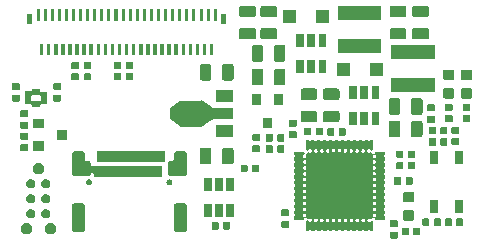
<source format=gts>
G04 #@! TF.GenerationSoftware,KiCad,Pcbnew,5.0.1*
G04 #@! TF.CreationDate,2019-10-08T03:13:47+02:00*
G04 #@! TF.ProjectId,USB-C-Screen-Adapter,5553422D432D53637265656E2D416461,rev?*
G04 #@! TF.SameCoordinates,Original*
G04 #@! TF.FileFunction,Soldermask,Top*
G04 #@! TF.FilePolarity,Negative*
%FSLAX46Y46*%
G04 Gerber Fmt 4.6, Leading zero omitted, Abs format (unit mm)*
G04 Created by KiCad (PCBNEW 5.0.1) date Tue 08 Oct 2019 03:13:47 AM CEST*
%MOMM*%
%LPD*%
G01*
G04 APERTURE LIST*
%ADD10C,0.100000*%
G04 APERTURE END LIST*
D10*
G36*
X133151463Y-119792226D02*
X133167298Y-119797030D01*
X133181886Y-119804827D01*
X133194676Y-119815324D01*
X133205173Y-119828114D01*
X133212970Y-119842702D01*
X133217774Y-119858537D01*
X133220000Y-119881140D01*
X133220000Y-120288860D01*
X133217774Y-120311463D01*
X133212970Y-120327298D01*
X133205173Y-120341886D01*
X133194676Y-120354676D01*
X133181886Y-120365173D01*
X133167298Y-120372970D01*
X133151463Y-120377774D01*
X133128860Y-120380000D01*
X132671140Y-120380000D01*
X132648537Y-120377774D01*
X132632702Y-120372970D01*
X132618114Y-120365173D01*
X132605324Y-120354676D01*
X132594827Y-120341886D01*
X132587030Y-120327298D01*
X132582226Y-120311463D01*
X132580000Y-120288860D01*
X132580000Y-119881140D01*
X132582226Y-119858537D01*
X132587030Y-119842702D01*
X132594827Y-119828114D01*
X132605324Y-119815324D01*
X132618114Y-119804827D01*
X132632702Y-119797030D01*
X132648537Y-119792226D01*
X132671140Y-119790000D01*
X133128860Y-119790000D01*
X133151463Y-119792226D01*
X133151463Y-119792226D01*
G37*
G36*
X135061463Y-119482226D02*
X135077298Y-119487030D01*
X135091886Y-119494827D01*
X135104676Y-119505324D01*
X135115173Y-119518114D01*
X135122970Y-119532702D01*
X135127774Y-119548537D01*
X135130000Y-119571140D01*
X135130000Y-120028860D01*
X135127774Y-120051463D01*
X135122970Y-120067298D01*
X135115173Y-120081886D01*
X135104676Y-120094676D01*
X135091886Y-120105173D01*
X135077298Y-120112970D01*
X135061463Y-120117774D01*
X135038860Y-120120000D01*
X134631140Y-120120000D01*
X134608537Y-120117774D01*
X134592702Y-120112970D01*
X134578114Y-120105173D01*
X134565324Y-120094676D01*
X134554827Y-120081886D01*
X134547030Y-120067298D01*
X134542226Y-120051463D01*
X134540000Y-120028860D01*
X134540000Y-119571140D01*
X134542226Y-119548537D01*
X134547030Y-119532702D01*
X134554827Y-119518114D01*
X134565324Y-119505324D01*
X134578114Y-119494827D01*
X134592702Y-119487030D01*
X134608537Y-119482226D01*
X134631140Y-119480000D01*
X135038860Y-119480000D01*
X135061463Y-119482226D01*
X135061463Y-119482226D01*
G37*
G36*
X134091463Y-119482226D02*
X134107298Y-119487030D01*
X134121886Y-119494827D01*
X134134676Y-119505324D01*
X134145173Y-119518114D01*
X134152970Y-119532702D01*
X134157774Y-119548537D01*
X134160000Y-119571140D01*
X134160000Y-120028860D01*
X134157774Y-120051463D01*
X134152970Y-120067298D01*
X134145173Y-120081886D01*
X134134676Y-120094676D01*
X134121886Y-120105173D01*
X134107298Y-120112970D01*
X134091463Y-120117774D01*
X134068860Y-120120000D01*
X133661140Y-120120000D01*
X133638537Y-120117774D01*
X133622702Y-120112970D01*
X133608114Y-120105173D01*
X133595324Y-120094676D01*
X133584827Y-120081886D01*
X133577030Y-120067298D01*
X133572226Y-120051463D01*
X133570000Y-120028860D01*
X133570000Y-119571140D01*
X133572226Y-119548537D01*
X133577030Y-119532702D01*
X133584827Y-119518114D01*
X133595324Y-119505324D01*
X133608114Y-119494827D01*
X133622702Y-119487030D01*
X133638537Y-119482226D01*
X133661140Y-119480000D01*
X134068860Y-119480000D01*
X134091463Y-119482226D01*
X134091463Y-119482226D01*
G37*
G36*
X103959732Y-119066176D02*
X104049409Y-119103321D01*
X104130117Y-119157249D01*
X104198751Y-119225883D01*
X104252679Y-119306591D01*
X104289824Y-119396268D01*
X104308760Y-119491466D01*
X104308760Y-119588534D01*
X104289824Y-119683732D01*
X104252679Y-119773409D01*
X104198751Y-119854117D01*
X104130117Y-119922751D01*
X104049409Y-119976679D01*
X103959732Y-120013824D01*
X103864534Y-120032760D01*
X103767466Y-120032760D01*
X103672268Y-120013824D01*
X103582591Y-119976679D01*
X103501883Y-119922751D01*
X103433249Y-119854117D01*
X103379321Y-119773409D01*
X103342176Y-119683732D01*
X103323240Y-119588534D01*
X103323240Y-119491466D01*
X103342176Y-119396268D01*
X103379321Y-119306591D01*
X103433249Y-119225883D01*
X103501883Y-119157249D01*
X103582591Y-119103321D01*
X103672268Y-119066176D01*
X103767466Y-119047240D01*
X103864534Y-119047240D01*
X103959732Y-119066176D01*
X103959732Y-119066176D01*
G37*
G36*
X101927732Y-119066176D02*
X102017409Y-119103321D01*
X102098117Y-119157249D01*
X102166751Y-119225883D01*
X102220679Y-119306591D01*
X102257824Y-119396268D01*
X102276760Y-119491466D01*
X102276760Y-119588534D01*
X102257824Y-119683732D01*
X102220679Y-119773409D01*
X102166751Y-119854117D01*
X102098117Y-119922751D01*
X102017409Y-119976679D01*
X101927732Y-120013824D01*
X101832534Y-120032760D01*
X101735466Y-120032760D01*
X101640268Y-120013824D01*
X101550591Y-119976679D01*
X101469883Y-119922751D01*
X101401249Y-119854117D01*
X101347321Y-119773409D01*
X101310176Y-119683732D01*
X101291240Y-119588534D01*
X101291240Y-119491466D01*
X101310176Y-119396268D01*
X101347321Y-119306591D01*
X101401249Y-119225883D01*
X101469883Y-119157249D01*
X101550591Y-119103321D01*
X101640268Y-119066176D01*
X101735466Y-119047240D01*
X101832534Y-119047240D01*
X101927732Y-119066176D01*
X101927732Y-119066176D01*
G37*
G36*
X106558840Y-117404676D02*
X106598589Y-117416734D01*
X106635223Y-117436315D01*
X106667333Y-117462667D01*
X106693685Y-117494777D01*
X106713266Y-117531411D01*
X106725324Y-117571160D01*
X106730000Y-117618640D01*
X106730000Y-119581360D01*
X106725324Y-119628840D01*
X106713266Y-119668589D01*
X106693685Y-119705223D01*
X106667333Y-119737333D01*
X106635223Y-119763685D01*
X106598589Y-119783266D01*
X106558840Y-119795324D01*
X106511360Y-119800000D01*
X105848640Y-119800000D01*
X105801160Y-119795324D01*
X105761411Y-119783266D01*
X105724777Y-119763685D01*
X105692667Y-119737333D01*
X105666315Y-119705223D01*
X105646734Y-119668589D01*
X105634676Y-119628840D01*
X105630000Y-119581360D01*
X105630000Y-117618640D01*
X105634676Y-117571160D01*
X105646734Y-117531411D01*
X105666315Y-117494777D01*
X105692667Y-117462667D01*
X105724777Y-117436315D01*
X105761411Y-117416734D01*
X105801160Y-117404676D01*
X105848640Y-117400000D01*
X106511360Y-117400000D01*
X106558840Y-117404676D01*
X106558840Y-117404676D01*
G37*
G36*
X115198840Y-117404676D02*
X115238589Y-117416734D01*
X115275223Y-117436315D01*
X115307333Y-117462667D01*
X115333685Y-117494777D01*
X115353266Y-117531411D01*
X115365324Y-117571160D01*
X115370000Y-117618640D01*
X115370000Y-119581360D01*
X115365324Y-119628840D01*
X115353266Y-119668589D01*
X115333685Y-119705223D01*
X115307333Y-119737333D01*
X115275223Y-119763685D01*
X115238589Y-119783266D01*
X115198840Y-119795324D01*
X115151360Y-119800000D01*
X114488640Y-119800000D01*
X114441160Y-119795324D01*
X114401411Y-119783266D01*
X114364777Y-119763685D01*
X114332667Y-119737333D01*
X114306315Y-119705223D01*
X114286734Y-119668589D01*
X114274676Y-119628840D01*
X114270000Y-119581360D01*
X114270000Y-117618640D01*
X114274676Y-117571160D01*
X114286734Y-117531411D01*
X114306315Y-117494777D01*
X114332667Y-117462667D01*
X114364777Y-117436315D01*
X114401411Y-117416734D01*
X114441160Y-117404676D01*
X114488640Y-117400000D01*
X115151360Y-117400000D01*
X115198840Y-117404676D01*
X115198840Y-117404676D01*
G37*
G36*
X125674449Y-112025551D02*
X125675602Y-112037253D01*
X125680383Y-112061287D01*
X125689760Y-112083925D01*
X125703374Y-112104300D01*
X125720702Y-112121627D01*
X125741076Y-112135241D01*
X125763715Y-112144618D01*
X125787749Y-112149398D01*
X125812253Y-112149398D01*
X125836287Y-112144617D01*
X125858925Y-112135240D01*
X125879300Y-112121626D01*
X125896627Y-112104298D01*
X125910241Y-112083924D01*
X125919618Y-112061285D01*
X125924398Y-112037253D01*
X125925551Y-112025551D01*
X125931141Y-112025000D01*
X126168859Y-112025000D01*
X126174449Y-112025551D01*
X126175602Y-112037253D01*
X126180383Y-112061287D01*
X126189760Y-112083925D01*
X126203374Y-112104300D01*
X126220702Y-112121627D01*
X126241076Y-112135241D01*
X126263715Y-112144618D01*
X126287749Y-112149398D01*
X126312253Y-112149398D01*
X126336287Y-112144617D01*
X126358925Y-112135240D01*
X126379300Y-112121626D01*
X126396627Y-112104298D01*
X126410241Y-112083924D01*
X126419618Y-112061285D01*
X126424398Y-112037253D01*
X126425551Y-112025551D01*
X126431141Y-112025000D01*
X126668859Y-112025000D01*
X126674449Y-112025551D01*
X126675602Y-112037253D01*
X126680383Y-112061287D01*
X126689760Y-112083925D01*
X126703374Y-112104300D01*
X126720702Y-112121627D01*
X126741076Y-112135241D01*
X126763715Y-112144618D01*
X126787749Y-112149398D01*
X126812253Y-112149398D01*
X126836287Y-112144617D01*
X126858925Y-112135240D01*
X126879300Y-112121626D01*
X126896627Y-112104298D01*
X126910241Y-112083924D01*
X126919618Y-112061285D01*
X126924398Y-112037253D01*
X126925551Y-112025551D01*
X126931141Y-112025000D01*
X127168859Y-112025000D01*
X127174449Y-112025551D01*
X127175602Y-112037253D01*
X127180383Y-112061287D01*
X127189760Y-112083925D01*
X127203374Y-112104300D01*
X127220702Y-112121627D01*
X127241076Y-112135241D01*
X127263715Y-112144618D01*
X127287749Y-112149398D01*
X127312253Y-112149398D01*
X127336287Y-112144617D01*
X127358925Y-112135240D01*
X127379300Y-112121626D01*
X127396627Y-112104298D01*
X127410241Y-112083924D01*
X127419618Y-112061285D01*
X127424398Y-112037253D01*
X127425551Y-112025551D01*
X127431141Y-112025000D01*
X127668859Y-112025000D01*
X127674449Y-112025551D01*
X127675602Y-112037253D01*
X127680383Y-112061287D01*
X127689760Y-112083925D01*
X127703374Y-112104300D01*
X127720702Y-112121627D01*
X127741076Y-112135241D01*
X127763715Y-112144618D01*
X127787749Y-112149398D01*
X127812253Y-112149398D01*
X127836287Y-112144617D01*
X127858925Y-112135240D01*
X127879300Y-112121626D01*
X127896627Y-112104298D01*
X127910241Y-112083924D01*
X127919618Y-112061285D01*
X127924398Y-112037253D01*
X127925551Y-112025551D01*
X127931141Y-112025000D01*
X128168859Y-112025000D01*
X128174449Y-112025551D01*
X128175602Y-112037253D01*
X128180383Y-112061287D01*
X128189760Y-112083925D01*
X128203374Y-112104300D01*
X128220702Y-112121627D01*
X128241076Y-112135241D01*
X128263715Y-112144618D01*
X128287749Y-112149398D01*
X128312253Y-112149398D01*
X128336287Y-112144617D01*
X128358925Y-112135240D01*
X128379300Y-112121626D01*
X128396627Y-112104298D01*
X128410241Y-112083924D01*
X128419618Y-112061285D01*
X128424398Y-112037253D01*
X128425551Y-112025551D01*
X128431141Y-112025000D01*
X128668859Y-112025000D01*
X128674449Y-112025551D01*
X128675602Y-112037253D01*
X128680383Y-112061287D01*
X128689760Y-112083925D01*
X128703374Y-112104300D01*
X128720702Y-112121627D01*
X128741076Y-112135241D01*
X128763715Y-112144618D01*
X128787749Y-112149398D01*
X128812253Y-112149398D01*
X128836287Y-112144617D01*
X128858925Y-112135240D01*
X128879300Y-112121626D01*
X128896627Y-112104298D01*
X128910241Y-112083924D01*
X128919618Y-112061285D01*
X128924398Y-112037253D01*
X128925551Y-112025551D01*
X128931141Y-112025000D01*
X129168859Y-112025000D01*
X129174449Y-112025551D01*
X129175602Y-112037253D01*
X129180383Y-112061287D01*
X129189760Y-112083925D01*
X129203374Y-112104300D01*
X129220702Y-112121627D01*
X129241076Y-112135241D01*
X129263715Y-112144618D01*
X129287749Y-112149398D01*
X129312253Y-112149398D01*
X129336287Y-112144617D01*
X129358925Y-112135240D01*
X129379300Y-112121626D01*
X129396627Y-112104298D01*
X129410241Y-112083924D01*
X129419618Y-112061285D01*
X129424398Y-112037253D01*
X129425551Y-112025551D01*
X129431141Y-112025000D01*
X129668859Y-112025000D01*
X129674449Y-112025551D01*
X129675602Y-112037253D01*
X129680383Y-112061287D01*
X129689760Y-112083925D01*
X129703374Y-112104300D01*
X129720702Y-112121627D01*
X129741076Y-112135241D01*
X129763715Y-112144618D01*
X129787749Y-112149398D01*
X129812253Y-112149398D01*
X129836287Y-112144617D01*
X129858925Y-112135240D01*
X129879300Y-112121626D01*
X129896627Y-112104298D01*
X129910241Y-112083924D01*
X129919618Y-112061285D01*
X129924398Y-112037253D01*
X129925551Y-112025551D01*
X129931141Y-112025000D01*
X130168859Y-112025000D01*
X130174449Y-112025551D01*
X130175602Y-112037253D01*
X130180383Y-112061287D01*
X130189760Y-112083925D01*
X130203374Y-112104300D01*
X130220702Y-112121627D01*
X130241076Y-112135241D01*
X130263715Y-112144618D01*
X130287749Y-112149398D01*
X130312253Y-112149398D01*
X130336287Y-112144617D01*
X130358925Y-112135240D01*
X130379300Y-112121626D01*
X130396627Y-112104298D01*
X130410241Y-112083924D01*
X130419618Y-112061285D01*
X130424398Y-112037253D01*
X130425551Y-112025551D01*
X130431141Y-112025000D01*
X130668859Y-112025000D01*
X130674449Y-112025551D01*
X130675602Y-112037253D01*
X130680383Y-112061287D01*
X130689760Y-112083925D01*
X130703374Y-112104300D01*
X130720702Y-112121627D01*
X130741076Y-112135241D01*
X130763715Y-112144618D01*
X130787749Y-112149398D01*
X130812253Y-112149398D01*
X130836287Y-112144617D01*
X130858925Y-112135240D01*
X130879300Y-112121626D01*
X130896627Y-112104298D01*
X130910241Y-112083924D01*
X130919618Y-112061285D01*
X130924398Y-112037253D01*
X130925551Y-112025551D01*
X130931141Y-112025000D01*
X131168859Y-112025000D01*
X131174449Y-112025551D01*
X131175000Y-112031141D01*
X131175000Y-112900000D01*
X131116226Y-112900000D01*
X131091840Y-112902402D01*
X131068391Y-112909515D01*
X131046780Y-112921066D01*
X131027838Y-112936612D01*
X131012292Y-112955554D01*
X131000741Y-112977165D01*
X130993628Y-113000614D01*
X130991226Y-113025000D01*
X130993628Y-113049386D01*
X131000741Y-113072835D01*
X131012292Y-113094446D01*
X131027838Y-113113388D01*
X131036929Y-113121628D01*
X131059692Y-113140308D01*
X131078372Y-113163071D01*
X131095699Y-113180399D01*
X131116073Y-113194013D01*
X131138712Y-113203391D01*
X131162745Y-113208172D01*
X131187249Y-113208172D01*
X131211283Y-113203392D01*
X131233922Y-113194015D01*
X131254297Y-113180402D01*
X131271625Y-113163075D01*
X131285239Y-113142701D01*
X131294617Y-113120062D01*
X131299398Y-113096029D01*
X131300000Y-113083774D01*
X131300000Y-113025000D01*
X132168859Y-113025000D01*
X132174449Y-113025551D01*
X132175000Y-113031141D01*
X132175000Y-113268859D01*
X132174449Y-113274449D01*
X132162747Y-113275602D01*
X132138713Y-113280383D01*
X132116075Y-113289760D01*
X132095700Y-113303374D01*
X132078373Y-113320702D01*
X132064759Y-113341076D01*
X132055382Y-113363715D01*
X132050602Y-113387749D01*
X132050602Y-113412253D01*
X132055383Y-113436287D01*
X132064760Y-113458925D01*
X132078374Y-113479300D01*
X132095702Y-113496627D01*
X132116076Y-113510241D01*
X132138715Y-113519618D01*
X132162747Y-113524398D01*
X132174449Y-113525551D01*
X132175000Y-113531141D01*
X132175000Y-113768859D01*
X132174449Y-113774449D01*
X132162747Y-113775602D01*
X132138713Y-113780383D01*
X132116075Y-113789760D01*
X132095700Y-113803374D01*
X132078373Y-113820702D01*
X132064759Y-113841076D01*
X132055382Y-113863715D01*
X132050602Y-113887749D01*
X132050602Y-113912253D01*
X132055383Y-113936287D01*
X132064760Y-113958925D01*
X132078374Y-113979300D01*
X132095702Y-113996627D01*
X132116076Y-114010241D01*
X132138715Y-114019618D01*
X132162747Y-114024398D01*
X132174449Y-114025551D01*
X132175000Y-114031141D01*
X132175000Y-114268859D01*
X132174449Y-114274449D01*
X132162747Y-114275602D01*
X132138713Y-114280383D01*
X132116075Y-114289760D01*
X132095700Y-114303374D01*
X132078373Y-114320702D01*
X132064759Y-114341076D01*
X132055382Y-114363715D01*
X132050602Y-114387749D01*
X132050602Y-114412253D01*
X132055383Y-114436287D01*
X132064760Y-114458925D01*
X132078374Y-114479300D01*
X132095702Y-114496627D01*
X132116076Y-114510241D01*
X132138715Y-114519618D01*
X132162747Y-114524398D01*
X132174449Y-114525551D01*
X132175000Y-114531141D01*
X132175000Y-114768859D01*
X132174449Y-114774449D01*
X132162747Y-114775602D01*
X132138713Y-114780383D01*
X132116075Y-114789760D01*
X132095700Y-114803374D01*
X132078373Y-114820702D01*
X132064759Y-114841076D01*
X132055382Y-114863715D01*
X132050602Y-114887749D01*
X132050602Y-114912253D01*
X132055383Y-114936287D01*
X132064760Y-114958925D01*
X132078374Y-114979300D01*
X132095702Y-114996627D01*
X132116076Y-115010241D01*
X132138715Y-115019618D01*
X132162747Y-115024398D01*
X132174449Y-115025551D01*
X132175000Y-115031141D01*
X132175000Y-115268859D01*
X132174449Y-115274449D01*
X132162747Y-115275602D01*
X132138713Y-115280383D01*
X132116075Y-115289760D01*
X132095700Y-115303374D01*
X132078373Y-115320702D01*
X132064759Y-115341076D01*
X132055382Y-115363715D01*
X132050602Y-115387749D01*
X132050602Y-115412253D01*
X132055383Y-115436287D01*
X132064760Y-115458925D01*
X132078374Y-115479300D01*
X132095702Y-115496627D01*
X132116076Y-115510241D01*
X132138715Y-115519618D01*
X132162747Y-115524398D01*
X132174449Y-115525551D01*
X132175000Y-115531141D01*
X132175000Y-115768859D01*
X132174449Y-115774449D01*
X132162747Y-115775602D01*
X132138713Y-115780383D01*
X132116075Y-115789760D01*
X132095700Y-115803374D01*
X132078373Y-115820702D01*
X132064759Y-115841076D01*
X132055382Y-115863715D01*
X132050602Y-115887749D01*
X132050602Y-115912253D01*
X132055383Y-115936287D01*
X132064760Y-115958925D01*
X132078374Y-115979300D01*
X132095702Y-115996627D01*
X132116076Y-116010241D01*
X132138715Y-116019618D01*
X132162747Y-116024398D01*
X132174449Y-116025551D01*
X132175000Y-116031141D01*
X132175000Y-116268859D01*
X132174449Y-116274449D01*
X132162747Y-116275602D01*
X132138713Y-116280383D01*
X132116075Y-116289760D01*
X132095700Y-116303374D01*
X132078373Y-116320702D01*
X132064759Y-116341076D01*
X132055382Y-116363715D01*
X132050602Y-116387749D01*
X132050602Y-116412253D01*
X132055383Y-116436287D01*
X132064760Y-116458925D01*
X132078374Y-116479300D01*
X132095702Y-116496627D01*
X132116076Y-116510241D01*
X132138715Y-116519618D01*
X132162747Y-116524398D01*
X132174449Y-116525551D01*
X132175000Y-116531141D01*
X132175000Y-116768859D01*
X132174449Y-116774449D01*
X132162747Y-116775602D01*
X132138713Y-116780383D01*
X132116075Y-116789760D01*
X132095700Y-116803374D01*
X132078373Y-116820702D01*
X132064759Y-116841076D01*
X132055382Y-116863715D01*
X132050602Y-116887749D01*
X132050602Y-116912253D01*
X132055383Y-116936287D01*
X132064760Y-116958925D01*
X132078374Y-116979300D01*
X132095702Y-116996627D01*
X132116076Y-117010241D01*
X132138715Y-117019618D01*
X132162747Y-117024398D01*
X132174449Y-117025551D01*
X132175000Y-117031141D01*
X132175000Y-117268859D01*
X132174449Y-117274449D01*
X132162747Y-117275602D01*
X132138713Y-117280383D01*
X132116075Y-117289760D01*
X132095700Y-117303374D01*
X132078373Y-117320702D01*
X132064759Y-117341076D01*
X132055382Y-117363715D01*
X132050602Y-117387749D01*
X132050602Y-117412253D01*
X132055383Y-117436287D01*
X132064760Y-117458925D01*
X132078374Y-117479300D01*
X132095702Y-117496627D01*
X132116076Y-117510241D01*
X132138715Y-117519618D01*
X132162747Y-117524398D01*
X132174449Y-117525551D01*
X132175000Y-117531141D01*
X132175000Y-117768859D01*
X132174449Y-117774449D01*
X132162747Y-117775602D01*
X132138713Y-117780383D01*
X132116075Y-117789760D01*
X132095700Y-117803374D01*
X132078373Y-117820702D01*
X132064759Y-117841076D01*
X132055382Y-117863715D01*
X132050602Y-117887749D01*
X132050602Y-117912253D01*
X132055383Y-117936287D01*
X132064760Y-117958925D01*
X132078374Y-117979300D01*
X132095702Y-117996627D01*
X132116076Y-118010241D01*
X132138715Y-118019618D01*
X132162747Y-118024398D01*
X132174449Y-118025551D01*
X132175000Y-118031141D01*
X132175000Y-118268859D01*
X132174449Y-118274449D01*
X132162747Y-118275602D01*
X132138713Y-118280383D01*
X132116075Y-118289760D01*
X132095700Y-118303374D01*
X132078373Y-118320702D01*
X132064759Y-118341076D01*
X132055382Y-118363715D01*
X132050602Y-118387749D01*
X132050602Y-118412253D01*
X132055383Y-118436287D01*
X132064760Y-118458925D01*
X132078374Y-118479300D01*
X132095702Y-118496627D01*
X132116076Y-118510241D01*
X132138715Y-118519618D01*
X132162747Y-118524398D01*
X132174449Y-118525551D01*
X132175000Y-118531141D01*
X132175000Y-118768859D01*
X132174449Y-118774449D01*
X132168859Y-118775000D01*
X131300000Y-118775000D01*
X131300000Y-118716226D01*
X131297598Y-118691840D01*
X131290485Y-118668391D01*
X131278934Y-118646780D01*
X131263388Y-118627838D01*
X131244446Y-118612292D01*
X131222835Y-118600741D01*
X131199386Y-118593628D01*
X131175000Y-118591226D01*
X131150614Y-118593628D01*
X131127165Y-118600741D01*
X131105554Y-118612292D01*
X131086612Y-118627838D01*
X131078372Y-118636929D01*
X131059692Y-118659692D01*
X131036929Y-118678372D01*
X131019601Y-118695699D01*
X131005987Y-118716073D01*
X130996609Y-118738712D01*
X130991828Y-118762745D01*
X130991828Y-118787249D01*
X130996608Y-118811283D01*
X131005985Y-118833922D01*
X131019598Y-118854297D01*
X131036925Y-118871625D01*
X131057299Y-118885239D01*
X131079938Y-118894617D01*
X131103971Y-118899398D01*
X131116226Y-118900000D01*
X131175000Y-118900000D01*
X131175000Y-119768859D01*
X131174449Y-119774449D01*
X131168859Y-119775000D01*
X130931141Y-119775000D01*
X130925551Y-119774449D01*
X130924398Y-119762747D01*
X130919617Y-119738713D01*
X130910240Y-119716075D01*
X130896626Y-119695700D01*
X130879298Y-119678373D01*
X130858924Y-119664759D01*
X130836285Y-119655382D01*
X130812251Y-119650602D01*
X130787747Y-119650602D01*
X130763713Y-119655383D01*
X130741075Y-119664760D01*
X130720700Y-119678374D01*
X130703373Y-119695702D01*
X130689759Y-119716076D01*
X130680382Y-119738715D01*
X130675602Y-119762747D01*
X130674449Y-119774449D01*
X130668859Y-119775000D01*
X130431141Y-119775000D01*
X130425551Y-119774449D01*
X130424398Y-119762747D01*
X130419617Y-119738713D01*
X130410240Y-119716075D01*
X130396626Y-119695700D01*
X130379298Y-119678373D01*
X130358924Y-119664759D01*
X130336285Y-119655382D01*
X130312251Y-119650602D01*
X130287747Y-119650602D01*
X130263713Y-119655383D01*
X130241075Y-119664760D01*
X130220700Y-119678374D01*
X130203373Y-119695702D01*
X130189759Y-119716076D01*
X130180382Y-119738715D01*
X130175602Y-119762747D01*
X130174449Y-119774449D01*
X130168859Y-119775000D01*
X129931141Y-119775000D01*
X129925551Y-119774449D01*
X129924398Y-119762747D01*
X129919617Y-119738713D01*
X129910240Y-119716075D01*
X129896626Y-119695700D01*
X129879298Y-119678373D01*
X129858924Y-119664759D01*
X129836285Y-119655382D01*
X129812251Y-119650602D01*
X129787747Y-119650602D01*
X129763713Y-119655383D01*
X129741075Y-119664760D01*
X129720700Y-119678374D01*
X129703373Y-119695702D01*
X129689759Y-119716076D01*
X129680382Y-119738715D01*
X129675602Y-119762747D01*
X129674449Y-119774449D01*
X129668859Y-119775000D01*
X129431141Y-119775000D01*
X129425551Y-119774449D01*
X129424398Y-119762747D01*
X129419617Y-119738713D01*
X129410240Y-119716075D01*
X129396626Y-119695700D01*
X129379298Y-119678373D01*
X129358924Y-119664759D01*
X129336285Y-119655382D01*
X129312251Y-119650602D01*
X129287747Y-119650602D01*
X129263713Y-119655383D01*
X129241075Y-119664760D01*
X129220700Y-119678374D01*
X129203373Y-119695702D01*
X129189759Y-119716076D01*
X129180382Y-119738715D01*
X129175602Y-119762747D01*
X129174449Y-119774449D01*
X129168859Y-119775000D01*
X128931141Y-119775000D01*
X128925551Y-119774449D01*
X128924398Y-119762747D01*
X128919617Y-119738713D01*
X128910240Y-119716075D01*
X128896626Y-119695700D01*
X128879298Y-119678373D01*
X128858924Y-119664759D01*
X128836285Y-119655382D01*
X128812251Y-119650602D01*
X128787747Y-119650602D01*
X128763713Y-119655383D01*
X128741075Y-119664760D01*
X128720700Y-119678374D01*
X128703373Y-119695702D01*
X128689759Y-119716076D01*
X128680382Y-119738715D01*
X128675602Y-119762747D01*
X128674449Y-119774449D01*
X128668859Y-119775000D01*
X128431141Y-119775000D01*
X128425551Y-119774449D01*
X128424398Y-119762747D01*
X128419617Y-119738713D01*
X128410240Y-119716075D01*
X128396626Y-119695700D01*
X128379298Y-119678373D01*
X128358924Y-119664759D01*
X128336285Y-119655382D01*
X128312251Y-119650602D01*
X128287747Y-119650602D01*
X128263713Y-119655383D01*
X128241075Y-119664760D01*
X128220700Y-119678374D01*
X128203373Y-119695702D01*
X128189759Y-119716076D01*
X128180382Y-119738715D01*
X128175602Y-119762747D01*
X128174449Y-119774449D01*
X128168859Y-119775000D01*
X127931141Y-119775000D01*
X127925551Y-119774449D01*
X127924398Y-119762747D01*
X127919617Y-119738713D01*
X127910240Y-119716075D01*
X127896626Y-119695700D01*
X127879298Y-119678373D01*
X127858924Y-119664759D01*
X127836285Y-119655382D01*
X127812251Y-119650602D01*
X127787747Y-119650602D01*
X127763713Y-119655383D01*
X127741075Y-119664760D01*
X127720700Y-119678374D01*
X127703373Y-119695702D01*
X127689759Y-119716076D01*
X127680382Y-119738715D01*
X127675602Y-119762747D01*
X127674449Y-119774449D01*
X127668859Y-119775000D01*
X127431141Y-119775000D01*
X127425551Y-119774449D01*
X127424398Y-119762747D01*
X127419617Y-119738713D01*
X127410240Y-119716075D01*
X127396626Y-119695700D01*
X127379298Y-119678373D01*
X127358924Y-119664759D01*
X127336285Y-119655382D01*
X127312251Y-119650602D01*
X127287747Y-119650602D01*
X127263713Y-119655383D01*
X127241075Y-119664760D01*
X127220700Y-119678374D01*
X127203373Y-119695702D01*
X127189759Y-119716076D01*
X127180382Y-119738715D01*
X127175602Y-119762747D01*
X127174449Y-119774449D01*
X127168859Y-119775000D01*
X126931141Y-119775000D01*
X126925551Y-119774449D01*
X126924398Y-119762747D01*
X126919617Y-119738713D01*
X126910240Y-119716075D01*
X126896626Y-119695700D01*
X126879298Y-119678373D01*
X126858924Y-119664759D01*
X126836285Y-119655382D01*
X126812251Y-119650602D01*
X126787747Y-119650602D01*
X126763713Y-119655383D01*
X126741075Y-119664760D01*
X126720700Y-119678374D01*
X126703373Y-119695702D01*
X126689759Y-119716076D01*
X126680382Y-119738715D01*
X126675602Y-119762747D01*
X126674449Y-119774449D01*
X126668859Y-119775000D01*
X126431141Y-119775000D01*
X126425551Y-119774449D01*
X126424398Y-119762747D01*
X126419617Y-119738713D01*
X126410240Y-119716075D01*
X126396626Y-119695700D01*
X126379298Y-119678373D01*
X126358924Y-119664759D01*
X126336285Y-119655382D01*
X126312251Y-119650602D01*
X126287747Y-119650602D01*
X126263713Y-119655383D01*
X126241075Y-119664760D01*
X126220700Y-119678374D01*
X126203373Y-119695702D01*
X126189759Y-119716076D01*
X126180382Y-119738715D01*
X126175602Y-119762747D01*
X126174449Y-119774449D01*
X126168859Y-119775000D01*
X125931141Y-119775000D01*
X125925551Y-119774449D01*
X125924398Y-119762747D01*
X125919617Y-119738713D01*
X125910240Y-119716075D01*
X125896626Y-119695700D01*
X125879298Y-119678373D01*
X125858924Y-119664759D01*
X125836285Y-119655382D01*
X125812251Y-119650602D01*
X125787747Y-119650602D01*
X125763713Y-119655383D01*
X125741075Y-119664760D01*
X125720700Y-119678374D01*
X125703373Y-119695702D01*
X125689759Y-119716076D01*
X125680382Y-119738715D01*
X125675602Y-119762747D01*
X125674449Y-119774449D01*
X125668859Y-119775000D01*
X125431141Y-119775000D01*
X125425551Y-119774449D01*
X125425000Y-119768859D01*
X125425000Y-118900000D01*
X125483774Y-118900000D01*
X125508160Y-118897598D01*
X125531609Y-118890485D01*
X125553220Y-118878934D01*
X125572162Y-118863388D01*
X125587708Y-118844446D01*
X125598101Y-118825000D01*
X125649376Y-118825000D01*
X125651778Y-118849386D01*
X125658891Y-118872835D01*
X125668824Y-118889407D01*
X125668693Y-118889477D01*
X125674413Y-118900178D01*
X125675602Y-118912253D01*
X125680383Y-118936287D01*
X125689760Y-118958925D01*
X125703374Y-118979300D01*
X125720702Y-118996627D01*
X125741076Y-119010241D01*
X125763715Y-119019618D01*
X125787749Y-119024398D01*
X125812253Y-119024398D01*
X125836287Y-119019617D01*
X125858925Y-119010240D01*
X125879300Y-118996626D01*
X125896627Y-118979298D01*
X125910241Y-118958924D01*
X125919618Y-118936285D01*
X125924398Y-118912253D01*
X125925587Y-118900178D01*
X125927919Y-118895815D01*
X125935864Y-118883924D01*
X125945242Y-118861285D01*
X125950022Y-118837251D01*
X125950022Y-118825000D01*
X126149376Y-118825000D01*
X126151778Y-118849386D01*
X126158891Y-118872835D01*
X126168824Y-118889407D01*
X126168693Y-118889477D01*
X126174413Y-118900178D01*
X126175602Y-118912253D01*
X126180383Y-118936287D01*
X126189760Y-118958925D01*
X126203374Y-118979300D01*
X126220702Y-118996627D01*
X126241076Y-119010241D01*
X126263715Y-119019618D01*
X126287749Y-119024398D01*
X126312253Y-119024398D01*
X126336287Y-119019617D01*
X126358925Y-119010240D01*
X126379300Y-118996626D01*
X126396627Y-118979298D01*
X126410241Y-118958924D01*
X126419618Y-118936285D01*
X126424398Y-118912253D01*
X126425587Y-118900178D01*
X126427919Y-118895815D01*
X126435864Y-118883924D01*
X126445242Y-118861285D01*
X126450022Y-118837251D01*
X126450022Y-118825000D01*
X126649376Y-118825000D01*
X126651778Y-118849386D01*
X126658891Y-118872835D01*
X126668824Y-118889407D01*
X126668693Y-118889477D01*
X126674413Y-118900178D01*
X126675602Y-118912253D01*
X126680383Y-118936287D01*
X126689760Y-118958925D01*
X126703374Y-118979300D01*
X126720702Y-118996627D01*
X126741076Y-119010241D01*
X126763715Y-119019618D01*
X126787749Y-119024398D01*
X126812253Y-119024398D01*
X126836287Y-119019617D01*
X126858925Y-119010240D01*
X126879300Y-118996626D01*
X126896627Y-118979298D01*
X126910241Y-118958924D01*
X126919618Y-118936285D01*
X126924398Y-118912253D01*
X126925587Y-118900178D01*
X126927919Y-118895815D01*
X126935864Y-118883924D01*
X126945242Y-118861285D01*
X126950022Y-118837251D01*
X126950022Y-118825000D01*
X127149376Y-118825000D01*
X127151778Y-118849386D01*
X127158891Y-118872835D01*
X127168824Y-118889407D01*
X127168693Y-118889477D01*
X127174413Y-118900178D01*
X127175602Y-118912253D01*
X127180383Y-118936287D01*
X127189760Y-118958925D01*
X127203374Y-118979300D01*
X127220702Y-118996627D01*
X127241076Y-119010241D01*
X127263715Y-119019618D01*
X127287749Y-119024398D01*
X127312253Y-119024398D01*
X127336287Y-119019617D01*
X127358925Y-119010240D01*
X127379300Y-118996626D01*
X127396627Y-118979298D01*
X127410241Y-118958924D01*
X127419618Y-118936285D01*
X127424398Y-118912253D01*
X127425587Y-118900178D01*
X127427919Y-118895815D01*
X127435864Y-118883924D01*
X127445242Y-118861285D01*
X127450022Y-118837251D01*
X127450022Y-118825000D01*
X127649376Y-118825000D01*
X127651778Y-118849386D01*
X127658891Y-118872835D01*
X127668824Y-118889407D01*
X127668693Y-118889477D01*
X127674413Y-118900178D01*
X127675602Y-118912253D01*
X127680383Y-118936287D01*
X127689760Y-118958925D01*
X127703374Y-118979300D01*
X127720702Y-118996627D01*
X127741076Y-119010241D01*
X127763715Y-119019618D01*
X127787749Y-119024398D01*
X127812253Y-119024398D01*
X127836287Y-119019617D01*
X127858925Y-119010240D01*
X127879300Y-118996626D01*
X127896627Y-118979298D01*
X127910241Y-118958924D01*
X127919618Y-118936285D01*
X127924398Y-118912253D01*
X127925587Y-118900178D01*
X127927919Y-118895815D01*
X127935864Y-118883924D01*
X127945242Y-118861285D01*
X127950022Y-118837251D01*
X127950022Y-118825000D01*
X128149376Y-118825000D01*
X128151778Y-118849386D01*
X128158891Y-118872835D01*
X128168824Y-118889407D01*
X128168693Y-118889477D01*
X128174413Y-118900178D01*
X128175602Y-118912253D01*
X128180383Y-118936287D01*
X128189760Y-118958925D01*
X128203374Y-118979300D01*
X128220702Y-118996627D01*
X128241076Y-119010241D01*
X128263715Y-119019618D01*
X128287749Y-119024398D01*
X128312253Y-119024398D01*
X128336287Y-119019617D01*
X128358925Y-119010240D01*
X128379300Y-118996626D01*
X128396627Y-118979298D01*
X128410241Y-118958924D01*
X128419618Y-118936285D01*
X128424398Y-118912253D01*
X128425587Y-118900178D01*
X128427919Y-118895815D01*
X128435864Y-118883924D01*
X128445242Y-118861285D01*
X128450022Y-118837251D01*
X128450022Y-118825000D01*
X128649376Y-118825000D01*
X128651778Y-118849386D01*
X128658891Y-118872835D01*
X128668824Y-118889407D01*
X128668693Y-118889477D01*
X128674413Y-118900178D01*
X128675602Y-118912253D01*
X128680383Y-118936287D01*
X128689760Y-118958925D01*
X128703374Y-118979300D01*
X128720702Y-118996627D01*
X128741076Y-119010241D01*
X128763715Y-119019618D01*
X128787749Y-119024398D01*
X128812253Y-119024398D01*
X128836287Y-119019617D01*
X128858925Y-119010240D01*
X128879300Y-118996626D01*
X128896627Y-118979298D01*
X128910241Y-118958924D01*
X128919618Y-118936285D01*
X128924398Y-118912253D01*
X128925587Y-118900178D01*
X128927919Y-118895815D01*
X128935864Y-118883924D01*
X128945242Y-118861285D01*
X128950022Y-118837251D01*
X128950022Y-118825000D01*
X129149376Y-118825000D01*
X129151778Y-118849386D01*
X129158891Y-118872835D01*
X129168824Y-118889407D01*
X129168693Y-118889477D01*
X129174413Y-118900178D01*
X129175602Y-118912253D01*
X129180383Y-118936287D01*
X129189760Y-118958925D01*
X129203374Y-118979300D01*
X129220702Y-118996627D01*
X129241076Y-119010241D01*
X129263715Y-119019618D01*
X129287749Y-119024398D01*
X129312253Y-119024398D01*
X129336287Y-119019617D01*
X129358925Y-119010240D01*
X129379300Y-118996626D01*
X129396627Y-118979298D01*
X129410241Y-118958924D01*
X129419618Y-118936285D01*
X129424398Y-118912253D01*
X129425587Y-118900178D01*
X129427919Y-118895815D01*
X129435864Y-118883924D01*
X129445242Y-118861285D01*
X129450022Y-118837251D01*
X129450022Y-118825000D01*
X129649376Y-118825000D01*
X129651778Y-118849386D01*
X129658891Y-118872835D01*
X129668824Y-118889407D01*
X129668693Y-118889477D01*
X129674413Y-118900178D01*
X129675602Y-118912253D01*
X129680383Y-118936287D01*
X129689760Y-118958925D01*
X129703374Y-118979300D01*
X129720702Y-118996627D01*
X129741076Y-119010241D01*
X129763715Y-119019618D01*
X129787749Y-119024398D01*
X129812253Y-119024398D01*
X129836287Y-119019617D01*
X129858925Y-119010240D01*
X129879300Y-118996626D01*
X129896627Y-118979298D01*
X129910241Y-118958924D01*
X129919618Y-118936285D01*
X129924398Y-118912253D01*
X129925587Y-118900178D01*
X129927919Y-118895815D01*
X129935864Y-118883924D01*
X129945242Y-118861285D01*
X129950022Y-118837251D01*
X129950022Y-118825000D01*
X130149376Y-118825000D01*
X130151778Y-118849386D01*
X130158891Y-118872835D01*
X130168824Y-118889407D01*
X130168693Y-118889477D01*
X130174413Y-118900178D01*
X130175602Y-118912253D01*
X130180383Y-118936287D01*
X130189760Y-118958925D01*
X130203374Y-118979300D01*
X130220702Y-118996627D01*
X130241076Y-119010241D01*
X130263715Y-119019618D01*
X130287749Y-119024398D01*
X130312253Y-119024398D01*
X130336287Y-119019617D01*
X130358925Y-119010240D01*
X130379300Y-118996626D01*
X130396627Y-118979298D01*
X130410241Y-118958924D01*
X130419618Y-118936285D01*
X130424398Y-118912253D01*
X130425587Y-118900178D01*
X130427919Y-118895815D01*
X130435864Y-118883924D01*
X130445242Y-118861285D01*
X130450022Y-118837251D01*
X130450022Y-118825000D01*
X130649376Y-118825000D01*
X130651778Y-118849386D01*
X130658891Y-118872835D01*
X130668824Y-118889407D01*
X130668693Y-118889477D01*
X130674413Y-118900178D01*
X130675602Y-118912253D01*
X130680383Y-118936287D01*
X130689760Y-118958925D01*
X130703374Y-118979300D01*
X130720702Y-118996627D01*
X130741076Y-119010241D01*
X130763715Y-119019618D01*
X130787749Y-119024398D01*
X130812253Y-119024398D01*
X130836287Y-119019617D01*
X130858925Y-119010240D01*
X130879300Y-118996626D01*
X130896627Y-118979298D01*
X130910241Y-118958924D01*
X130919618Y-118936285D01*
X130924398Y-118912253D01*
X130925587Y-118900178D01*
X130927919Y-118895815D01*
X130935864Y-118883924D01*
X130945242Y-118861285D01*
X130950022Y-118837251D01*
X130950022Y-118812747D01*
X130945241Y-118788714D01*
X130935864Y-118766075D01*
X130922250Y-118745700D01*
X130904923Y-118728373D01*
X130884548Y-118714760D01*
X130861909Y-118705382D01*
X130825624Y-118700000D01*
X130774376Y-118700000D01*
X130749990Y-118702402D01*
X130726541Y-118709515D01*
X130704930Y-118721066D01*
X130685988Y-118736612D01*
X130670442Y-118755554D01*
X130658891Y-118777165D01*
X130651778Y-118800614D01*
X130649376Y-118825000D01*
X130450022Y-118825000D01*
X130450022Y-118812747D01*
X130445241Y-118788714D01*
X130435864Y-118766075D01*
X130422250Y-118745700D01*
X130404923Y-118728373D01*
X130384548Y-118714760D01*
X130361909Y-118705382D01*
X130325624Y-118700000D01*
X130274376Y-118700000D01*
X130249990Y-118702402D01*
X130226541Y-118709515D01*
X130204930Y-118721066D01*
X130185988Y-118736612D01*
X130170442Y-118755554D01*
X130158891Y-118777165D01*
X130151778Y-118800614D01*
X130149376Y-118825000D01*
X129950022Y-118825000D01*
X129950022Y-118812747D01*
X129945241Y-118788714D01*
X129935864Y-118766075D01*
X129922250Y-118745700D01*
X129904923Y-118728373D01*
X129884548Y-118714760D01*
X129861909Y-118705382D01*
X129825624Y-118700000D01*
X129774376Y-118700000D01*
X129749990Y-118702402D01*
X129726541Y-118709515D01*
X129704930Y-118721066D01*
X129685988Y-118736612D01*
X129670442Y-118755554D01*
X129658891Y-118777165D01*
X129651778Y-118800614D01*
X129649376Y-118825000D01*
X129450022Y-118825000D01*
X129450022Y-118812747D01*
X129445241Y-118788714D01*
X129435864Y-118766075D01*
X129422250Y-118745700D01*
X129404923Y-118728373D01*
X129384548Y-118714760D01*
X129361909Y-118705382D01*
X129325624Y-118700000D01*
X129274376Y-118700000D01*
X129249990Y-118702402D01*
X129226541Y-118709515D01*
X129204930Y-118721066D01*
X129185988Y-118736612D01*
X129170442Y-118755554D01*
X129158891Y-118777165D01*
X129151778Y-118800614D01*
X129149376Y-118825000D01*
X128950022Y-118825000D01*
X128950022Y-118812747D01*
X128945241Y-118788714D01*
X128935864Y-118766075D01*
X128922250Y-118745700D01*
X128904923Y-118728373D01*
X128884548Y-118714760D01*
X128861909Y-118705382D01*
X128825624Y-118700000D01*
X128774376Y-118700000D01*
X128749990Y-118702402D01*
X128726541Y-118709515D01*
X128704930Y-118721066D01*
X128685988Y-118736612D01*
X128670442Y-118755554D01*
X128658891Y-118777165D01*
X128651778Y-118800614D01*
X128649376Y-118825000D01*
X128450022Y-118825000D01*
X128450022Y-118812747D01*
X128445241Y-118788714D01*
X128435864Y-118766075D01*
X128422250Y-118745700D01*
X128404923Y-118728373D01*
X128384548Y-118714760D01*
X128361909Y-118705382D01*
X128325624Y-118700000D01*
X128274376Y-118700000D01*
X128249990Y-118702402D01*
X128226541Y-118709515D01*
X128204930Y-118721066D01*
X128185988Y-118736612D01*
X128170442Y-118755554D01*
X128158891Y-118777165D01*
X128151778Y-118800614D01*
X128149376Y-118825000D01*
X127950022Y-118825000D01*
X127950022Y-118812747D01*
X127945241Y-118788714D01*
X127935864Y-118766075D01*
X127922250Y-118745700D01*
X127904923Y-118728373D01*
X127884548Y-118714760D01*
X127861909Y-118705382D01*
X127825624Y-118700000D01*
X127774376Y-118700000D01*
X127749990Y-118702402D01*
X127726541Y-118709515D01*
X127704930Y-118721066D01*
X127685988Y-118736612D01*
X127670442Y-118755554D01*
X127658891Y-118777165D01*
X127651778Y-118800614D01*
X127649376Y-118825000D01*
X127450022Y-118825000D01*
X127450022Y-118812747D01*
X127445241Y-118788714D01*
X127435864Y-118766075D01*
X127422250Y-118745700D01*
X127404923Y-118728373D01*
X127384548Y-118714760D01*
X127361909Y-118705382D01*
X127325624Y-118700000D01*
X127274376Y-118700000D01*
X127249990Y-118702402D01*
X127226541Y-118709515D01*
X127204930Y-118721066D01*
X127185988Y-118736612D01*
X127170442Y-118755554D01*
X127158891Y-118777165D01*
X127151778Y-118800614D01*
X127149376Y-118825000D01*
X126950022Y-118825000D01*
X126950022Y-118812747D01*
X126945241Y-118788714D01*
X126935864Y-118766075D01*
X126922250Y-118745700D01*
X126904923Y-118728373D01*
X126884548Y-118714760D01*
X126861909Y-118705382D01*
X126825624Y-118700000D01*
X126774376Y-118700000D01*
X126749990Y-118702402D01*
X126726541Y-118709515D01*
X126704930Y-118721066D01*
X126685988Y-118736612D01*
X126670442Y-118755554D01*
X126658891Y-118777165D01*
X126651778Y-118800614D01*
X126649376Y-118825000D01*
X126450022Y-118825000D01*
X126450022Y-118812747D01*
X126445241Y-118788714D01*
X126435864Y-118766075D01*
X126422250Y-118745700D01*
X126404923Y-118728373D01*
X126384548Y-118714760D01*
X126361909Y-118705382D01*
X126325624Y-118700000D01*
X126274376Y-118700000D01*
X126249990Y-118702402D01*
X126226541Y-118709515D01*
X126204930Y-118721066D01*
X126185988Y-118736612D01*
X126170442Y-118755554D01*
X126158891Y-118777165D01*
X126151778Y-118800614D01*
X126149376Y-118825000D01*
X125950022Y-118825000D01*
X125950022Y-118812747D01*
X125945241Y-118788714D01*
X125935864Y-118766075D01*
X125922250Y-118745700D01*
X125904923Y-118728373D01*
X125884548Y-118714760D01*
X125861909Y-118705382D01*
X125825624Y-118700000D01*
X125774376Y-118700000D01*
X125749990Y-118702402D01*
X125726541Y-118709515D01*
X125704930Y-118721066D01*
X125685988Y-118736612D01*
X125670442Y-118755554D01*
X125658891Y-118777165D01*
X125651778Y-118800614D01*
X125649376Y-118825000D01*
X125598101Y-118825000D01*
X125599259Y-118822835D01*
X125606372Y-118799386D01*
X125608774Y-118775000D01*
X125606372Y-118750614D01*
X125599259Y-118727165D01*
X125587708Y-118705554D01*
X125572162Y-118686612D01*
X125563071Y-118678372D01*
X125540308Y-118659692D01*
X125521628Y-118636929D01*
X125504301Y-118619601D01*
X125483927Y-118605987D01*
X125461288Y-118596609D01*
X125437255Y-118591828D01*
X125412751Y-118591828D01*
X125388717Y-118596608D01*
X125366078Y-118605985D01*
X125345703Y-118619598D01*
X125328375Y-118636925D01*
X125314761Y-118657299D01*
X125305383Y-118679938D01*
X125300602Y-118703971D01*
X125300000Y-118716226D01*
X125300000Y-118775000D01*
X124431141Y-118775000D01*
X124425551Y-118774449D01*
X124425000Y-118768859D01*
X124425000Y-118531141D01*
X124425551Y-118525551D01*
X124437253Y-118524398D01*
X124461287Y-118519617D01*
X124483925Y-118510240D01*
X124504300Y-118496626D01*
X124521627Y-118479298D01*
X124535241Y-118458924D01*
X124544618Y-118436285D01*
X124549398Y-118412251D01*
X124549398Y-118387749D01*
X125175602Y-118387749D01*
X125175602Y-118412253D01*
X125180383Y-118436287D01*
X125189760Y-118458925D01*
X125203374Y-118479300D01*
X125220702Y-118496627D01*
X125241076Y-118510241D01*
X125263715Y-118519618D01*
X125287747Y-118524398D01*
X125299822Y-118525587D01*
X125304185Y-118527919D01*
X125316076Y-118535864D01*
X125338715Y-118545242D01*
X125362749Y-118550022D01*
X125387253Y-118550022D01*
X125411286Y-118545241D01*
X125433925Y-118535864D01*
X125454300Y-118522250D01*
X125471627Y-118504923D01*
X125485240Y-118484548D01*
X125494618Y-118461909D01*
X125500000Y-118425624D01*
X125500000Y-118374376D01*
X131100000Y-118374376D01*
X131100000Y-118425624D01*
X131102402Y-118450010D01*
X131109515Y-118473459D01*
X131121066Y-118495070D01*
X131136612Y-118514012D01*
X131155554Y-118529558D01*
X131177165Y-118541109D01*
X131200614Y-118548222D01*
X131225000Y-118550624D01*
X131249386Y-118548222D01*
X131272835Y-118541109D01*
X131289407Y-118531176D01*
X131289477Y-118531307D01*
X131300178Y-118525587D01*
X131312253Y-118524398D01*
X131336287Y-118519617D01*
X131358925Y-118510240D01*
X131379300Y-118496626D01*
X131396627Y-118479298D01*
X131410241Y-118458924D01*
X131419618Y-118436285D01*
X131424398Y-118412251D01*
X131424398Y-118387747D01*
X131419617Y-118363713D01*
X131410240Y-118341075D01*
X131396626Y-118320700D01*
X131379298Y-118303373D01*
X131358924Y-118289759D01*
X131336285Y-118280382D01*
X131312253Y-118275602D01*
X131300178Y-118274413D01*
X131295815Y-118272081D01*
X131283924Y-118264136D01*
X131261285Y-118254758D01*
X131237251Y-118249978D01*
X131212747Y-118249978D01*
X131188714Y-118254759D01*
X131166075Y-118264136D01*
X131145700Y-118277750D01*
X131128373Y-118295077D01*
X131114760Y-118315452D01*
X131105382Y-118338091D01*
X131100000Y-118374376D01*
X125500000Y-118374376D01*
X125497598Y-118349990D01*
X125490485Y-118326541D01*
X125478934Y-118304930D01*
X125463388Y-118285988D01*
X125444446Y-118270442D01*
X125422835Y-118258891D01*
X125399386Y-118251778D01*
X125375000Y-118249376D01*
X125350614Y-118251778D01*
X125327165Y-118258891D01*
X125310593Y-118268824D01*
X125310523Y-118268693D01*
X125299822Y-118274413D01*
X125287747Y-118275602D01*
X125263713Y-118280383D01*
X125241075Y-118289760D01*
X125220700Y-118303374D01*
X125203373Y-118320702D01*
X125189759Y-118341076D01*
X125180382Y-118363715D01*
X125175602Y-118387749D01*
X124549398Y-118387749D01*
X124549398Y-118387747D01*
X124544617Y-118363713D01*
X124535240Y-118341075D01*
X124521626Y-118320700D01*
X124504298Y-118303373D01*
X124483924Y-118289759D01*
X124461285Y-118280382D01*
X124437253Y-118275602D01*
X124425551Y-118274449D01*
X124425000Y-118268859D01*
X124425000Y-118031141D01*
X124425551Y-118025551D01*
X124437253Y-118024398D01*
X124461287Y-118019617D01*
X124483925Y-118010240D01*
X124504300Y-117996626D01*
X124521627Y-117979298D01*
X124535241Y-117958924D01*
X124544618Y-117936285D01*
X124549398Y-117912251D01*
X124549398Y-117887749D01*
X125175602Y-117887749D01*
X125175602Y-117912253D01*
X125180383Y-117936287D01*
X125189760Y-117958925D01*
X125203374Y-117979300D01*
X125220702Y-117996627D01*
X125241076Y-118010241D01*
X125263715Y-118019618D01*
X125287747Y-118024398D01*
X125299822Y-118025587D01*
X125304185Y-118027919D01*
X125316076Y-118035864D01*
X125338715Y-118045242D01*
X125362749Y-118050022D01*
X125387253Y-118050022D01*
X125411286Y-118045241D01*
X125433925Y-118035864D01*
X125454300Y-118022250D01*
X125471627Y-118004923D01*
X125485240Y-117984548D01*
X125494618Y-117961909D01*
X125500000Y-117925624D01*
X125500000Y-117874376D01*
X131100000Y-117874376D01*
X131100000Y-117925624D01*
X131102402Y-117950010D01*
X131109515Y-117973459D01*
X131121066Y-117995070D01*
X131136612Y-118014012D01*
X131155554Y-118029558D01*
X131177165Y-118041109D01*
X131200614Y-118048222D01*
X131225000Y-118050624D01*
X131249386Y-118048222D01*
X131272835Y-118041109D01*
X131289407Y-118031176D01*
X131289477Y-118031307D01*
X131300178Y-118025587D01*
X131312253Y-118024398D01*
X131336287Y-118019617D01*
X131358925Y-118010240D01*
X131379300Y-117996626D01*
X131396627Y-117979298D01*
X131410241Y-117958924D01*
X131419618Y-117936285D01*
X131424398Y-117912251D01*
X131424398Y-117887747D01*
X131419617Y-117863713D01*
X131410240Y-117841075D01*
X131396626Y-117820700D01*
X131379298Y-117803373D01*
X131358924Y-117789759D01*
X131336285Y-117780382D01*
X131312253Y-117775602D01*
X131300178Y-117774413D01*
X131295815Y-117772081D01*
X131283924Y-117764136D01*
X131261285Y-117754758D01*
X131237251Y-117749978D01*
X131212747Y-117749978D01*
X131188714Y-117754759D01*
X131166075Y-117764136D01*
X131145700Y-117777750D01*
X131128373Y-117795077D01*
X131114760Y-117815452D01*
X131105382Y-117838091D01*
X131100000Y-117874376D01*
X125500000Y-117874376D01*
X125497598Y-117849990D01*
X125490485Y-117826541D01*
X125478934Y-117804930D01*
X125463388Y-117785988D01*
X125444446Y-117770442D01*
X125422835Y-117758891D01*
X125399386Y-117751778D01*
X125375000Y-117749376D01*
X125350614Y-117751778D01*
X125327165Y-117758891D01*
X125310593Y-117768824D01*
X125310523Y-117768693D01*
X125299822Y-117774413D01*
X125287747Y-117775602D01*
X125263713Y-117780383D01*
X125241075Y-117789760D01*
X125220700Y-117803374D01*
X125203373Y-117820702D01*
X125189759Y-117841076D01*
X125180382Y-117863715D01*
X125175602Y-117887749D01*
X124549398Y-117887749D01*
X124549398Y-117887747D01*
X124544617Y-117863713D01*
X124535240Y-117841075D01*
X124521626Y-117820700D01*
X124504298Y-117803373D01*
X124483924Y-117789759D01*
X124461285Y-117780382D01*
X124437253Y-117775602D01*
X124425551Y-117774449D01*
X124425000Y-117768859D01*
X124425000Y-117531141D01*
X124425551Y-117525551D01*
X124437253Y-117524398D01*
X124461287Y-117519617D01*
X124483925Y-117510240D01*
X124504300Y-117496626D01*
X124521627Y-117479298D01*
X124535241Y-117458924D01*
X124544618Y-117436285D01*
X124549398Y-117412251D01*
X124549398Y-117387749D01*
X125175602Y-117387749D01*
X125175602Y-117412253D01*
X125180383Y-117436287D01*
X125189760Y-117458925D01*
X125203374Y-117479300D01*
X125220702Y-117496627D01*
X125241076Y-117510241D01*
X125263715Y-117519618D01*
X125287747Y-117524398D01*
X125299822Y-117525587D01*
X125304185Y-117527919D01*
X125316076Y-117535864D01*
X125338715Y-117545242D01*
X125362749Y-117550022D01*
X125387253Y-117550022D01*
X125411286Y-117545241D01*
X125433925Y-117535864D01*
X125454300Y-117522250D01*
X125471627Y-117504923D01*
X125485240Y-117484548D01*
X125494618Y-117461909D01*
X125500000Y-117425624D01*
X125500000Y-117374376D01*
X131100000Y-117374376D01*
X131100000Y-117425624D01*
X131102402Y-117450010D01*
X131109515Y-117473459D01*
X131121066Y-117495070D01*
X131136612Y-117514012D01*
X131155554Y-117529558D01*
X131177165Y-117541109D01*
X131200614Y-117548222D01*
X131225000Y-117550624D01*
X131249386Y-117548222D01*
X131272835Y-117541109D01*
X131289407Y-117531176D01*
X131289477Y-117531307D01*
X131300178Y-117525587D01*
X131312253Y-117524398D01*
X131336287Y-117519617D01*
X131358925Y-117510240D01*
X131379300Y-117496626D01*
X131396627Y-117479298D01*
X131410241Y-117458924D01*
X131419618Y-117436285D01*
X131424398Y-117412251D01*
X131424398Y-117387747D01*
X131419617Y-117363713D01*
X131410240Y-117341075D01*
X131396626Y-117320700D01*
X131379298Y-117303373D01*
X131358924Y-117289759D01*
X131336285Y-117280382D01*
X131312253Y-117275602D01*
X131300178Y-117274413D01*
X131295815Y-117272081D01*
X131283924Y-117264136D01*
X131261285Y-117254758D01*
X131237251Y-117249978D01*
X131212747Y-117249978D01*
X131188714Y-117254759D01*
X131166075Y-117264136D01*
X131145700Y-117277750D01*
X131128373Y-117295077D01*
X131114760Y-117315452D01*
X131105382Y-117338091D01*
X131100000Y-117374376D01*
X125500000Y-117374376D01*
X125497598Y-117349990D01*
X125490485Y-117326541D01*
X125478934Y-117304930D01*
X125463388Y-117285988D01*
X125444446Y-117270442D01*
X125422835Y-117258891D01*
X125399386Y-117251778D01*
X125375000Y-117249376D01*
X125350614Y-117251778D01*
X125327165Y-117258891D01*
X125310593Y-117268824D01*
X125310523Y-117268693D01*
X125299822Y-117274413D01*
X125287747Y-117275602D01*
X125263713Y-117280383D01*
X125241075Y-117289760D01*
X125220700Y-117303374D01*
X125203373Y-117320702D01*
X125189759Y-117341076D01*
X125180382Y-117363715D01*
X125175602Y-117387749D01*
X124549398Y-117387749D01*
X124549398Y-117387747D01*
X124544617Y-117363713D01*
X124535240Y-117341075D01*
X124521626Y-117320700D01*
X124504298Y-117303373D01*
X124483924Y-117289759D01*
X124461285Y-117280382D01*
X124437253Y-117275602D01*
X124425551Y-117274449D01*
X124425000Y-117268859D01*
X124425000Y-117031141D01*
X124425551Y-117025551D01*
X124437253Y-117024398D01*
X124461287Y-117019617D01*
X124483925Y-117010240D01*
X124504300Y-116996626D01*
X124521627Y-116979298D01*
X124535241Y-116958924D01*
X124544618Y-116936285D01*
X124549398Y-116912251D01*
X124549398Y-116887749D01*
X125175602Y-116887749D01*
X125175602Y-116912253D01*
X125180383Y-116936287D01*
X125189760Y-116958925D01*
X125203374Y-116979300D01*
X125220702Y-116996627D01*
X125241076Y-117010241D01*
X125263715Y-117019618D01*
X125287747Y-117024398D01*
X125299822Y-117025587D01*
X125304185Y-117027919D01*
X125316076Y-117035864D01*
X125338715Y-117045242D01*
X125362749Y-117050022D01*
X125387253Y-117050022D01*
X125411286Y-117045241D01*
X125433925Y-117035864D01*
X125454300Y-117022250D01*
X125471627Y-117004923D01*
X125485240Y-116984548D01*
X125494618Y-116961909D01*
X125500000Y-116925624D01*
X125500000Y-116874376D01*
X131100000Y-116874376D01*
X131100000Y-116925624D01*
X131102402Y-116950010D01*
X131109515Y-116973459D01*
X131121066Y-116995070D01*
X131136612Y-117014012D01*
X131155554Y-117029558D01*
X131177165Y-117041109D01*
X131200614Y-117048222D01*
X131225000Y-117050624D01*
X131249386Y-117048222D01*
X131272835Y-117041109D01*
X131289407Y-117031176D01*
X131289477Y-117031307D01*
X131300178Y-117025587D01*
X131312253Y-117024398D01*
X131336287Y-117019617D01*
X131358925Y-117010240D01*
X131379300Y-116996626D01*
X131396627Y-116979298D01*
X131410241Y-116958924D01*
X131419618Y-116936285D01*
X131424398Y-116912251D01*
X131424398Y-116887747D01*
X131419617Y-116863713D01*
X131410240Y-116841075D01*
X131396626Y-116820700D01*
X131379298Y-116803373D01*
X131358924Y-116789759D01*
X131336285Y-116780382D01*
X131312253Y-116775602D01*
X131300178Y-116774413D01*
X131295815Y-116772081D01*
X131283924Y-116764136D01*
X131261285Y-116754758D01*
X131237251Y-116749978D01*
X131212747Y-116749978D01*
X131188714Y-116754759D01*
X131166075Y-116764136D01*
X131145700Y-116777750D01*
X131128373Y-116795077D01*
X131114760Y-116815452D01*
X131105382Y-116838091D01*
X131100000Y-116874376D01*
X125500000Y-116874376D01*
X125497598Y-116849990D01*
X125490485Y-116826541D01*
X125478934Y-116804930D01*
X125463388Y-116785988D01*
X125444446Y-116770442D01*
X125422835Y-116758891D01*
X125399386Y-116751778D01*
X125375000Y-116749376D01*
X125350614Y-116751778D01*
X125327165Y-116758891D01*
X125310593Y-116768824D01*
X125310523Y-116768693D01*
X125299822Y-116774413D01*
X125287747Y-116775602D01*
X125263713Y-116780383D01*
X125241075Y-116789760D01*
X125220700Y-116803374D01*
X125203373Y-116820702D01*
X125189759Y-116841076D01*
X125180382Y-116863715D01*
X125175602Y-116887749D01*
X124549398Y-116887749D01*
X124549398Y-116887747D01*
X124544617Y-116863713D01*
X124535240Y-116841075D01*
X124521626Y-116820700D01*
X124504298Y-116803373D01*
X124483924Y-116789759D01*
X124461285Y-116780382D01*
X124437253Y-116775602D01*
X124425551Y-116774449D01*
X124425000Y-116768859D01*
X124425000Y-116531141D01*
X124425551Y-116525551D01*
X124437253Y-116524398D01*
X124461287Y-116519617D01*
X124483925Y-116510240D01*
X124504300Y-116496626D01*
X124521627Y-116479298D01*
X124535241Y-116458924D01*
X124544618Y-116436285D01*
X124549398Y-116412251D01*
X124549398Y-116387749D01*
X125175602Y-116387749D01*
X125175602Y-116412253D01*
X125180383Y-116436287D01*
X125189760Y-116458925D01*
X125203374Y-116479300D01*
X125220702Y-116496627D01*
X125241076Y-116510241D01*
X125263715Y-116519618D01*
X125287747Y-116524398D01*
X125299822Y-116525587D01*
X125304185Y-116527919D01*
X125316076Y-116535864D01*
X125338715Y-116545242D01*
X125362749Y-116550022D01*
X125387253Y-116550022D01*
X125411286Y-116545241D01*
X125433925Y-116535864D01*
X125454300Y-116522250D01*
X125471627Y-116504923D01*
X125485240Y-116484548D01*
X125494618Y-116461909D01*
X125500000Y-116425624D01*
X125500000Y-116374376D01*
X131100000Y-116374376D01*
X131100000Y-116425624D01*
X131102402Y-116450010D01*
X131109515Y-116473459D01*
X131121066Y-116495070D01*
X131136612Y-116514012D01*
X131155554Y-116529558D01*
X131177165Y-116541109D01*
X131200614Y-116548222D01*
X131225000Y-116550624D01*
X131249386Y-116548222D01*
X131272835Y-116541109D01*
X131289407Y-116531176D01*
X131289477Y-116531307D01*
X131300178Y-116525587D01*
X131312253Y-116524398D01*
X131336287Y-116519617D01*
X131358925Y-116510240D01*
X131379300Y-116496626D01*
X131396627Y-116479298D01*
X131410241Y-116458924D01*
X131419618Y-116436285D01*
X131424398Y-116412251D01*
X131424398Y-116387747D01*
X131419617Y-116363713D01*
X131410240Y-116341075D01*
X131396626Y-116320700D01*
X131379298Y-116303373D01*
X131358924Y-116289759D01*
X131336285Y-116280382D01*
X131312253Y-116275602D01*
X131300178Y-116274413D01*
X131295815Y-116272081D01*
X131283924Y-116264136D01*
X131261285Y-116254758D01*
X131237251Y-116249978D01*
X131212747Y-116249978D01*
X131188714Y-116254759D01*
X131166075Y-116264136D01*
X131145700Y-116277750D01*
X131128373Y-116295077D01*
X131114760Y-116315452D01*
X131105382Y-116338091D01*
X131100000Y-116374376D01*
X125500000Y-116374376D01*
X125497598Y-116349990D01*
X125490485Y-116326541D01*
X125478934Y-116304930D01*
X125463388Y-116285988D01*
X125444446Y-116270442D01*
X125422835Y-116258891D01*
X125399386Y-116251778D01*
X125375000Y-116249376D01*
X125350614Y-116251778D01*
X125327165Y-116258891D01*
X125310593Y-116268824D01*
X125310523Y-116268693D01*
X125299822Y-116274413D01*
X125287747Y-116275602D01*
X125263713Y-116280383D01*
X125241075Y-116289760D01*
X125220700Y-116303374D01*
X125203373Y-116320702D01*
X125189759Y-116341076D01*
X125180382Y-116363715D01*
X125175602Y-116387749D01*
X124549398Y-116387749D01*
X124549398Y-116387747D01*
X124544617Y-116363713D01*
X124535240Y-116341075D01*
X124521626Y-116320700D01*
X124504298Y-116303373D01*
X124483924Y-116289759D01*
X124461285Y-116280382D01*
X124437253Y-116275602D01*
X124425551Y-116274449D01*
X124425000Y-116268859D01*
X124425000Y-116031141D01*
X124425551Y-116025551D01*
X124437253Y-116024398D01*
X124461287Y-116019617D01*
X124483925Y-116010240D01*
X124504300Y-115996626D01*
X124521627Y-115979298D01*
X124535241Y-115958924D01*
X124544618Y-115936285D01*
X124549398Y-115912251D01*
X124549398Y-115887749D01*
X125175602Y-115887749D01*
X125175602Y-115912253D01*
X125180383Y-115936287D01*
X125189760Y-115958925D01*
X125203374Y-115979300D01*
X125220702Y-115996627D01*
X125241076Y-116010241D01*
X125263715Y-116019618D01*
X125287747Y-116024398D01*
X125299822Y-116025587D01*
X125304185Y-116027919D01*
X125316076Y-116035864D01*
X125338715Y-116045242D01*
X125362749Y-116050022D01*
X125387253Y-116050022D01*
X125411286Y-116045241D01*
X125433925Y-116035864D01*
X125454300Y-116022250D01*
X125471627Y-116004923D01*
X125485240Y-115984548D01*
X125494618Y-115961909D01*
X125500000Y-115925624D01*
X125500000Y-115874376D01*
X131100000Y-115874376D01*
X131100000Y-115925624D01*
X131102402Y-115950010D01*
X131109515Y-115973459D01*
X131121066Y-115995070D01*
X131136612Y-116014012D01*
X131155554Y-116029558D01*
X131177165Y-116041109D01*
X131200614Y-116048222D01*
X131225000Y-116050624D01*
X131249386Y-116048222D01*
X131272835Y-116041109D01*
X131289407Y-116031176D01*
X131289477Y-116031307D01*
X131300178Y-116025587D01*
X131312253Y-116024398D01*
X131336287Y-116019617D01*
X131358925Y-116010240D01*
X131379300Y-115996626D01*
X131396627Y-115979298D01*
X131410241Y-115958924D01*
X131419618Y-115936285D01*
X131424398Y-115912251D01*
X131424398Y-115887747D01*
X131419617Y-115863713D01*
X131410240Y-115841075D01*
X131396626Y-115820700D01*
X131379298Y-115803373D01*
X131358924Y-115789759D01*
X131336285Y-115780382D01*
X131312253Y-115775602D01*
X131300178Y-115774413D01*
X131295815Y-115772081D01*
X131283924Y-115764136D01*
X131261285Y-115754758D01*
X131237251Y-115749978D01*
X131212747Y-115749978D01*
X131188714Y-115754759D01*
X131166075Y-115764136D01*
X131145700Y-115777750D01*
X131128373Y-115795077D01*
X131114760Y-115815452D01*
X131105382Y-115838091D01*
X131100000Y-115874376D01*
X125500000Y-115874376D01*
X125497598Y-115849990D01*
X125490485Y-115826541D01*
X125478934Y-115804930D01*
X125463388Y-115785988D01*
X125444446Y-115770442D01*
X125422835Y-115758891D01*
X125399386Y-115751778D01*
X125375000Y-115749376D01*
X125350614Y-115751778D01*
X125327165Y-115758891D01*
X125310593Y-115768824D01*
X125310523Y-115768693D01*
X125299822Y-115774413D01*
X125287747Y-115775602D01*
X125263713Y-115780383D01*
X125241075Y-115789760D01*
X125220700Y-115803374D01*
X125203373Y-115820702D01*
X125189759Y-115841076D01*
X125180382Y-115863715D01*
X125175602Y-115887749D01*
X124549398Y-115887749D01*
X124549398Y-115887747D01*
X124544617Y-115863713D01*
X124535240Y-115841075D01*
X124521626Y-115820700D01*
X124504298Y-115803373D01*
X124483924Y-115789759D01*
X124461285Y-115780382D01*
X124437253Y-115775602D01*
X124425551Y-115774449D01*
X124425000Y-115768859D01*
X124425000Y-115531141D01*
X124425551Y-115525551D01*
X124437253Y-115524398D01*
X124461287Y-115519617D01*
X124483925Y-115510240D01*
X124504300Y-115496626D01*
X124521627Y-115479298D01*
X124535241Y-115458924D01*
X124544618Y-115436285D01*
X124549398Y-115412251D01*
X124549398Y-115387749D01*
X125175602Y-115387749D01*
X125175602Y-115412253D01*
X125180383Y-115436287D01*
X125189760Y-115458925D01*
X125203374Y-115479300D01*
X125220702Y-115496627D01*
X125241076Y-115510241D01*
X125263715Y-115519618D01*
X125287747Y-115524398D01*
X125299822Y-115525587D01*
X125304185Y-115527919D01*
X125316076Y-115535864D01*
X125338715Y-115545242D01*
X125362749Y-115550022D01*
X125387253Y-115550022D01*
X125411286Y-115545241D01*
X125433925Y-115535864D01*
X125454300Y-115522250D01*
X125471627Y-115504923D01*
X125485240Y-115484548D01*
X125494618Y-115461909D01*
X125500000Y-115425624D01*
X125500000Y-115374376D01*
X131100000Y-115374376D01*
X131100000Y-115425624D01*
X131102402Y-115450010D01*
X131109515Y-115473459D01*
X131121066Y-115495070D01*
X131136612Y-115514012D01*
X131155554Y-115529558D01*
X131177165Y-115541109D01*
X131200614Y-115548222D01*
X131225000Y-115550624D01*
X131249386Y-115548222D01*
X131272835Y-115541109D01*
X131289407Y-115531176D01*
X131289477Y-115531307D01*
X131300178Y-115525587D01*
X131312253Y-115524398D01*
X131336287Y-115519617D01*
X131358925Y-115510240D01*
X131379300Y-115496626D01*
X131396627Y-115479298D01*
X131410241Y-115458924D01*
X131419618Y-115436285D01*
X131424398Y-115412251D01*
X131424398Y-115387747D01*
X131419617Y-115363713D01*
X131410240Y-115341075D01*
X131396626Y-115320700D01*
X131379298Y-115303373D01*
X131358924Y-115289759D01*
X131336285Y-115280382D01*
X131312253Y-115275602D01*
X131300178Y-115274413D01*
X131295815Y-115272081D01*
X131283924Y-115264136D01*
X131261285Y-115254758D01*
X131237251Y-115249978D01*
X131212747Y-115249978D01*
X131188714Y-115254759D01*
X131166075Y-115264136D01*
X131145700Y-115277750D01*
X131128373Y-115295077D01*
X131114760Y-115315452D01*
X131105382Y-115338091D01*
X131100000Y-115374376D01*
X125500000Y-115374376D01*
X125497598Y-115349990D01*
X125490485Y-115326541D01*
X125478934Y-115304930D01*
X125463388Y-115285988D01*
X125444446Y-115270442D01*
X125422835Y-115258891D01*
X125399386Y-115251778D01*
X125375000Y-115249376D01*
X125350614Y-115251778D01*
X125327165Y-115258891D01*
X125310593Y-115268824D01*
X125310523Y-115268693D01*
X125299822Y-115274413D01*
X125287747Y-115275602D01*
X125263713Y-115280383D01*
X125241075Y-115289760D01*
X125220700Y-115303374D01*
X125203373Y-115320702D01*
X125189759Y-115341076D01*
X125180382Y-115363715D01*
X125175602Y-115387749D01*
X124549398Y-115387749D01*
X124549398Y-115387747D01*
X124544617Y-115363713D01*
X124535240Y-115341075D01*
X124521626Y-115320700D01*
X124504298Y-115303373D01*
X124483924Y-115289759D01*
X124461285Y-115280382D01*
X124437253Y-115275602D01*
X124425551Y-115274449D01*
X124425000Y-115268859D01*
X124425000Y-115031141D01*
X124425551Y-115025551D01*
X124437253Y-115024398D01*
X124461287Y-115019617D01*
X124483925Y-115010240D01*
X124504300Y-114996626D01*
X124521627Y-114979298D01*
X124535241Y-114958924D01*
X124544618Y-114936285D01*
X124549398Y-114912251D01*
X124549398Y-114887749D01*
X125175602Y-114887749D01*
X125175602Y-114912253D01*
X125180383Y-114936287D01*
X125189760Y-114958925D01*
X125203374Y-114979300D01*
X125220702Y-114996627D01*
X125241076Y-115010241D01*
X125263715Y-115019618D01*
X125287747Y-115024398D01*
X125299822Y-115025587D01*
X125304185Y-115027919D01*
X125316076Y-115035864D01*
X125338715Y-115045242D01*
X125362749Y-115050022D01*
X125387253Y-115050022D01*
X125411286Y-115045241D01*
X125433925Y-115035864D01*
X125454300Y-115022250D01*
X125471627Y-115004923D01*
X125485240Y-114984548D01*
X125494618Y-114961909D01*
X125500000Y-114925624D01*
X125500000Y-114874376D01*
X131100000Y-114874376D01*
X131100000Y-114925624D01*
X131102402Y-114950010D01*
X131109515Y-114973459D01*
X131121066Y-114995070D01*
X131136612Y-115014012D01*
X131155554Y-115029558D01*
X131177165Y-115041109D01*
X131200614Y-115048222D01*
X131225000Y-115050624D01*
X131249386Y-115048222D01*
X131272835Y-115041109D01*
X131289407Y-115031176D01*
X131289477Y-115031307D01*
X131300178Y-115025587D01*
X131312253Y-115024398D01*
X131336287Y-115019617D01*
X131358925Y-115010240D01*
X131379300Y-114996626D01*
X131396627Y-114979298D01*
X131410241Y-114958924D01*
X131419618Y-114936285D01*
X131424398Y-114912251D01*
X131424398Y-114887747D01*
X131419617Y-114863713D01*
X131410240Y-114841075D01*
X131396626Y-114820700D01*
X131379298Y-114803373D01*
X131358924Y-114789759D01*
X131336285Y-114780382D01*
X131312253Y-114775602D01*
X131300178Y-114774413D01*
X131295815Y-114772081D01*
X131283924Y-114764136D01*
X131261285Y-114754758D01*
X131237251Y-114749978D01*
X131212747Y-114749978D01*
X131188714Y-114754759D01*
X131166075Y-114764136D01*
X131145700Y-114777750D01*
X131128373Y-114795077D01*
X131114760Y-114815452D01*
X131105382Y-114838091D01*
X131100000Y-114874376D01*
X125500000Y-114874376D01*
X125497598Y-114849990D01*
X125490485Y-114826541D01*
X125478934Y-114804930D01*
X125463388Y-114785988D01*
X125444446Y-114770442D01*
X125422835Y-114758891D01*
X125399386Y-114751778D01*
X125375000Y-114749376D01*
X125350614Y-114751778D01*
X125327165Y-114758891D01*
X125310593Y-114768824D01*
X125310523Y-114768693D01*
X125299822Y-114774413D01*
X125287747Y-114775602D01*
X125263713Y-114780383D01*
X125241075Y-114789760D01*
X125220700Y-114803374D01*
X125203373Y-114820702D01*
X125189759Y-114841076D01*
X125180382Y-114863715D01*
X125175602Y-114887749D01*
X124549398Y-114887749D01*
X124549398Y-114887747D01*
X124544617Y-114863713D01*
X124535240Y-114841075D01*
X124521626Y-114820700D01*
X124504298Y-114803373D01*
X124483924Y-114789759D01*
X124461285Y-114780382D01*
X124437253Y-114775602D01*
X124425551Y-114774449D01*
X124425000Y-114768859D01*
X124425000Y-114531141D01*
X124425551Y-114525551D01*
X124437253Y-114524398D01*
X124461287Y-114519617D01*
X124483925Y-114510240D01*
X124504300Y-114496626D01*
X124521627Y-114479298D01*
X124535241Y-114458924D01*
X124544618Y-114436285D01*
X124549398Y-114412251D01*
X124549398Y-114387749D01*
X125175602Y-114387749D01*
X125175602Y-114412253D01*
X125180383Y-114436287D01*
X125189760Y-114458925D01*
X125203374Y-114479300D01*
X125220702Y-114496627D01*
X125241076Y-114510241D01*
X125263715Y-114519618D01*
X125287747Y-114524398D01*
X125299822Y-114525587D01*
X125304185Y-114527919D01*
X125316076Y-114535864D01*
X125338715Y-114545242D01*
X125362749Y-114550022D01*
X125387253Y-114550022D01*
X125411286Y-114545241D01*
X125433925Y-114535864D01*
X125454300Y-114522250D01*
X125471627Y-114504923D01*
X125485240Y-114484548D01*
X125494618Y-114461909D01*
X125500000Y-114425624D01*
X125500000Y-114374376D01*
X131100000Y-114374376D01*
X131100000Y-114425624D01*
X131102402Y-114450010D01*
X131109515Y-114473459D01*
X131121066Y-114495070D01*
X131136612Y-114514012D01*
X131155554Y-114529558D01*
X131177165Y-114541109D01*
X131200614Y-114548222D01*
X131225000Y-114550624D01*
X131249386Y-114548222D01*
X131272835Y-114541109D01*
X131289407Y-114531176D01*
X131289477Y-114531307D01*
X131300178Y-114525587D01*
X131312253Y-114524398D01*
X131336287Y-114519617D01*
X131358925Y-114510240D01*
X131379300Y-114496626D01*
X131396627Y-114479298D01*
X131410241Y-114458924D01*
X131419618Y-114436285D01*
X131424398Y-114412251D01*
X131424398Y-114387747D01*
X131419617Y-114363713D01*
X131410240Y-114341075D01*
X131396626Y-114320700D01*
X131379298Y-114303373D01*
X131358924Y-114289759D01*
X131336285Y-114280382D01*
X131312253Y-114275602D01*
X131300178Y-114274413D01*
X131295815Y-114272081D01*
X131283924Y-114264136D01*
X131261285Y-114254758D01*
X131237251Y-114249978D01*
X131212747Y-114249978D01*
X131188714Y-114254759D01*
X131166075Y-114264136D01*
X131145700Y-114277750D01*
X131128373Y-114295077D01*
X131114760Y-114315452D01*
X131105382Y-114338091D01*
X131100000Y-114374376D01*
X125500000Y-114374376D01*
X125497598Y-114349990D01*
X125490485Y-114326541D01*
X125478934Y-114304930D01*
X125463388Y-114285988D01*
X125444446Y-114270442D01*
X125422835Y-114258891D01*
X125399386Y-114251778D01*
X125375000Y-114249376D01*
X125350614Y-114251778D01*
X125327165Y-114258891D01*
X125310593Y-114268824D01*
X125310523Y-114268693D01*
X125299822Y-114274413D01*
X125287747Y-114275602D01*
X125263713Y-114280383D01*
X125241075Y-114289760D01*
X125220700Y-114303374D01*
X125203373Y-114320702D01*
X125189759Y-114341076D01*
X125180382Y-114363715D01*
X125175602Y-114387749D01*
X124549398Y-114387749D01*
X124549398Y-114387747D01*
X124544617Y-114363713D01*
X124535240Y-114341075D01*
X124521626Y-114320700D01*
X124504298Y-114303373D01*
X124483924Y-114289759D01*
X124461285Y-114280382D01*
X124437253Y-114275602D01*
X124425551Y-114274449D01*
X124425000Y-114268859D01*
X124425000Y-114031141D01*
X124425551Y-114025551D01*
X124437253Y-114024398D01*
X124461287Y-114019617D01*
X124483925Y-114010240D01*
X124504300Y-113996626D01*
X124521627Y-113979298D01*
X124535241Y-113958924D01*
X124544618Y-113936285D01*
X124549398Y-113912251D01*
X124549398Y-113887749D01*
X125175602Y-113887749D01*
X125175602Y-113912253D01*
X125180383Y-113936287D01*
X125189760Y-113958925D01*
X125203374Y-113979300D01*
X125220702Y-113996627D01*
X125241076Y-114010241D01*
X125263715Y-114019618D01*
X125287747Y-114024398D01*
X125299822Y-114025587D01*
X125304185Y-114027919D01*
X125316076Y-114035864D01*
X125338715Y-114045242D01*
X125362749Y-114050022D01*
X125387253Y-114050022D01*
X125411286Y-114045241D01*
X125433925Y-114035864D01*
X125454300Y-114022250D01*
X125471627Y-114004923D01*
X125485240Y-113984548D01*
X125494618Y-113961909D01*
X125500000Y-113925624D01*
X125500000Y-113874376D01*
X131100000Y-113874376D01*
X131100000Y-113925624D01*
X131102402Y-113950010D01*
X131109515Y-113973459D01*
X131121066Y-113995070D01*
X131136612Y-114014012D01*
X131155554Y-114029558D01*
X131177165Y-114041109D01*
X131200614Y-114048222D01*
X131225000Y-114050624D01*
X131249386Y-114048222D01*
X131272835Y-114041109D01*
X131289407Y-114031176D01*
X131289477Y-114031307D01*
X131300178Y-114025587D01*
X131312253Y-114024398D01*
X131336287Y-114019617D01*
X131358925Y-114010240D01*
X131379300Y-113996626D01*
X131396627Y-113979298D01*
X131410241Y-113958924D01*
X131419618Y-113936285D01*
X131424398Y-113912251D01*
X131424398Y-113887747D01*
X131419617Y-113863713D01*
X131410240Y-113841075D01*
X131396626Y-113820700D01*
X131379298Y-113803373D01*
X131358924Y-113789759D01*
X131336285Y-113780382D01*
X131312253Y-113775602D01*
X131300178Y-113774413D01*
X131295815Y-113772081D01*
X131283924Y-113764136D01*
X131261285Y-113754758D01*
X131237251Y-113749978D01*
X131212747Y-113749978D01*
X131188714Y-113754759D01*
X131166075Y-113764136D01*
X131145700Y-113777750D01*
X131128373Y-113795077D01*
X131114760Y-113815452D01*
X131105382Y-113838091D01*
X131100000Y-113874376D01*
X125500000Y-113874376D01*
X125497598Y-113849990D01*
X125490485Y-113826541D01*
X125478934Y-113804930D01*
X125463388Y-113785988D01*
X125444446Y-113770442D01*
X125422835Y-113758891D01*
X125399386Y-113751778D01*
X125375000Y-113749376D01*
X125350614Y-113751778D01*
X125327165Y-113758891D01*
X125310593Y-113768824D01*
X125310523Y-113768693D01*
X125299822Y-113774413D01*
X125287747Y-113775602D01*
X125263713Y-113780383D01*
X125241075Y-113789760D01*
X125220700Y-113803374D01*
X125203373Y-113820702D01*
X125189759Y-113841076D01*
X125180382Y-113863715D01*
X125175602Y-113887749D01*
X124549398Y-113887749D01*
X124549398Y-113887747D01*
X124544617Y-113863713D01*
X124535240Y-113841075D01*
X124521626Y-113820700D01*
X124504298Y-113803373D01*
X124483924Y-113789759D01*
X124461285Y-113780382D01*
X124437253Y-113775602D01*
X124425551Y-113774449D01*
X124425000Y-113768859D01*
X124425000Y-113531141D01*
X124425551Y-113525551D01*
X124437253Y-113524398D01*
X124461287Y-113519617D01*
X124483925Y-113510240D01*
X124504300Y-113496626D01*
X124521627Y-113479298D01*
X124535241Y-113458924D01*
X124544618Y-113436285D01*
X124549398Y-113412251D01*
X124549398Y-113387749D01*
X125175602Y-113387749D01*
X125175602Y-113412253D01*
X125180383Y-113436287D01*
X125189760Y-113458925D01*
X125203374Y-113479300D01*
X125220702Y-113496627D01*
X125241076Y-113510241D01*
X125263715Y-113519618D01*
X125287747Y-113524398D01*
X125299822Y-113525587D01*
X125304185Y-113527919D01*
X125316076Y-113535864D01*
X125338715Y-113545242D01*
X125362749Y-113550022D01*
X125387253Y-113550022D01*
X125411286Y-113545241D01*
X125433925Y-113535864D01*
X125454300Y-113522250D01*
X125471627Y-113504923D01*
X125485240Y-113484548D01*
X125494618Y-113461909D01*
X125500000Y-113425624D01*
X125500000Y-113374376D01*
X131100000Y-113374376D01*
X131100000Y-113425624D01*
X131102402Y-113450010D01*
X131109515Y-113473459D01*
X131121066Y-113495070D01*
X131136612Y-113514012D01*
X131155554Y-113529558D01*
X131177165Y-113541109D01*
X131200614Y-113548222D01*
X131225000Y-113550624D01*
X131249386Y-113548222D01*
X131272835Y-113541109D01*
X131289407Y-113531176D01*
X131289477Y-113531307D01*
X131300178Y-113525587D01*
X131312253Y-113524398D01*
X131336287Y-113519617D01*
X131358925Y-113510240D01*
X131379300Y-113496626D01*
X131396627Y-113479298D01*
X131410241Y-113458924D01*
X131419618Y-113436285D01*
X131424398Y-113412251D01*
X131424398Y-113387747D01*
X131419617Y-113363713D01*
X131410240Y-113341075D01*
X131396626Y-113320700D01*
X131379298Y-113303373D01*
X131358924Y-113289759D01*
X131336285Y-113280382D01*
X131312253Y-113275602D01*
X131300178Y-113274413D01*
X131295815Y-113272081D01*
X131283924Y-113264136D01*
X131261285Y-113254758D01*
X131237251Y-113249978D01*
X131212747Y-113249978D01*
X131188714Y-113254759D01*
X131166075Y-113264136D01*
X131145700Y-113277750D01*
X131128373Y-113295077D01*
X131114760Y-113315452D01*
X131105382Y-113338091D01*
X131100000Y-113374376D01*
X125500000Y-113374376D01*
X125497598Y-113349990D01*
X125490485Y-113326541D01*
X125478934Y-113304930D01*
X125463388Y-113285988D01*
X125444446Y-113270442D01*
X125422835Y-113258891D01*
X125399386Y-113251778D01*
X125375000Y-113249376D01*
X125350614Y-113251778D01*
X125327165Y-113258891D01*
X125310593Y-113268824D01*
X125310523Y-113268693D01*
X125299822Y-113274413D01*
X125287747Y-113275602D01*
X125263713Y-113280383D01*
X125241075Y-113289760D01*
X125220700Y-113303374D01*
X125203373Y-113320702D01*
X125189759Y-113341076D01*
X125180382Y-113363715D01*
X125175602Y-113387749D01*
X124549398Y-113387749D01*
X124549398Y-113387747D01*
X124544617Y-113363713D01*
X124535240Y-113341075D01*
X124521626Y-113320700D01*
X124504298Y-113303373D01*
X124483924Y-113289759D01*
X124461285Y-113280382D01*
X124437253Y-113275602D01*
X124425551Y-113274449D01*
X124425000Y-113268859D01*
X124425000Y-113031141D01*
X124425551Y-113025551D01*
X124431141Y-113025000D01*
X125300000Y-113025000D01*
X125300000Y-113083774D01*
X125302402Y-113108160D01*
X125309515Y-113131609D01*
X125321066Y-113153220D01*
X125336612Y-113172162D01*
X125355554Y-113187708D01*
X125377165Y-113199259D01*
X125400614Y-113206372D01*
X125425000Y-113208774D01*
X125449386Y-113206372D01*
X125472835Y-113199259D01*
X125494446Y-113187708D01*
X125513388Y-113172162D01*
X125521628Y-113163071D01*
X125540308Y-113140308D01*
X125563071Y-113121628D01*
X125580399Y-113104301D01*
X125594013Y-113083927D01*
X125603391Y-113061288D01*
X125608172Y-113037255D01*
X125608172Y-113012751D01*
X125603392Y-112988717D01*
X125594015Y-112966078D01*
X125591791Y-112962749D01*
X125649978Y-112962749D01*
X125649978Y-112987253D01*
X125654759Y-113011286D01*
X125664136Y-113033925D01*
X125677750Y-113054300D01*
X125695077Y-113071627D01*
X125715452Y-113085240D01*
X125738091Y-113094618D01*
X125774376Y-113100000D01*
X125825624Y-113100000D01*
X125850010Y-113097598D01*
X125873459Y-113090485D01*
X125895070Y-113078934D01*
X125914012Y-113063388D01*
X125929558Y-113044446D01*
X125941109Y-113022835D01*
X125948222Y-112999386D01*
X125950624Y-112975000D01*
X125949418Y-112962749D01*
X126149978Y-112962749D01*
X126149978Y-112987253D01*
X126154759Y-113011286D01*
X126164136Y-113033925D01*
X126177750Y-113054300D01*
X126195077Y-113071627D01*
X126215452Y-113085240D01*
X126238091Y-113094618D01*
X126274376Y-113100000D01*
X126325624Y-113100000D01*
X126350010Y-113097598D01*
X126373459Y-113090485D01*
X126395070Y-113078934D01*
X126414012Y-113063388D01*
X126429558Y-113044446D01*
X126441109Y-113022835D01*
X126448222Y-112999386D01*
X126450624Y-112975000D01*
X126449418Y-112962749D01*
X126649978Y-112962749D01*
X126649978Y-112987253D01*
X126654759Y-113011286D01*
X126664136Y-113033925D01*
X126677750Y-113054300D01*
X126695077Y-113071627D01*
X126715452Y-113085240D01*
X126738091Y-113094618D01*
X126774376Y-113100000D01*
X126825624Y-113100000D01*
X126850010Y-113097598D01*
X126873459Y-113090485D01*
X126895070Y-113078934D01*
X126914012Y-113063388D01*
X126929558Y-113044446D01*
X126941109Y-113022835D01*
X126948222Y-112999386D01*
X126950624Y-112975000D01*
X126949418Y-112962749D01*
X127149978Y-112962749D01*
X127149978Y-112987253D01*
X127154759Y-113011286D01*
X127164136Y-113033925D01*
X127177750Y-113054300D01*
X127195077Y-113071627D01*
X127215452Y-113085240D01*
X127238091Y-113094618D01*
X127274376Y-113100000D01*
X127325624Y-113100000D01*
X127350010Y-113097598D01*
X127373459Y-113090485D01*
X127395070Y-113078934D01*
X127414012Y-113063388D01*
X127429558Y-113044446D01*
X127441109Y-113022835D01*
X127448222Y-112999386D01*
X127450624Y-112975000D01*
X127449418Y-112962749D01*
X127649978Y-112962749D01*
X127649978Y-112987253D01*
X127654759Y-113011286D01*
X127664136Y-113033925D01*
X127677750Y-113054300D01*
X127695077Y-113071627D01*
X127715452Y-113085240D01*
X127738091Y-113094618D01*
X127774376Y-113100000D01*
X127825624Y-113100000D01*
X127850010Y-113097598D01*
X127873459Y-113090485D01*
X127895070Y-113078934D01*
X127914012Y-113063388D01*
X127929558Y-113044446D01*
X127941109Y-113022835D01*
X127948222Y-112999386D01*
X127950624Y-112975000D01*
X127949418Y-112962749D01*
X128149978Y-112962749D01*
X128149978Y-112987253D01*
X128154759Y-113011286D01*
X128164136Y-113033925D01*
X128177750Y-113054300D01*
X128195077Y-113071627D01*
X128215452Y-113085240D01*
X128238091Y-113094618D01*
X128274376Y-113100000D01*
X128325624Y-113100000D01*
X128350010Y-113097598D01*
X128373459Y-113090485D01*
X128395070Y-113078934D01*
X128414012Y-113063388D01*
X128429558Y-113044446D01*
X128441109Y-113022835D01*
X128448222Y-112999386D01*
X128450624Y-112975000D01*
X128449418Y-112962749D01*
X128649978Y-112962749D01*
X128649978Y-112987253D01*
X128654759Y-113011286D01*
X128664136Y-113033925D01*
X128677750Y-113054300D01*
X128695077Y-113071627D01*
X128715452Y-113085240D01*
X128738091Y-113094618D01*
X128774376Y-113100000D01*
X128825624Y-113100000D01*
X128850010Y-113097598D01*
X128873459Y-113090485D01*
X128895070Y-113078934D01*
X128914012Y-113063388D01*
X128929558Y-113044446D01*
X128941109Y-113022835D01*
X128948222Y-112999386D01*
X128950624Y-112975000D01*
X128949418Y-112962749D01*
X129149978Y-112962749D01*
X129149978Y-112987253D01*
X129154759Y-113011286D01*
X129164136Y-113033925D01*
X129177750Y-113054300D01*
X129195077Y-113071627D01*
X129215452Y-113085240D01*
X129238091Y-113094618D01*
X129274376Y-113100000D01*
X129325624Y-113100000D01*
X129350010Y-113097598D01*
X129373459Y-113090485D01*
X129395070Y-113078934D01*
X129414012Y-113063388D01*
X129429558Y-113044446D01*
X129441109Y-113022835D01*
X129448222Y-112999386D01*
X129450624Y-112975000D01*
X129449418Y-112962749D01*
X129649978Y-112962749D01*
X129649978Y-112987253D01*
X129654759Y-113011286D01*
X129664136Y-113033925D01*
X129677750Y-113054300D01*
X129695077Y-113071627D01*
X129715452Y-113085240D01*
X129738091Y-113094618D01*
X129774376Y-113100000D01*
X129825624Y-113100000D01*
X129850010Y-113097598D01*
X129873459Y-113090485D01*
X129895070Y-113078934D01*
X129914012Y-113063388D01*
X129929558Y-113044446D01*
X129941109Y-113022835D01*
X129948222Y-112999386D01*
X129950624Y-112975000D01*
X129949418Y-112962749D01*
X130149978Y-112962749D01*
X130149978Y-112987253D01*
X130154759Y-113011286D01*
X130164136Y-113033925D01*
X130177750Y-113054300D01*
X130195077Y-113071627D01*
X130215452Y-113085240D01*
X130238091Y-113094618D01*
X130274376Y-113100000D01*
X130325624Y-113100000D01*
X130350010Y-113097598D01*
X130373459Y-113090485D01*
X130395070Y-113078934D01*
X130414012Y-113063388D01*
X130429558Y-113044446D01*
X130441109Y-113022835D01*
X130448222Y-112999386D01*
X130450624Y-112975000D01*
X130449418Y-112962749D01*
X130649978Y-112962749D01*
X130649978Y-112987253D01*
X130654759Y-113011286D01*
X130664136Y-113033925D01*
X130677750Y-113054300D01*
X130695077Y-113071627D01*
X130715452Y-113085240D01*
X130738091Y-113094618D01*
X130774376Y-113100000D01*
X130825624Y-113100000D01*
X130850010Y-113097598D01*
X130873459Y-113090485D01*
X130895070Y-113078934D01*
X130914012Y-113063388D01*
X130929558Y-113044446D01*
X130941109Y-113022835D01*
X130948222Y-112999386D01*
X130950624Y-112975000D01*
X130948222Y-112950614D01*
X130941109Y-112927165D01*
X130931176Y-112910593D01*
X130931307Y-112910523D01*
X130925587Y-112899822D01*
X130924398Y-112887747D01*
X130919617Y-112863713D01*
X130910240Y-112841075D01*
X130896626Y-112820700D01*
X130879298Y-112803373D01*
X130858924Y-112789759D01*
X130836285Y-112780382D01*
X130812251Y-112775602D01*
X130787747Y-112775602D01*
X130763713Y-112780383D01*
X130741075Y-112789760D01*
X130720700Y-112803374D01*
X130703373Y-112820702D01*
X130689759Y-112841076D01*
X130680382Y-112863715D01*
X130675602Y-112887747D01*
X130674413Y-112899822D01*
X130672081Y-112904185D01*
X130664136Y-112916076D01*
X130654758Y-112938715D01*
X130649978Y-112962749D01*
X130449418Y-112962749D01*
X130448222Y-112950614D01*
X130441109Y-112927165D01*
X130431176Y-112910593D01*
X130431307Y-112910523D01*
X130425587Y-112899822D01*
X130424398Y-112887747D01*
X130419617Y-112863713D01*
X130410240Y-112841075D01*
X130396626Y-112820700D01*
X130379298Y-112803373D01*
X130358924Y-112789759D01*
X130336285Y-112780382D01*
X130312251Y-112775602D01*
X130287747Y-112775602D01*
X130263713Y-112780383D01*
X130241075Y-112789760D01*
X130220700Y-112803374D01*
X130203373Y-112820702D01*
X130189759Y-112841076D01*
X130180382Y-112863715D01*
X130175602Y-112887747D01*
X130174413Y-112899822D01*
X130172081Y-112904185D01*
X130164136Y-112916076D01*
X130154758Y-112938715D01*
X130149978Y-112962749D01*
X129949418Y-112962749D01*
X129948222Y-112950614D01*
X129941109Y-112927165D01*
X129931176Y-112910593D01*
X129931307Y-112910523D01*
X129925587Y-112899822D01*
X129924398Y-112887747D01*
X129919617Y-112863713D01*
X129910240Y-112841075D01*
X129896626Y-112820700D01*
X129879298Y-112803373D01*
X129858924Y-112789759D01*
X129836285Y-112780382D01*
X129812251Y-112775602D01*
X129787747Y-112775602D01*
X129763713Y-112780383D01*
X129741075Y-112789760D01*
X129720700Y-112803374D01*
X129703373Y-112820702D01*
X129689759Y-112841076D01*
X129680382Y-112863715D01*
X129675602Y-112887747D01*
X129674413Y-112899822D01*
X129672081Y-112904185D01*
X129664136Y-112916076D01*
X129654758Y-112938715D01*
X129649978Y-112962749D01*
X129449418Y-112962749D01*
X129448222Y-112950614D01*
X129441109Y-112927165D01*
X129431176Y-112910593D01*
X129431307Y-112910523D01*
X129425587Y-112899822D01*
X129424398Y-112887747D01*
X129419617Y-112863713D01*
X129410240Y-112841075D01*
X129396626Y-112820700D01*
X129379298Y-112803373D01*
X129358924Y-112789759D01*
X129336285Y-112780382D01*
X129312251Y-112775602D01*
X129287747Y-112775602D01*
X129263713Y-112780383D01*
X129241075Y-112789760D01*
X129220700Y-112803374D01*
X129203373Y-112820702D01*
X129189759Y-112841076D01*
X129180382Y-112863715D01*
X129175602Y-112887747D01*
X129174413Y-112899822D01*
X129172081Y-112904185D01*
X129164136Y-112916076D01*
X129154758Y-112938715D01*
X129149978Y-112962749D01*
X128949418Y-112962749D01*
X128948222Y-112950614D01*
X128941109Y-112927165D01*
X128931176Y-112910593D01*
X128931307Y-112910523D01*
X128925587Y-112899822D01*
X128924398Y-112887747D01*
X128919617Y-112863713D01*
X128910240Y-112841075D01*
X128896626Y-112820700D01*
X128879298Y-112803373D01*
X128858924Y-112789759D01*
X128836285Y-112780382D01*
X128812251Y-112775602D01*
X128787747Y-112775602D01*
X128763713Y-112780383D01*
X128741075Y-112789760D01*
X128720700Y-112803374D01*
X128703373Y-112820702D01*
X128689759Y-112841076D01*
X128680382Y-112863715D01*
X128675602Y-112887747D01*
X128674413Y-112899822D01*
X128672081Y-112904185D01*
X128664136Y-112916076D01*
X128654758Y-112938715D01*
X128649978Y-112962749D01*
X128449418Y-112962749D01*
X128448222Y-112950614D01*
X128441109Y-112927165D01*
X128431176Y-112910593D01*
X128431307Y-112910523D01*
X128425587Y-112899822D01*
X128424398Y-112887747D01*
X128419617Y-112863713D01*
X128410240Y-112841075D01*
X128396626Y-112820700D01*
X128379298Y-112803373D01*
X128358924Y-112789759D01*
X128336285Y-112780382D01*
X128312251Y-112775602D01*
X128287747Y-112775602D01*
X128263713Y-112780383D01*
X128241075Y-112789760D01*
X128220700Y-112803374D01*
X128203373Y-112820702D01*
X128189759Y-112841076D01*
X128180382Y-112863715D01*
X128175602Y-112887747D01*
X128174413Y-112899822D01*
X128172081Y-112904185D01*
X128164136Y-112916076D01*
X128154758Y-112938715D01*
X128149978Y-112962749D01*
X127949418Y-112962749D01*
X127948222Y-112950614D01*
X127941109Y-112927165D01*
X127931176Y-112910593D01*
X127931307Y-112910523D01*
X127925587Y-112899822D01*
X127924398Y-112887747D01*
X127919617Y-112863713D01*
X127910240Y-112841075D01*
X127896626Y-112820700D01*
X127879298Y-112803373D01*
X127858924Y-112789759D01*
X127836285Y-112780382D01*
X127812251Y-112775602D01*
X127787747Y-112775602D01*
X127763713Y-112780383D01*
X127741075Y-112789760D01*
X127720700Y-112803374D01*
X127703373Y-112820702D01*
X127689759Y-112841076D01*
X127680382Y-112863715D01*
X127675602Y-112887747D01*
X127674413Y-112899822D01*
X127672081Y-112904185D01*
X127664136Y-112916076D01*
X127654758Y-112938715D01*
X127649978Y-112962749D01*
X127449418Y-112962749D01*
X127448222Y-112950614D01*
X127441109Y-112927165D01*
X127431176Y-112910593D01*
X127431307Y-112910523D01*
X127425587Y-112899822D01*
X127424398Y-112887747D01*
X127419617Y-112863713D01*
X127410240Y-112841075D01*
X127396626Y-112820700D01*
X127379298Y-112803373D01*
X127358924Y-112789759D01*
X127336285Y-112780382D01*
X127312251Y-112775602D01*
X127287747Y-112775602D01*
X127263713Y-112780383D01*
X127241075Y-112789760D01*
X127220700Y-112803374D01*
X127203373Y-112820702D01*
X127189759Y-112841076D01*
X127180382Y-112863715D01*
X127175602Y-112887747D01*
X127174413Y-112899822D01*
X127172081Y-112904185D01*
X127164136Y-112916076D01*
X127154758Y-112938715D01*
X127149978Y-112962749D01*
X126949418Y-112962749D01*
X126948222Y-112950614D01*
X126941109Y-112927165D01*
X126931176Y-112910593D01*
X126931307Y-112910523D01*
X126925587Y-112899822D01*
X126924398Y-112887747D01*
X126919617Y-112863713D01*
X126910240Y-112841075D01*
X126896626Y-112820700D01*
X126879298Y-112803373D01*
X126858924Y-112789759D01*
X126836285Y-112780382D01*
X126812251Y-112775602D01*
X126787747Y-112775602D01*
X126763713Y-112780383D01*
X126741075Y-112789760D01*
X126720700Y-112803374D01*
X126703373Y-112820702D01*
X126689759Y-112841076D01*
X126680382Y-112863715D01*
X126675602Y-112887747D01*
X126674413Y-112899822D01*
X126672081Y-112904185D01*
X126664136Y-112916076D01*
X126654758Y-112938715D01*
X126649978Y-112962749D01*
X126449418Y-112962749D01*
X126448222Y-112950614D01*
X126441109Y-112927165D01*
X126431176Y-112910593D01*
X126431307Y-112910523D01*
X126425587Y-112899822D01*
X126424398Y-112887747D01*
X126419617Y-112863713D01*
X126410240Y-112841075D01*
X126396626Y-112820700D01*
X126379298Y-112803373D01*
X126358924Y-112789759D01*
X126336285Y-112780382D01*
X126312251Y-112775602D01*
X126287747Y-112775602D01*
X126263713Y-112780383D01*
X126241075Y-112789760D01*
X126220700Y-112803374D01*
X126203373Y-112820702D01*
X126189759Y-112841076D01*
X126180382Y-112863715D01*
X126175602Y-112887747D01*
X126174413Y-112899822D01*
X126172081Y-112904185D01*
X126164136Y-112916076D01*
X126154758Y-112938715D01*
X126149978Y-112962749D01*
X125949418Y-112962749D01*
X125948222Y-112950614D01*
X125941109Y-112927165D01*
X125931176Y-112910593D01*
X125931307Y-112910523D01*
X125925587Y-112899822D01*
X125924398Y-112887747D01*
X125919617Y-112863713D01*
X125910240Y-112841075D01*
X125896626Y-112820700D01*
X125879298Y-112803373D01*
X125858924Y-112789759D01*
X125836285Y-112780382D01*
X125812251Y-112775602D01*
X125787747Y-112775602D01*
X125763713Y-112780383D01*
X125741075Y-112789760D01*
X125720700Y-112803374D01*
X125703373Y-112820702D01*
X125689759Y-112841076D01*
X125680382Y-112863715D01*
X125675602Y-112887747D01*
X125674413Y-112899822D01*
X125672081Y-112904185D01*
X125664136Y-112916076D01*
X125654758Y-112938715D01*
X125649978Y-112962749D01*
X125591791Y-112962749D01*
X125580402Y-112945703D01*
X125563075Y-112928375D01*
X125542701Y-112914761D01*
X125520062Y-112905383D01*
X125496029Y-112900602D01*
X125483774Y-112900000D01*
X125425000Y-112900000D01*
X125425000Y-112031141D01*
X125425551Y-112025551D01*
X125431141Y-112025000D01*
X125668859Y-112025000D01*
X125674449Y-112025551D01*
X125674449Y-112025551D01*
G37*
G36*
X118961463Y-118982226D02*
X118977298Y-118987030D01*
X118991886Y-118994827D01*
X119004676Y-119005324D01*
X119015173Y-119018114D01*
X119022970Y-119032702D01*
X119027774Y-119048537D01*
X119030000Y-119071140D01*
X119030000Y-119528860D01*
X119027774Y-119551463D01*
X119022970Y-119567298D01*
X119015173Y-119581886D01*
X119004676Y-119594676D01*
X118991886Y-119605173D01*
X118977298Y-119612970D01*
X118961463Y-119617774D01*
X118938860Y-119620000D01*
X118531140Y-119620000D01*
X118508537Y-119617774D01*
X118492702Y-119612970D01*
X118478114Y-119605173D01*
X118465324Y-119594676D01*
X118454827Y-119581886D01*
X118447030Y-119567298D01*
X118442226Y-119551463D01*
X118440000Y-119528860D01*
X118440000Y-119071140D01*
X118442226Y-119048537D01*
X118447030Y-119032702D01*
X118454827Y-119018114D01*
X118465324Y-119005324D01*
X118478114Y-118994827D01*
X118492702Y-118987030D01*
X118508537Y-118982226D01*
X118531140Y-118980000D01*
X118938860Y-118980000D01*
X118961463Y-118982226D01*
X118961463Y-118982226D01*
G37*
G36*
X117991463Y-118982226D02*
X118007298Y-118987030D01*
X118021886Y-118994827D01*
X118034676Y-119005324D01*
X118045173Y-119018114D01*
X118052970Y-119032702D01*
X118057774Y-119048537D01*
X118060000Y-119071140D01*
X118060000Y-119528860D01*
X118057774Y-119551463D01*
X118052970Y-119567298D01*
X118045173Y-119581886D01*
X118034676Y-119594676D01*
X118021886Y-119605173D01*
X118007298Y-119612970D01*
X117991463Y-119617774D01*
X117968860Y-119620000D01*
X117561140Y-119620000D01*
X117538537Y-119617774D01*
X117522702Y-119612970D01*
X117508114Y-119605173D01*
X117495324Y-119594676D01*
X117484827Y-119581886D01*
X117477030Y-119567298D01*
X117472226Y-119551463D01*
X117470000Y-119528860D01*
X117470000Y-119071140D01*
X117472226Y-119048537D01*
X117477030Y-119032702D01*
X117484827Y-119018114D01*
X117495324Y-119005324D01*
X117508114Y-118994827D01*
X117522702Y-118987030D01*
X117538537Y-118982226D01*
X117561140Y-118980000D01*
X117968860Y-118980000D01*
X117991463Y-118982226D01*
X117991463Y-118982226D01*
G37*
G36*
X123951463Y-118892226D02*
X123967298Y-118897030D01*
X123981886Y-118904827D01*
X123994676Y-118915324D01*
X124005173Y-118928114D01*
X124012970Y-118942702D01*
X124017774Y-118958537D01*
X124020000Y-118981140D01*
X124020000Y-119388860D01*
X124017774Y-119411463D01*
X124012970Y-119427298D01*
X124005173Y-119441886D01*
X123994676Y-119454676D01*
X123981886Y-119465173D01*
X123967298Y-119472970D01*
X123951463Y-119477774D01*
X123928860Y-119480000D01*
X123471140Y-119480000D01*
X123448537Y-119477774D01*
X123432702Y-119472970D01*
X123418114Y-119465173D01*
X123405324Y-119454676D01*
X123394827Y-119441886D01*
X123387030Y-119427298D01*
X123382226Y-119411463D01*
X123380000Y-119388860D01*
X123380000Y-118981140D01*
X123382226Y-118958537D01*
X123387030Y-118942702D01*
X123394827Y-118928114D01*
X123405324Y-118915324D01*
X123418114Y-118904827D01*
X123432702Y-118897030D01*
X123448537Y-118892226D01*
X123471140Y-118890000D01*
X123928860Y-118890000D01*
X123951463Y-118892226D01*
X123951463Y-118892226D01*
G37*
G36*
X133151463Y-118822226D02*
X133167298Y-118827030D01*
X133181886Y-118834827D01*
X133194676Y-118845324D01*
X133205173Y-118858114D01*
X133212970Y-118872702D01*
X133217774Y-118888537D01*
X133220000Y-118911140D01*
X133220000Y-119318860D01*
X133217774Y-119341463D01*
X133212970Y-119357298D01*
X133205173Y-119371886D01*
X133194676Y-119384676D01*
X133181886Y-119395173D01*
X133167298Y-119402970D01*
X133151463Y-119407774D01*
X133128860Y-119410000D01*
X132671140Y-119410000D01*
X132648537Y-119407774D01*
X132632702Y-119402970D01*
X132618114Y-119395173D01*
X132605324Y-119384676D01*
X132594827Y-119371886D01*
X132587030Y-119357298D01*
X132582226Y-119341463D01*
X132580000Y-119318860D01*
X132580000Y-118911140D01*
X132582226Y-118888537D01*
X132587030Y-118872702D01*
X132594827Y-118858114D01*
X132605324Y-118845324D01*
X132618114Y-118834827D01*
X132632702Y-118827030D01*
X132648537Y-118822226D01*
X132671140Y-118820000D01*
X133128860Y-118820000D01*
X133151463Y-118822226D01*
X133151463Y-118822226D01*
G37*
G36*
X136811463Y-118682226D02*
X136827298Y-118687030D01*
X136841886Y-118694827D01*
X136854676Y-118705324D01*
X136865173Y-118718114D01*
X136872970Y-118732702D01*
X136877774Y-118748537D01*
X136880000Y-118771140D01*
X136880000Y-119228860D01*
X136877774Y-119251463D01*
X136872970Y-119267298D01*
X136865173Y-119281886D01*
X136854676Y-119294676D01*
X136841886Y-119305173D01*
X136827298Y-119312970D01*
X136811463Y-119317774D01*
X136788860Y-119320000D01*
X136381140Y-119320000D01*
X136358537Y-119317774D01*
X136342702Y-119312970D01*
X136328114Y-119305173D01*
X136315324Y-119294676D01*
X136304827Y-119281886D01*
X136297030Y-119267298D01*
X136292226Y-119251463D01*
X136290000Y-119228860D01*
X136290000Y-118771140D01*
X136292226Y-118748537D01*
X136297030Y-118732702D01*
X136304827Y-118718114D01*
X136315324Y-118705324D01*
X136328114Y-118694827D01*
X136342702Y-118687030D01*
X136358537Y-118682226D01*
X136381140Y-118680000D01*
X136788860Y-118680000D01*
X136811463Y-118682226D01*
X136811463Y-118682226D01*
G37*
G36*
X138711463Y-118682226D02*
X138727298Y-118687030D01*
X138741886Y-118694827D01*
X138754676Y-118705324D01*
X138765173Y-118718114D01*
X138772970Y-118732702D01*
X138777774Y-118748537D01*
X138780000Y-118771140D01*
X138780000Y-119228860D01*
X138777774Y-119251463D01*
X138772970Y-119267298D01*
X138765173Y-119281886D01*
X138754676Y-119294676D01*
X138741886Y-119305173D01*
X138727298Y-119312970D01*
X138711463Y-119317774D01*
X138688860Y-119320000D01*
X138281140Y-119320000D01*
X138258537Y-119317774D01*
X138242702Y-119312970D01*
X138228114Y-119305173D01*
X138215324Y-119294676D01*
X138204827Y-119281886D01*
X138197030Y-119267298D01*
X138192226Y-119251463D01*
X138190000Y-119228860D01*
X138190000Y-118771140D01*
X138192226Y-118748537D01*
X138197030Y-118732702D01*
X138204827Y-118718114D01*
X138215324Y-118705324D01*
X138228114Y-118694827D01*
X138242702Y-118687030D01*
X138258537Y-118682226D01*
X138281140Y-118680000D01*
X138688860Y-118680000D01*
X138711463Y-118682226D01*
X138711463Y-118682226D01*
G37*
G36*
X137741463Y-118682226D02*
X137757298Y-118687030D01*
X137771886Y-118694827D01*
X137784676Y-118705324D01*
X137795173Y-118718114D01*
X137802970Y-118732702D01*
X137807774Y-118748537D01*
X137810000Y-118771140D01*
X137810000Y-119228860D01*
X137807774Y-119251463D01*
X137802970Y-119267298D01*
X137795173Y-119281886D01*
X137784676Y-119294676D01*
X137771886Y-119305173D01*
X137757298Y-119312970D01*
X137741463Y-119317774D01*
X137718860Y-119320000D01*
X137311140Y-119320000D01*
X137288537Y-119317774D01*
X137272702Y-119312970D01*
X137258114Y-119305173D01*
X137245324Y-119294676D01*
X137234827Y-119281886D01*
X137227030Y-119267298D01*
X137222226Y-119251463D01*
X137220000Y-119228860D01*
X137220000Y-118771140D01*
X137222226Y-118748537D01*
X137227030Y-118732702D01*
X137234827Y-118718114D01*
X137245324Y-118705324D01*
X137258114Y-118694827D01*
X137272702Y-118687030D01*
X137288537Y-118682226D01*
X137311140Y-118680000D01*
X137718860Y-118680000D01*
X137741463Y-118682226D01*
X137741463Y-118682226D01*
G37*
G36*
X135841463Y-118682226D02*
X135857298Y-118687030D01*
X135871886Y-118694827D01*
X135884676Y-118705324D01*
X135895173Y-118718114D01*
X135902970Y-118732702D01*
X135907774Y-118748537D01*
X135910000Y-118771140D01*
X135910000Y-119228860D01*
X135907774Y-119251463D01*
X135902970Y-119267298D01*
X135895173Y-119281886D01*
X135884676Y-119294676D01*
X135871886Y-119305173D01*
X135857298Y-119312970D01*
X135841463Y-119317774D01*
X135818860Y-119320000D01*
X135411140Y-119320000D01*
X135388537Y-119317774D01*
X135372702Y-119312970D01*
X135358114Y-119305173D01*
X135345324Y-119294676D01*
X135334827Y-119281886D01*
X135327030Y-119267298D01*
X135322226Y-119251463D01*
X135320000Y-119228860D01*
X135320000Y-118771140D01*
X135322226Y-118748537D01*
X135327030Y-118732702D01*
X135334827Y-118718114D01*
X135345324Y-118705324D01*
X135358114Y-118694827D01*
X135372702Y-118687030D01*
X135388537Y-118682226D01*
X135411140Y-118680000D01*
X135818860Y-118680000D01*
X135841463Y-118682226D01*
X135841463Y-118682226D01*
G37*
G36*
X134499116Y-118003595D02*
X134528313Y-118012452D01*
X134555218Y-118026833D01*
X134578808Y-118046192D01*
X134598167Y-118069782D01*
X134612548Y-118096687D01*
X134621405Y-118125884D01*
X134625000Y-118162390D01*
X134625000Y-118712610D01*
X134621405Y-118749116D01*
X134612548Y-118778313D01*
X134598167Y-118805218D01*
X134578808Y-118828808D01*
X134555218Y-118848167D01*
X134528313Y-118862548D01*
X134499116Y-118871405D01*
X134462610Y-118875000D01*
X133837390Y-118875000D01*
X133800884Y-118871405D01*
X133771687Y-118862548D01*
X133744782Y-118848167D01*
X133721192Y-118828808D01*
X133701833Y-118805218D01*
X133687452Y-118778313D01*
X133678595Y-118749116D01*
X133675000Y-118712610D01*
X133675000Y-118162390D01*
X133678595Y-118125884D01*
X133687452Y-118096687D01*
X133701833Y-118069782D01*
X133721192Y-118046192D01*
X133744782Y-118026833D01*
X133771687Y-118012452D01*
X133800884Y-118003595D01*
X133837390Y-118000000D01*
X134462610Y-118000000D01*
X134499116Y-118003595D01*
X134499116Y-118003595D01*
G37*
G36*
X103549465Y-117892649D02*
X103620886Y-117922233D01*
X103685163Y-117965182D01*
X103739818Y-118019837D01*
X103782767Y-118084114D01*
X103812351Y-118155535D01*
X103827430Y-118231347D01*
X103827430Y-118308653D01*
X103812351Y-118384465D01*
X103782767Y-118455886D01*
X103739818Y-118520163D01*
X103685163Y-118574818D01*
X103620886Y-118617767D01*
X103549465Y-118647351D01*
X103473653Y-118662430D01*
X103396347Y-118662430D01*
X103320535Y-118647351D01*
X103249114Y-118617767D01*
X103184837Y-118574818D01*
X103130182Y-118520163D01*
X103087233Y-118455886D01*
X103057649Y-118384465D01*
X103042570Y-118308653D01*
X103042570Y-118231347D01*
X103057649Y-118155535D01*
X103087233Y-118084114D01*
X103130182Y-118019837D01*
X103184837Y-117965182D01*
X103249114Y-117922233D01*
X103320535Y-117892649D01*
X103396347Y-117877570D01*
X103473653Y-117877570D01*
X103549465Y-117892649D01*
X103549465Y-117892649D01*
G37*
G36*
X102279465Y-117892649D02*
X102350886Y-117922233D01*
X102415163Y-117965182D01*
X102469818Y-118019837D01*
X102512767Y-118084114D01*
X102542351Y-118155535D01*
X102557430Y-118231347D01*
X102557430Y-118308653D01*
X102542351Y-118384465D01*
X102512767Y-118455886D01*
X102469818Y-118520163D01*
X102415163Y-118574818D01*
X102350886Y-118617767D01*
X102279465Y-118647351D01*
X102203653Y-118662430D01*
X102126347Y-118662430D01*
X102050535Y-118647351D01*
X101979114Y-118617767D01*
X101914837Y-118574818D01*
X101860182Y-118520163D01*
X101817233Y-118455886D01*
X101787649Y-118384465D01*
X101772570Y-118308653D01*
X101772570Y-118231347D01*
X101787649Y-118155535D01*
X101817233Y-118084114D01*
X101860182Y-118019837D01*
X101914837Y-117965182D01*
X101979114Y-117922233D01*
X102050535Y-117892649D01*
X102126347Y-117877570D01*
X102203653Y-117877570D01*
X102279465Y-117892649D01*
X102279465Y-117892649D01*
G37*
G36*
X117475000Y-118530000D02*
X116825000Y-118530000D01*
X116825000Y-117470000D01*
X117475000Y-117470000D01*
X117475000Y-118530000D01*
X117475000Y-118530000D01*
G37*
G36*
X118425000Y-118530000D02*
X117775000Y-118530000D01*
X117775000Y-117470000D01*
X118425000Y-117470000D01*
X118425000Y-118530000D01*
X118425000Y-118530000D01*
G37*
G36*
X119375000Y-118530000D02*
X118725000Y-118530000D01*
X118725000Y-117470000D01*
X119375000Y-117470000D01*
X119375000Y-118530000D01*
X119375000Y-118530000D01*
G37*
G36*
X123951463Y-117922226D02*
X123967298Y-117927030D01*
X123981886Y-117934827D01*
X123994676Y-117945324D01*
X124005173Y-117958114D01*
X124012970Y-117972702D01*
X124017774Y-117988537D01*
X124020000Y-118011140D01*
X124020000Y-118418860D01*
X124017774Y-118441463D01*
X124012970Y-118457298D01*
X124005173Y-118471886D01*
X123994676Y-118484676D01*
X123981886Y-118495173D01*
X123967298Y-118502970D01*
X123951463Y-118507774D01*
X123928860Y-118510000D01*
X123471140Y-118510000D01*
X123448537Y-118507774D01*
X123432702Y-118502970D01*
X123418114Y-118495173D01*
X123405324Y-118484676D01*
X123394827Y-118471886D01*
X123387030Y-118457298D01*
X123382226Y-118441463D01*
X123380000Y-118418860D01*
X123380000Y-118011140D01*
X123382226Y-117988537D01*
X123387030Y-117972702D01*
X123394827Y-117958114D01*
X123405324Y-117945324D01*
X123418114Y-117934827D01*
X123432702Y-117927030D01*
X123448537Y-117922226D01*
X123471140Y-117920000D01*
X123928860Y-117920000D01*
X123951463Y-117922226D01*
X123951463Y-117922226D01*
G37*
G36*
X136600000Y-118200000D02*
X135950000Y-118200000D01*
X135950000Y-117150000D01*
X136600000Y-117150000D01*
X136600000Y-118200000D01*
X136600000Y-118200000D01*
G37*
G36*
X138750000Y-118200000D02*
X138100000Y-118200000D01*
X138100000Y-117150000D01*
X138750000Y-117150000D01*
X138750000Y-118200000D01*
X138750000Y-118200000D01*
G37*
G36*
X102279465Y-116622649D02*
X102350886Y-116652233D01*
X102415163Y-116695182D01*
X102469818Y-116749837D01*
X102512767Y-116814114D01*
X102542351Y-116885535D01*
X102557430Y-116961347D01*
X102557430Y-117038653D01*
X102542351Y-117114465D01*
X102512767Y-117185886D01*
X102469818Y-117250163D01*
X102415163Y-117304818D01*
X102350886Y-117347767D01*
X102279465Y-117377351D01*
X102203653Y-117392430D01*
X102126347Y-117392430D01*
X102050535Y-117377351D01*
X101979114Y-117347767D01*
X101914837Y-117304818D01*
X101860182Y-117250163D01*
X101817233Y-117185886D01*
X101787649Y-117114465D01*
X101772570Y-117038653D01*
X101772570Y-116961347D01*
X101787649Y-116885535D01*
X101817233Y-116814114D01*
X101860182Y-116749837D01*
X101914837Y-116695182D01*
X101979114Y-116652233D01*
X102050535Y-116622649D01*
X102126347Y-116607570D01*
X102203653Y-116607570D01*
X102279465Y-116622649D01*
X102279465Y-116622649D01*
G37*
G36*
X103549465Y-116622649D02*
X103620886Y-116652233D01*
X103685163Y-116695182D01*
X103739818Y-116749837D01*
X103782767Y-116814114D01*
X103812351Y-116885535D01*
X103827430Y-116961347D01*
X103827430Y-117038653D01*
X103812351Y-117114465D01*
X103782767Y-117185886D01*
X103739818Y-117250163D01*
X103685163Y-117304818D01*
X103620886Y-117347767D01*
X103549465Y-117377351D01*
X103473653Y-117392430D01*
X103396347Y-117392430D01*
X103320535Y-117377351D01*
X103249114Y-117347767D01*
X103184837Y-117304818D01*
X103130182Y-117250163D01*
X103087233Y-117185886D01*
X103057649Y-117114465D01*
X103042570Y-117038653D01*
X103042570Y-116961347D01*
X103057649Y-116885535D01*
X103087233Y-116814114D01*
X103130182Y-116749837D01*
X103184837Y-116695182D01*
X103249114Y-116652233D01*
X103320535Y-116622649D01*
X103396347Y-116607570D01*
X103473653Y-116607570D01*
X103549465Y-116622649D01*
X103549465Y-116622649D01*
G37*
G36*
X134499116Y-116428595D02*
X134528313Y-116437452D01*
X134555218Y-116451833D01*
X134578808Y-116471192D01*
X134598167Y-116494782D01*
X134612548Y-116521687D01*
X134621405Y-116550884D01*
X134625000Y-116587390D01*
X134625000Y-117137610D01*
X134621405Y-117174116D01*
X134612548Y-117203313D01*
X134598167Y-117230218D01*
X134578808Y-117253808D01*
X134555218Y-117273167D01*
X134528313Y-117287548D01*
X134499116Y-117296405D01*
X134462610Y-117300000D01*
X133837390Y-117300000D01*
X133800884Y-117296405D01*
X133771687Y-117287548D01*
X133744782Y-117273167D01*
X133721192Y-117253808D01*
X133701833Y-117230218D01*
X133687452Y-117203313D01*
X133678595Y-117174116D01*
X133675000Y-117137610D01*
X133675000Y-116587390D01*
X133678595Y-116550884D01*
X133687452Y-116521687D01*
X133701833Y-116494782D01*
X133721192Y-116471192D01*
X133744782Y-116451833D01*
X133771687Y-116437452D01*
X133800884Y-116428595D01*
X133837390Y-116425000D01*
X134462610Y-116425000D01*
X134499116Y-116428595D01*
X134499116Y-116428595D01*
G37*
G36*
X117475000Y-116330000D02*
X116825000Y-116330000D01*
X116825000Y-115270000D01*
X117475000Y-115270000D01*
X117475000Y-116330000D01*
X117475000Y-116330000D01*
G37*
G36*
X119375000Y-116330000D02*
X118725000Y-116330000D01*
X118725000Y-115270000D01*
X119375000Y-115270000D01*
X119375000Y-116330000D01*
X119375000Y-116330000D01*
G37*
G36*
X118425000Y-116330000D02*
X117775000Y-116330000D01*
X117775000Y-115270000D01*
X118425000Y-115270000D01*
X118425000Y-116330000D01*
X118425000Y-116330000D01*
G37*
G36*
X102279465Y-115352649D02*
X102350886Y-115382233D01*
X102415163Y-115425182D01*
X102469818Y-115479837D01*
X102512767Y-115544114D01*
X102542351Y-115615535D01*
X102557430Y-115691347D01*
X102557430Y-115768653D01*
X102542351Y-115844465D01*
X102512767Y-115915886D01*
X102469818Y-115980163D01*
X102415163Y-116034818D01*
X102350886Y-116077767D01*
X102279465Y-116107351D01*
X102203653Y-116122430D01*
X102126347Y-116122430D01*
X102050535Y-116107351D01*
X101979114Y-116077767D01*
X101914837Y-116034818D01*
X101860182Y-115980163D01*
X101817233Y-115915886D01*
X101787649Y-115844465D01*
X101772570Y-115768653D01*
X101772570Y-115691347D01*
X101787649Y-115615535D01*
X101817233Y-115544114D01*
X101860182Y-115479837D01*
X101914837Y-115425182D01*
X101979114Y-115382233D01*
X102050535Y-115352649D01*
X102126347Y-115337570D01*
X102203653Y-115337570D01*
X102279465Y-115352649D01*
X102279465Y-115352649D01*
G37*
G36*
X103549465Y-115352649D02*
X103620886Y-115382233D01*
X103685163Y-115425182D01*
X103739818Y-115479837D01*
X103782767Y-115544114D01*
X103812351Y-115615535D01*
X103827430Y-115691347D01*
X103827430Y-115768653D01*
X103812351Y-115844465D01*
X103782767Y-115915886D01*
X103739818Y-115980163D01*
X103685163Y-116034818D01*
X103620886Y-116077767D01*
X103549465Y-116107351D01*
X103473653Y-116122430D01*
X103396347Y-116122430D01*
X103320535Y-116107351D01*
X103249114Y-116077767D01*
X103184837Y-116034818D01*
X103130182Y-115980163D01*
X103087233Y-115915886D01*
X103057649Y-115844465D01*
X103042570Y-115768653D01*
X103042570Y-115691347D01*
X103057649Y-115615535D01*
X103087233Y-115544114D01*
X103130182Y-115479837D01*
X103184837Y-115425182D01*
X103249114Y-115382233D01*
X103320535Y-115352649D01*
X103396347Y-115337570D01*
X103473653Y-115337570D01*
X103549465Y-115352649D01*
X103549465Y-115352649D01*
G37*
G36*
X107136698Y-115364902D02*
X107172922Y-115372107D01*
X107218420Y-115390953D01*
X107259366Y-115418312D01*
X107294188Y-115453134D01*
X107321547Y-115494080D01*
X107340393Y-115539578D01*
X107350000Y-115587877D01*
X107350000Y-115637123D01*
X107340393Y-115685422D01*
X107321547Y-115730920D01*
X107294188Y-115771866D01*
X107259366Y-115806688D01*
X107218420Y-115834047D01*
X107172922Y-115852893D01*
X107136698Y-115860098D01*
X107124624Y-115862500D01*
X107075376Y-115862500D01*
X107063302Y-115860098D01*
X107027078Y-115852893D01*
X106981580Y-115834047D01*
X106940634Y-115806688D01*
X106905812Y-115771866D01*
X106878453Y-115730920D01*
X106859607Y-115685422D01*
X106850000Y-115637123D01*
X106850000Y-115587877D01*
X106859607Y-115539578D01*
X106878453Y-115494080D01*
X106905812Y-115453134D01*
X106940634Y-115418312D01*
X106981580Y-115390953D01*
X107027078Y-115372107D01*
X107063302Y-115364902D01*
X107075376Y-115362500D01*
X107124624Y-115362500D01*
X107136698Y-115364902D01*
X107136698Y-115364902D01*
G37*
G36*
X113936698Y-115364902D02*
X113972922Y-115372107D01*
X114018420Y-115390953D01*
X114059366Y-115418312D01*
X114094188Y-115453134D01*
X114121547Y-115494080D01*
X114140393Y-115539578D01*
X114150000Y-115587877D01*
X114150000Y-115637123D01*
X114140393Y-115685422D01*
X114121547Y-115730920D01*
X114094188Y-115771866D01*
X114059366Y-115806688D01*
X114018420Y-115834047D01*
X113972922Y-115852893D01*
X113936698Y-115860098D01*
X113924624Y-115862500D01*
X113875376Y-115862500D01*
X113863302Y-115860098D01*
X113827078Y-115852893D01*
X113781580Y-115834047D01*
X113740634Y-115806688D01*
X113705812Y-115771866D01*
X113678453Y-115730920D01*
X113659607Y-115685422D01*
X113650000Y-115637123D01*
X113650000Y-115587877D01*
X113659607Y-115539578D01*
X113678453Y-115494080D01*
X113705812Y-115453134D01*
X113740634Y-115418312D01*
X113781580Y-115390953D01*
X113827078Y-115372107D01*
X113863302Y-115364902D01*
X113875376Y-115362500D01*
X113924624Y-115362500D01*
X113936698Y-115364902D01*
X113936698Y-115364902D01*
G37*
G36*
X134411463Y-115182226D02*
X134427298Y-115187030D01*
X134441886Y-115194827D01*
X134454676Y-115205324D01*
X134465173Y-115218114D01*
X134472970Y-115232702D01*
X134477774Y-115248537D01*
X134480000Y-115271140D01*
X134480000Y-115728860D01*
X134477774Y-115751463D01*
X134472970Y-115767298D01*
X134465173Y-115781886D01*
X134454676Y-115794676D01*
X134441886Y-115805173D01*
X134427298Y-115812970D01*
X134411463Y-115817774D01*
X134388860Y-115820000D01*
X133981140Y-115820000D01*
X133958537Y-115817774D01*
X133942702Y-115812970D01*
X133928114Y-115805173D01*
X133915324Y-115794676D01*
X133904827Y-115781886D01*
X133897030Y-115767298D01*
X133892226Y-115751463D01*
X133890000Y-115728860D01*
X133890000Y-115271140D01*
X133892226Y-115248537D01*
X133897030Y-115232702D01*
X133904827Y-115218114D01*
X133915324Y-115205324D01*
X133928114Y-115194827D01*
X133942702Y-115187030D01*
X133958537Y-115182226D01*
X133981140Y-115180000D01*
X134388860Y-115180000D01*
X134411463Y-115182226D01*
X134411463Y-115182226D01*
G37*
G36*
X133441463Y-115182226D02*
X133457298Y-115187030D01*
X133471886Y-115194827D01*
X133484676Y-115205324D01*
X133495173Y-115218114D01*
X133502970Y-115232702D01*
X133507774Y-115248537D01*
X133510000Y-115271140D01*
X133510000Y-115728860D01*
X133507774Y-115751463D01*
X133502970Y-115767298D01*
X133495173Y-115781886D01*
X133484676Y-115794676D01*
X133471886Y-115805173D01*
X133457298Y-115812970D01*
X133441463Y-115817774D01*
X133418860Y-115820000D01*
X133011140Y-115820000D01*
X132988537Y-115817774D01*
X132972702Y-115812970D01*
X132958114Y-115805173D01*
X132945324Y-115794676D01*
X132934827Y-115781886D01*
X132927030Y-115767298D01*
X132922226Y-115751463D01*
X132920000Y-115728860D01*
X132920000Y-115271140D01*
X132922226Y-115248537D01*
X132927030Y-115232702D01*
X132934827Y-115218114D01*
X132945324Y-115205324D01*
X132958114Y-115194827D01*
X132972702Y-115187030D01*
X132988537Y-115182226D01*
X133011140Y-115180000D01*
X133418860Y-115180000D01*
X133441463Y-115182226D01*
X133441463Y-115182226D01*
G37*
G36*
X106558840Y-113004676D02*
X106598589Y-113016734D01*
X106635223Y-113036315D01*
X106667333Y-113062667D01*
X106693685Y-113094777D01*
X106713266Y-113131411D01*
X106725324Y-113171160D01*
X106730000Y-113218640D01*
X106730000Y-113675000D01*
X106732402Y-113699386D01*
X106739515Y-113722835D01*
X106751066Y-113744446D01*
X106766612Y-113763388D01*
X106785554Y-113778934D01*
X106807165Y-113790485D01*
X106830614Y-113797598D01*
X106855000Y-113800000D01*
X106981359Y-113800000D01*
X107038591Y-113805637D01*
X107087724Y-113820541D01*
X107133002Y-113844743D01*
X107172688Y-113877312D01*
X107205257Y-113916998D01*
X107229459Y-113962276D01*
X107244363Y-114011409D01*
X107250000Y-114068641D01*
X107250000Y-114125000D01*
X107252402Y-114149386D01*
X107259515Y-114172835D01*
X107271066Y-114194446D01*
X107286612Y-114213388D01*
X107305554Y-114228934D01*
X107327165Y-114240485D01*
X107350614Y-114247598D01*
X107375000Y-114250000D01*
X113275000Y-114250000D01*
X113275000Y-115200000D01*
X107475000Y-115200000D01*
X107475000Y-114970965D01*
X107472598Y-114946579D01*
X107465485Y-114923130D01*
X107453934Y-114901519D01*
X107438388Y-114882577D01*
X107419446Y-114867031D01*
X107397835Y-114855480D01*
X107374386Y-114848367D01*
X107350000Y-114845965D01*
X107325614Y-114848367D01*
X107302165Y-114855480D01*
X107280554Y-114867031D01*
X107261612Y-114882577D01*
X107246066Y-114901519D01*
X107234515Y-114923130D01*
X107230382Y-114934680D01*
X107229459Y-114937724D01*
X107205257Y-114983002D01*
X107172688Y-115022688D01*
X107133002Y-115055257D01*
X107087724Y-115079459D01*
X107038591Y-115094363D01*
X106981359Y-115100000D01*
X105848640Y-115100000D01*
X105801160Y-115095324D01*
X105761411Y-115083266D01*
X105724777Y-115063685D01*
X105692667Y-115037333D01*
X105666315Y-115005223D01*
X105646734Y-114968589D01*
X105634676Y-114928840D01*
X105630000Y-114881360D01*
X105630000Y-113218640D01*
X105634676Y-113171160D01*
X105646734Y-113131411D01*
X105666315Y-113094777D01*
X105692667Y-113062667D01*
X105724777Y-113036315D01*
X105761411Y-113016734D01*
X105801160Y-113004676D01*
X105848640Y-113000000D01*
X106511360Y-113000000D01*
X106558840Y-113004676D01*
X106558840Y-113004676D01*
G37*
G36*
X115198840Y-113004676D02*
X115238589Y-113016734D01*
X115275223Y-113036315D01*
X115307333Y-113062667D01*
X115333685Y-113094777D01*
X115353266Y-113131411D01*
X115365324Y-113171160D01*
X115370000Y-113218640D01*
X115370000Y-114881360D01*
X115365324Y-114928840D01*
X115353266Y-114968589D01*
X115333685Y-115005223D01*
X115307333Y-115037333D01*
X115275223Y-115063685D01*
X115238589Y-115083266D01*
X115198840Y-115095324D01*
X115151360Y-115100000D01*
X114018641Y-115100000D01*
X113961409Y-115094363D01*
X113912276Y-115079459D01*
X113866998Y-115055257D01*
X113827312Y-115022688D01*
X113794743Y-114983002D01*
X113770541Y-114937724D01*
X113755637Y-114888591D01*
X113750000Y-114831359D01*
X113750000Y-114068641D01*
X113755554Y-114012253D01*
X113755554Y-113995450D01*
X113765485Y-113976870D01*
X113769618Y-113965320D01*
X113770541Y-113962276D01*
X113794743Y-113916998D01*
X113827312Y-113877312D01*
X113866998Y-113844743D01*
X113912276Y-113820541D01*
X113961409Y-113805637D01*
X114018641Y-113800000D01*
X114145000Y-113800000D01*
X114169386Y-113797598D01*
X114192835Y-113790485D01*
X114214446Y-113778934D01*
X114233388Y-113763388D01*
X114248934Y-113744446D01*
X114260485Y-113722835D01*
X114267598Y-113699386D01*
X114270000Y-113675000D01*
X114270000Y-113218640D01*
X114274676Y-113171160D01*
X114286734Y-113131411D01*
X114306315Y-113094777D01*
X114332667Y-113062667D01*
X114364777Y-113036315D01*
X114401411Y-113016734D01*
X114441160Y-113004676D01*
X114488640Y-113000000D01*
X115151360Y-113000000D01*
X115198840Y-113004676D01*
X115198840Y-113004676D01*
G37*
G36*
X102944102Y-113984955D02*
X103034008Y-114022195D01*
X103034011Y-114022197D01*
X103114926Y-114076262D01*
X103183738Y-114145074D01*
X103219460Y-114198537D01*
X103237805Y-114225992D01*
X103275045Y-114315898D01*
X103294030Y-114411341D01*
X103294030Y-114508659D01*
X103275045Y-114604102D01*
X103237805Y-114694008D01*
X103237803Y-114694011D01*
X103183738Y-114774926D01*
X103114926Y-114843738D01*
X103049061Y-114887747D01*
X103034008Y-114897805D01*
X102944102Y-114935045D01*
X102848659Y-114954030D01*
X102751341Y-114954030D01*
X102655898Y-114935045D01*
X102565992Y-114897805D01*
X102550939Y-114887747D01*
X102485074Y-114843738D01*
X102416262Y-114774926D01*
X102362197Y-114694011D01*
X102362195Y-114694008D01*
X102324955Y-114604102D01*
X102305970Y-114508659D01*
X102305970Y-114411341D01*
X102324955Y-114315898D01*
X102362195Y-114225992D01*
X102380540Y-114198537D01*
X102416262Y-114145074D01*
X102485074Y-114076262D01*
X102565989Y-114022197D01*
X102565992Y-114022195D01*
X102655898Y-113984955D01*
X102751341Y-113965970D01*
X102848659Y-113965970D01*
X102944102Y-113984955D01*
X102944102Y-113984955D01*
G37*
G36*
X121411463Y-114132226D02*
X121427298Y-114137030D01*
X121441886Y-114144827D01*
X121454676Y-114155324D01*
X121465173Y-114168114D01*
X121472970Y-114182702D01*
X121477774Y-114198537D01*
X121480000Y-114221140D01*
X121480000Y-114678860D01*
X121477774Y-114701463D01*
X121472970Y-114717298D01*
X121465173Y-114731886D01*
X121454676Y-114744676D01*
X121441886Y-114755173D01*
X121427298Y-114762970D01*
X121411463Y-114767774D01*
X121388860Y-114770000D01*
X120981140Y-114770000D01*
X120958537Y-114767774D01*
X120942702Y-114762970D01*
X120928114Y-114755173D01*
X120915324Y-114744676D01*
X120904827Y-114731886D01*
X120897030Y-114717298D01*
X120892226Y-114701463D01*
X120890000Y-114678860D01*
X120890000Y-114221140D01*
X120892226Y-114198537D01*
X120897030Y-114182702D01*
X120904827Y-114168114D01*
X120915324Y-114155324D01*
X120928114Y-114144827D01*
X120942702Y-114137030D01*
X120958537Y-114132226D01*
X120981140Y-114130000D01*
X121388860Y-114130000D01*
X121411463Y-114132226D01*
X121411463Y-114132226D01*
G37*
G36*
X120441463Y-114132226D02*
X120457298Y-114137030D01*
X120471886Y-114144827D01*
X120484676Y-114155324D01*
X120495173Y-114168114D01*
X120502970Y-114182702D01*
X120507774Y-114198537D01*
X120510000Y-114221140D01*
X120510000Y-114678860D01*
X120507774Y-114701463D01*
X120502970Y-114717298D01*
X120495173Y-114731886D01*
X120484676Y-114744676D01*
X120471886Y-114755173D01*
X120457298Y-114762970D01*
X120441463Y-114767774D01*
X120418860Y-114770000D01*
X120011140Y-114770000D01*
X119988537Y-114767774D01*
X119972702Y-114762970D01*
X119958114Y-114755173D01*
X119945324Y-114744676D01*
X119934827Y-114731886D01*
X119927030Y-114717298D01*
X119922226Y-114701463D01*
X119920000Y-114678860D01*
X119920000Y-114221140D01*
X119922226Y-114198537D01*
X119927030Y-114182702D01*
X119934827Y-114168114D01*
X119945324Y-114155324D01*
X119958114Y-114144827D01*
X119972702Y-114137030D01*
X119988537Y-114132226D01*
X120011140Y-114130000D01*
X120418860Y-114130000D01*
X120441463Y-114132226D01*
X120441463Y-114132226D01*
G37*
G36*
X134611463Y-113882226D02*
X134627298Y-113887030D01*
X134641886Y-113894827D01*
X134654676Y-113905324D01*
X134665173Y-113918114D01*
X134672970Y-113932702D01*
X134677774Y-113948537D01*
X134680000Y-113971140D01*
X134680000Y-114428860D01*
X134677774Y-114451463D01*
X134672970Y-114467298D01*
X134665173Y-114481886D01*
X134654676Y-114494676D01*
X134641886Y-114505173D01*
X134627298Y-114512970D01*
X134611463Y-114517774D01*
X134588860Y-114520000D01*
X134181140Y-114520000D01*
X134158537Y-114517774D01*
X134142702Y-114512970D01*
X134128114Y-114505173D01*
X134115324Y-114494676D01*
X134104827Y-114481886D01*
X134097030Y-114467298D01*
X134092226Y-114451463D01*
X134090000Y-114428860D01*
X134090000Y-113971140D01*
X134092226Y-113948537D01*
X134097030Y-113932702D01*
X134104827Y-113918114D01*
X134115324Y-113905324D01*
X134128114Y-113894827D01*
X134142702Y-113887030D01*
X134158537Y-113882226D01*
X134181140Y-113880000D01*
X134588860Y-113880000D01*
X134611463Y-113882226D01*
X134611463Y-113882226D01*
G37*
G36*
X133641463Y-113882226D02*
X133657298Y-113887030D01*
X133671886Y-113894827D01*
X133684676Y-113905324D01*
X133695173Y-113918114D01*
X133702970Y-113932702D01*
X133707774Y-113948537D01*
X133710000Y-113971140D01*
X133710000Y-114428860D01*
X133707774Y-114451463D01*
X133702970Y-114467298D01*
X133695173Y-114481886D01*
X133684676Y-114494676D01*
X133671886Y-114505173D01*
X133657298Y-114512970D01*
X133641463Y-114517774D01*
X133618860Y-114520000D01*
X133211140Y-114520000D01*
X133188537Y-114517774D01*
X133172702Y-114512970D01*
X133158114Y-114505173D01*
X133145324Y-114494676D01*
X133134827Y-114481886D01*
X133127030Y-114467298D01*
X133122226Y-114451463D01*
X133120000Y-114428860D01*
X133120000Y-113971140D01*
X133122226Y-113948537D01*
X133127030Y-113932702D01*
X133134827Y-113918114D01*
X133145324Y-113905324D01*
X133158114Y-113894827D01*
X133172702Y-113887030D01*
X133188537Y-113882226D01*
X133211140Y-113880000D01*
X133618860Y-113880000D01*
X133641463Y-113882226D01*
X133641463Y-113882226D01*
G37*
G36*
X117303992Y-112704076D02*
X117337883Y-112714357D01*
X117369111Y-112731048D01*
X117396485Y-112753515D01*
X117418952Y-112780889D01*
X117435643Y-112812117D01*
X117445924Y-112846008D01*
X117450000Y-112887391D01*
X117450000Y-113912609D01*
X117445924Y-113953992D01*
X117435643Y-113987883D01*
X117418952Y-114019111D01*
X117396485Y-114046485D01*
X117369111Y-114068952D01*
X117337883Y-114085643D01*
X117303992Y-114095924D01*
X117262609Y-114100000D01*
X116662391Y-114100000D01*
X116621008Y-114095924D01*
X116587117Y-114085643D01*
X116555889Y-114068952D01*
X116528515Y-114046485D01*
X116506048Y-114019111D01*
X116489357Y-113987883D01*
X116479076Y-113953992D01*
X116475000Y-113912609D01*
X116475000Y-112887391D01*
X116479076Y-112846008D01*
X116489357Y-112812117D01*
X116506048Y-112780889D01*
X116528515Y-112753515D01*
X116555889Y-112731048D01*
X116587117Y-112714357D01*
X116621008Y-112704076D01*
X116662391Y-112700000D01*
X117262609Y-112700000D01*
X117303992Y-112704076D01*
X117303992Y-112704076D01*
G37*
G36*
X119178992Y-112704076D02*
X119212883Y-112714357D01*
X119244111Y-112731048D01*
X119271485Y-112753515D01*
X119293952Y-112780889D01*
X119310643Y-112812117D01*
X119320924Y-112846008D01*
X119325000Y-112887391D01*
X119325000Y-113912609D01*
X119320924Y-113953992D01*
X119310643Y-113987883D01*
X119293952Y-114019111D01*
X119271485Y-114046485D01*
X119244111Y-114068952D01*
X119212883Y-114085643D01*
X119178992Y-114095924D01*
X119137609Y-114100000D01*
X118537391Y-114100000D01*
X118496008Y-114095924D01*
X118462117Y-114085643D01*
X118430889Y-114068952D01*
X118403515Y-114046485D01*
X118381048Y-114019111D01*
X118364357Y-113987883D01*
X118354076Y-113953992D01*
X118350000Y-113912609D01*
X118350000Y-112887391D01*
X118354076Y-112846008D01*
X118364357Y-112812117D01*
X118381048Y-112780889D01*
X118403515Y-112753515D01*
X118430889Y-112731048D01*
X118462117Y-112714357D01*
X118496008Y-112704076D01*
X118537391Y-112700000D01*
X119137609Y-112700000D01*
X119178992Y-112704076D01*
X119178992Y-112704076D01*
G37*
G36*
X136600000Y-114050000D02*
X135950000Y-114050000D01*
X135950000Y-113000000D01*
X136600000Y-113000000D01*
X136600000Y-114050000D01*
X136600000Y-114050000D01*
G37*
G36*
X138750000Y-114050000D02*
X138100000Y-114050000D01*
X138100000Y-113000000D01*
X138750000Y-113000000D01*
X138750000Y-114050000D01*
X138750000Y-114050000D01*
G37*
G36*
X113525000Y-113875000D02*
X107725000Y-113875000D01*
X107725000Y-112925000D01*
X113525000Y-112925000D01*
X113525000Y-113875000D01*
X113525000Y-113875000D01*
G37*
G36*
X134611463Y-112932226D02*
X134627298Y-112937030D01*
X134641886Y-112944827D01*
X134654676Y-112955324D01*
X134665173Y-112968114D01*
X134672970Y-112982702D01*
X134677774Y-112998537D01*
X134680000Y-113021140D01*
X134680000Y-113478860D01*
X134677774Y-113501463D01*
X134672970Y-113517298D01*
X134665173Y-113531886D01*
X134654676Y-113544676D01*
X134641886Y-113555173D01*
X134627298Y-113562970D01*
X134611463Y-113567774D01*
X134588860Y-113570000D01*
X134181140Y-113570000D01*
X134158537Y-113567774D01*
X134142702Y-113562970D01*
X134128114Y-113555173D01*
X134115324Y-113544676D01*
X134104827Y-113531886D01*
X134097030Y-113517298D01*
X134092226Y-113501463D01*
X134090000Y-113478860D01*
X134090000Y-113021140D01*
X134092226Y-112998537D01*
X134097030Y-112982702D01*
X134104827Y-112968114D01*
X134115324Y-112955324D01*
X134128114Y-112944827D01*
X134142702Y-112937030D01*
X134158537Y-112932226D01*
X134181140Y-112930000D01*
X134588860Y-112930000D01*
X134611463Y-112932226D01*
X134611463Y-112932226D01*
G37*
G36*
X133641463Y-112932226D02*
X133657298Y-112937030D01*
X133671886Y-112944827D01*
X133684676Y-112955324D01*
X133695173Y-112968114D01*
X133702970Y-112982702D01*
X133707774Y-112998537D01*
X133710000Y-113021140D01*
X133710000Y-113478860D01*
X133707774Y-113501463D01*
X133702970Y-113517298D01*
X133695173Y-113531886D01*
X133684676Y-113544676D01*
X133671886Y-113555173D01*
X133657298Y-113562970D01*
X133641463Y-113567774D01*
X133618860Y-113570000D01*
X133211140Y-113570000D01*
X133188537Y-113567774D01*
X133172702Y-113562970D01*
X133158114Y-113555173D01*
X133145324Y-113544676D01*
X133134827Y-113531886D01*
X133127030Y-113517298D01*
X133122226Y-113501463D01*
X133120000Y-113478860D01*
X133120000Y-113021140D01*
X133122226Y-112998537D01*
X133127030Y-112982702D01*
X133134827Y-112968114D01*
X133145324Y-112955324D01*
X133158114Y-112944827D01*
X133172702Y-112937030D01*
X133188537Y-112932226D01*
X133211140Y-112930000D01*
X133618860Y-112930000D01*
X133641463Y-112932226D01*
X133641463Y-112932226D01*
G37*
G36*
X123561463Y-112482226D02*
X123577298Y-112487030D01*
X123591886Y-112494827D01*
X123604676Y-112505324D01*
X123615173Y-112518114D01*
X123622970Y-112532702D01*
X123627774Y-112548537D01*
X123630000Y-112571140D01*
X123630000Y-113028860D01*
X123627774Y-113051463D01*
X123622970Y-113067298D01*
X123615173Y-113081886D01*
X123604676Y-113094676D01*
X123591886Y-113105173D01*
X123577298Y-113112970D01*
X123561463Y-113117774D01*
X123538860Y-113120000D01*
X123131140Y-113120000D01*
X123108537Y-113117774D01*
X123092702Y-113112970D01*
X123078114Y-113105173D01*
X123065324Y-113094676D01*
X123054827Y-113081886D01*
X123047030Y-113067298D01*
X123042226Y-113051463D01*
X123040000Y-113028860D01*
X123040000Y-112571140D01*
X123042226Y-112548537D01*
X123047030Y-112532702D01*
X123054827Y-112518114D01*
X123065324Y-112505324D01*
X123078114Y-112494827D01*
X123092702Y-112487030D01*
X123108537Y-112482226D01*
X123131140Y-112480000D01*
X123538860Y-112480000D01*
X123561463Y-112482226D01*
X123561463Y-112482226D01*
G37*
G36*
X122591463Y-112482226D02*
X122607298Y-112487030D01*
X122621886Y-112494827D01*
X122634676Y-112505324D01*
X122645173Y-112518114D01*
X122652970Y-112532702D01*
X122657774Y-112548537D01*
X122660000Y-112571140D01*
X122660000Y-113028860D01*
X122657774Y-113051463D01*
X122652970Y-113067298D01*
X122645173Y-113081886D01*
X122634676Y-113094676D01*
X122621886Y-113105173D01*
X122607298Y-113112970D01*
X122591463Y-113117774D01*
X122568860Y-113120000D01*
X122161140Y-113120000D01*
X122138537Y-113117774D01*
X122122702Y-113112970D01*
X122108114Y-113105173D01*
X122095324Y-113094676D01*
X122084827Y-113081886D01*
X122077030Y-113067298D01*
X122072226Y-113051463D01*
X122070000Y-113028860D01*
X122070000Y-112571140D01*
X122072226Y-112548537D01*
X122077030Y-112532702D01*
X122084827Y-112518114D01*
X122095324Y-112505324D01*
X122108114Y-112494827D01*
X122122702Y-112487030D01*
X122138537Y-112482226D01*
X122161140Y-112480000D01*
X122568860Y-112480000D01*
X122591463Y-112482226D01*
X122591463Y-112482226D01*
G37*
G36*
X121501463Y-112492226D02*
X121517298Y-112497030D01*
X121531886Y-112504827D01*
X121544676Y-112515324D01*
X121555173Y-112528114D01*
X121562970Y-112542702D01*
X121567774Y-112558537D01*
X121570000Y-112581140D01*
X121570000Y-112988860D01*
X121567774Y-113011463D01*
X121562970Y-113027298D01*
X121555173Y-113041886D01*
X121544676Y-113054676D01*
X121531886Y-113065173D01*
X121517298Y-113072970D01*
X121501463Y-113077774D01*
X121478860Y-113080000D01*
X121021140Y-113080000D01*
X120998537Y-113077774D01*
X120982702Y-113072970D01*
X120968114Y-113065173D01*
X120955324Y-113054676D01*
X120944827Y-113041886D01*
X120937030Y-113027298D01*
X120932226Y-113011463D01*
X120930000Y-112988860D01*
X120930000Y-112581140D01*
X120932226Y-112558537D01*
X120937030Y-112542702D01*
X120944827Y-112528114D01*
X120955324Y-112515324D01*
X120968114Y-112504827D01*
X120982702Y-112497030D01*
X120998537Y-112492226D01*
X121021140Y-112490000D01*
X121478860Y-112490000D01*
X121501463Y-112492226D01*
X121501463Y-112492226D01*
G37*
G36*
X101851463Y-112392226D02*
X101867298Y-112397030D01*
X101881886Y-112404827D01*
X101894676Y-112415324D01*
X101905173Y-112428114D01*
X101912970Y-112442702D01*
X101917774Y-112458537D01*
X101920000Y-112481140D01*
X101920000Y-112888860D01*
X101917774Y-112911463D01*
X101912970Y-112927298D01*
X101905173Y-112941886D01*
X101894676Y-112954676D01*
X101881886Y-112965173D01*
X101867298Y-112972970D01*
X101851463Y-112977774D01*
X101828860Y-112980000D01*
X101371140Y-112980000D01*
X101348537Y-112977774D01*
X101332702Y-112972970D01*
X101318114Y-112965173D01*
X101305324Y-112954676D01*
X101294827Y-112941886D01*
X101287030Y-112927298D01*
X101282226Y-112911463D01*
X101280000Y-112888860D01*
X101280000Y-112481140D01*
X101282226Y-112458537D01*
X101287030Y-112442702D01*
X101294827Y-112428114D01*
X101305324Y-112415324D01*
X101318114Y-112404827D01*
X101332702Y-112397030D01*
X101348537Y-112392226D01*
X101371140Y-112390000D01*
X101828860Y-112390000D01*
X101851463Y-112392226D01*
X101851463Y-112392226D01*
G37*
G36*
X103250000Y-112950000D02*
X102350000Y-112950000D01*
X102350000Y-112150000D01*
X103250000Y-112150000D01*
X103250000Y-112950000D01*
X103250000Y-112950000D01*
G37*
G36*
X137361463Y-111882226D02*
X137377298Y-111887030D01*
X137391886Y-111894827D01*
X137404676Y-111905324D01*
X137415173Y-111918114D01*
X137422970Y-111932702D01*
X137427774Y-111948537D01*
X137430000Y-111971140D01*
X137430000Y-112428860D01*
X137427774Y-112451463D01*
X137422970Y-112467298D01*
X137415173Y-112481886D01*
X137404676Y-112494676D01*
X137391886Y-112505173D01*
X137377298Y-112512970D01*
X137361463Y-112517774D01*
X137338860Y-112520000D01*
X136931140Y-112520000D01*
X136908537Y-112517774D01*
X136892702Y-112512970D01*
X136878114Y-112505173D01*
X136865324Y-112494676D01*
X136854827Y-112481886D01*
X136847030Y-112467298D01*
X136842226Y-112451463D01*
X136840000Y-112428860D01*
X136840000Y-111971140D01*
X136842226Y-111948537D01*
X136847030Y-111932702D01*
X136854827Y-111918114D01*
X136865324Y-111905324D01*
X136878114Y-111894827D01*
X136892702Y-111887030D01*
X136908537Y-111882226D01*
X136931140Y-111880000D01*
X137338860Y-111880000D01*
X137361463Y-111882226D01*
X137361463Y-111882226D01*
G37*
G36*
X136391463Y-111882226D02*
X136407298Y-111887030D01*
X136421886Y-111894827D01*
X136434676Y-111905324D01*
X136445173Y-111918114D01*
X136452970Y-111932702D01*
X136457774Y-111948537D01*
X136460000Y-111971140D01*
X136460000Y-112428860D01*
X136457774Y-112451463D01*
X136452970Y-112467298D01*
X136445173Y-112481886D01*
X136434676Y-112494676D01*
X136421886Y-112505173D01*
X136407298Y-112512970D01*
X136391463Y-112517774D01*
X136368860Y-112520000D01*
X135961140Y-112520000D01*
X135938537Y-112517774D01*
X135922702Y-112512970D01*
X135908114Y-112505173D01*
X135895324Y-112494676D01*
X135884827Y-112481886D01*
X135877030Y-112467298D01*
X135872226Y-112451463D01*
X135870000Y-112428860D01*
X135870000Y-111971140D01*
X135872226Y-111948537D01*
X135877030Y-111932702D01*
X135884827Y-111918114D01*
X135895324Y-111905324D01*
X135908114Y-111894827D01*
X135922702Y-111887030D01*
X135938537Y-111882226D01*
X135961140Y-111880000D01*
X136368860Y-111880000D01*
X136391463Y-111882226D01*
X136391463Y-111882226D01*
G37*
G36*
X138351463Y-111892226D02*
X138367298Y-111897030D01*
X138381886Y-111904827D01*
X138394676Y-111915324D01*
X138405173Y-111928114D01*
X138412970Y-111942702D01*
X138417774Y-111958537D01*
X138420000Y-111981140D01*
X138420000Y-112388860D01*
X138417774Y-112411463D01*
X138412970Y-112427298D01*
X138405173Y-112441886D01*
X138394676Y-112454676D01*
X138381886Y-112465173D01*
X138367298Y-112472970D01*
X138351463Y-112477774D01*
X138328860Y-112480000D01*
X137871140Y-112480000D01*
X137848537Y-112477774D01*
X137832702Y-112472970D01*
X137818114Y-112465173D01*
X137805324Y-112454676D01*
X137794827Y-112441886D01*
X137787030Y-112427298D01*
X137782226Y-112411463D01*
X137780000Y-112388860D01*
X137780000Y-111981140D01*
X137782226Y-111958537D01*
X137787030Y-111942702D01*
X137794827Y-111928114D01*
X137805324Y-111915324D01*
X137818114Y-111904827D01*
X137832702Y-111897030D01*
X137848537Y-111892226D01*
X137871140Y-111890000D01*
X138328860Y-111890000D01*
X138351463Y-111892226D01*
X138351463Y-111892226D01*
G37*
G36*
X122591463Y-111532226D02*
X122607298Y-111537030D01*
X122621886Y-111544827D01*
X122634676Y-111555324D01*
X122645173Y-111568114D01*
X122652970Y-111582702D01*
X122657774Y-111598537D01*
X122660000Y-111621140D01*
X122660000Y-112078860D01*
X122657774Y-112101463D01*
X122652970Y-112117298D01*
X122645173Y-112131886D01*
X122634676Y-112144676D01*
X122621886Y-112155173D01*
X122607298Y-112162970D01*
X122591463Y-112167774D01*
X122568860Y-112170000D01*
X122161140Y-112170000D01*
X122138537Y-112167774D01*
X122122702Y-112162970D01*
X122108114Y-112155173D01*
X122095324Y-112144676D01*
X122084827Y-112131886D01*
X122077030Y-112117298D01*
X122072226Y-112101463D01*
X122070000Y-112078860D01*
X122070000Y-111621140D01*
X122072226Y-111598537D01*
X122077030Y-111582702D01*
X122084827Y-111568114D01*
X122095324Y-111555324D01*
X122108114Y-111544827D01*
X122122702Y-111537030D01*
X122138537Y-111532226D01*
X122161140Y-111530000D01*
X122568860Y-111530000D01*
X122591463Y-111532226D01*
X122591463Y-111532226D01*
G37*
G36*
X123561463Y-111532226D02*
X123577298Y-111537030D01*
X123591886Y-111544827D01*
X123604676Y-111555324D01*
X123615173Y-111568114D01*
X123622970Y-111582702D01*
X123627774Y-111598537D01*
X123630000Y-111621140D01*
X123630000Y-112078860D01*
X123627774Y-112101463D01*
X123622970Y-112117298D01*
X123615173Y-112131886D01*
X123604676Y-112144676D01*
X123591886Y-112155173D01*
X123577298Y-112162970D01*
X123561463Y-112167774D01*
X123538860Y-112170000D01*
X123131140Y-112170000D01*
X123108537Y-112167774D01*
X123092702Y-112162970D01*
X123078114Y-112155173D01*
X123065324Y-112144676D01*
X123054827Y-112131886D01*
X123047030Y-112117298D01*
X123042226Y-112101463D01*
X123040000Y-112078860D01*
X123040000Y-111621140D01*
X123042226Y-111598537D01*
X123047030Y-111582702D01*
X123054827Y-111568114D01*
X123065324Y-111555324D01*
X123078114Y-111544827D01*
X123092702Y-111537030D01*
X123108537Y-111532226D01*
X123131140Y-111530000D01*
X123538860Y-111530000D01*
X123561463Y-111532226D01*
X123561463Y-111532226D01*
G37*
G36*
X121501463Y-111522226D02*
X121517298Y-111527030D01*
X121531886Y-111534827D01*
X121544676Y-111545324D01*
X121555173Y-111558114D01*
X121562970Y-111572702D01*
X121567774Y-111588537D01*
X121570000Y-111611140D01*
X121570000Y-112018860D01*
X121567774Y-112041463D01*
X121562970Y-112057298D01*
X121555173Y-112071886D01*
X121544676Y-112084676D01*
X121531886Y-112095173D01*
X121517298Y-112102970D01*
X121501463Y-112107774D01*
X121478860Y-112110000D01*
X121021140Y-112110000D01*
X120998537Y-112107774D01*
X120982702Y-112102970D01*
X120968114Y-112095173D01*
X120955324Y-112084676D01*
X120944827Y-112071886D01*
X120937030Y-112057298D01*
X120932226Y-112041463D01*
X120930000Y-112018860D01*
X120930000Y-111611140D01*
X120932226Y-111588537D01*
X120937030Y-111572702D01*
X120944827Y-111558114D01*
X120955324Y-111545324D01*
X120968114Y-111534827D01*
X120982702Y-111527030D01*
X120998537Y-111522226D01*
X121021140Y-111520000D01*
X121478860Y-111520000D01*
X121501463Y-111522226D01*
X121501463Y-111522226D01*
G37*
G36*
X101851463Y-111422226D02*
X101867298Y-111427030D01*
X101881886Y-111434827D01*
X101894676Y-111445324D01*
X101905173Y-111458114D01*
X101912970Y-111472702D01*
X101917774Y-111488537D01*
X101920000Y-111511140D01*
X101920000Y-111918860D01*
X101917774Y-111941463D01*
X101912970Y-111957298D01*
X101905173Y-111971886D01*
X101894676Y-111984676D01*
X101881886Y-111995173D01*
X101867298Y-112002970D01*
X101851463Y-112007774D01*
X101828860Y-112010000D01*
X101371140Y-112010000D01*
X101348537Y-112007774D01*
X101332702Y-112002970D01*
X101318114Y-111995173D01*
X101305324Y-111984676D01*
X101294827Y-111971886D01*
X101287030Y-111957298D01*
X101282226Y-111941463D01*
X101280000Y-111918860D01*
X101280000Y-111511140D01*
X101282226Y-111488537D01*
X101287030Y-111472702D01*
X101294827Y-111458114D01*
X101305324Y-111445324D01*
X101318114Y-111434827D01*
X101332702Y-111427030D01*
X101348537Y-111422226D01*
X101371140Y-111420000D01*
X101828860Y-111420000D01*
X101851463Y-111422226D01*
X101851463Y-111422226D01*
G37*
G36*
X105250000Y-112000000D02*
X104350000Y-112000000D01*
X104350000Y-111200000D01*
X105250000Y-111200000D01*
X105250000Y-112000000D01*
X105250000Y-112000000D01*
G37*
G36*
X124601463Y-111292226D02*
X124617298Y-111297030D01*
X124631886Y-111304827D01*
X124644676Y-111315324D01*
X124655173Y-111328114D01*
X124662970Y-111342702D01*
X124667774Y-111358537D01*
X124670000Y-111381140D01*
X124670000Y-111788860D01*
X124667774Y-111811463D01*
X124662970Y-111827298D01*
X124655173Y-111841886D01*
X124644676Y-111854676D01*
X124631886Y-111865173D01*
X124617298Y-111872970D01*
X124601463Y-111877774D01*
X124578860Y-111880000D01*
X124121140Y-111880000D01*
X124098537Y-111877774D01*
X124082702Y-111872970D01*
X124068114Y-111865173D01*
X124055324Y-111854676D01*
X124044827Y-111841886D01*
X124037030Y-111827298D01*
X124032226Y-111811463D01*
X124030000Y-111788860D01*
X124030000Y-111381140D01*
X124032226Y-111358537D01*
X124037030Y-111342702D01*
X124044827Y-111328114D01*
X124055324Y-111315324D01*
X124068114Y-111304827D01*
X124082702Y-111297030D01*
X124098537Y-111292226D01*
X124121140Y-111290000D01*
X124578860Y-111290000D01*
X124601463Y-111292226D01*
X124601463Y-111292226D01*
G37*
G36*
X119303799Y-111800000D02*
X117803799Y-111800000D01*
X117803799Y-110800000D01*
X119303799Y-110800000D01*
X119303799Y-111800000D01*
X119303799Y-111800000D01*
G37*
G36*
X133303992Y-110404076D02*
X133337883Y-110414357D01*
X133369111Y-110431048D01*
X133396485Y-110453515D01*
X133418952Y-110480889D01*
X133435643Y-110512117D01*
X133445924Y-110546008D01*
X133450000Y-110587391D01*
X133450000Y-111612609D01*
X133445924Y-111653992D01*
X133435643Y-111687883D01*
X133418952Y-111719111D01*
X133396485Y-111746485D01*
X133369111Y-111768952D01*
X133337883Y-111785643D01*
X133303992Y-111795924D01*
X133262609Y-111800000D01*
X132662391Y-111800000D01*
X132621008Y-111795924D01*
X132587117Y-111785643D01*
X132555889Y-111768952D01*
X132528515Y-111746485D01*
X132506048Y-111719111D01*
X132489357Y-111687883D01*
X132479076Y-111653992D01*
X132475000Y-111612609D01*
X132475000Y-110587391D01*
X132479076Y-110546008D01*
X132489357Y-110512117D01*
X132506048Y-110480889D01*
X132528515Y-110453515D01*
X132555889Y-110431048D01*
X132587117Y-110414357D01*
X132621008Y-110404076D01*
X132662391Y-110400000D01*
X133262609Y-110400000D01*
X133303992Y-110404076D01*
X133303992Y-110404076D01*
G37*
G36*
X135178992Y-110404076D02*
X135212883Y-110414357D01*
X135244111Y-110431048D01*
X135271485Y-110453515D01*
X135293952Y-110480889D01*
X135310643Y-110512117D01*
X135320924Y-110546008D01*
X135325000Y-110587391D01*
X135325000Y-111612609D01*
X135320924Y-111653992D01*
X135310643Y-111687883D01*
X135293952Y-111719111D01*
X135271485Y-111746485D01*
X135244111Y-111768952D01*
X135212883Y-111785643D01*
X135178992Y-111795924D01*
X135137609Y-111800000D01*
X134537391Y-111800000D01*
X134496008Y-111795924D01*
X134462117Y-111785643D01*
X134430889Y-111768952D01*
X134403515Y-111746485D01*
X134381048Y-111719111D01*
X134364357Y-111687883D01*
X134354076Y-111653992D01*
X134350000Y-111612609D01*
X134350000Y-110587391D01*
X134354076Y-110546008D01*
X134364357Y-110512117D01*
X134381048Y-110480889D01*
X134403515Y-110453515D01*
X134430889Y-110431048D01*
X134462117Y-110414357D01*
X134496008Y-110404076D01*
X134537391Y-110400000D01*
X135137609Y-110400000D01*
X135178992Y-110404076D01*
X135178992Y-110404076D01*
G37*
G36*
X127791463Y-111032226D02*
X127807298Y-111037030D01*
X127821886Y-111044827D01*
X127834676Y-111055324D01*
X127845173Y-111068114D01*
X127852970Y-111082702D01*
X127857774Y-111098537D01*
X127860000Y-111121140D01*
X127860000Y-111578860D01*
X127857774Y-111601463D01*
X127852970Y-111617298D01*
X127845173Y-111631886D01*
X127834676Y-111644676D01*
X127821886Y-111655173D01*
X127807298Y-111662970D01*
X127791463Y-111667774D01*
X127768860Y-111670000D01*
X127361140Y-111670000D01*
X127338537Y-111667774D01*
X127322702Y-111662970D01*
X127308114Y-111655173D01*
X127295324Y-111644676D01*
X127284827Y-111631886D01*
X127277030Y-111617298D01*
X127272226Y-111601463D01*
X127270000Y-111578860D01*
X127270000Y-111121140D01*
X127272226Y-111098537D01*
X127277030Y-111082702D01*
X127284827Y-111068114D01*
X127295324Y-111055324D01*
X127308114Y-111044827D01*
X127322702Y-111037030D01*
X127338537Y-111032226D01*
X127361140Y-111030000D01*
X127768860Y-111030000D01*
X127791463Y-111032226D01*
X127791463Y-111032226D01*
G37*
G36*
X128761463Y-111032226D02*
X128777298Y-111037030D01*
X128791886Y-111044827D01*
X128804676Y-111055324D01*
X128815173Y-111068114D01*
X128822970Y-111082702D01*
X128827774Y-111098537D01*
X128830000Y-111121140D01*
X128830000Y-111578860D01*
X128827774Y-111601463D01*
X128822970Y-111617298D01*
X128815173Y-111631886D01*
X128804676Y-111644676D01*
X128791886Y-111655173D01*
X128777298Y-111662970D01*
X128761463Y-111667774D01*
X128738860Y-111670000D01*
X128331140Y-111670000D01*
X128308537Y-111667774D01*
X128292702Y-111662970D01*
X128278114Y-111655173D01*
X128265324Y-111644676D01*
X128254827Y-111631886D01*
X128247030Y-111617298D01*
X128242226Y-111601463D01*
X128240000Y-111578860D01*
X128240000Y-111121140D01*
X128242226Y-111098537D01*
X128247030Y-111082702D01*
X128254827Y-111068114D01*
X128265324Y-111055324D01*
X128278114Y-111044827D01*
X128292702Y-111037030D01*
X128308537Y-111032226D01*
X128331140Y-111030000D01*
X128738860Y-111030000D01*
X128761463Y-111032226D01*
X128761463Y-111032226D01*
G37*
G36*
X126811463Y-110982226D02*
X126827298Y-110987030D01*
X126841886Y-110994827D01*
X126854676Y-111005324D01*
X126865173Y-111018114D01*
X126872970Y-111032702D01*
X126877774Y-111048537D01*
X126880000Y-111071140D01*
X126880000Y-111528860D01*
X126877774Y-111551463D01*
X126872970Y-111567298D01*
X126865173Y-111581886D01*
X126854676Y-111594676D01*
X126841886Y-111605173D01*
X126827298Y-111612970D01*
X126811463Y-111617774D01*
X126788860Y-111620000D01*
X126381140Y-111620000D01*
X126358537Y-111617774D01*
X126342702Y-111612970D01*
X126328114Y-111605173D01*
X126315324Y-111594676D01*
X126304827Y-111581886D01*
X126297030Y-111567298D01*
X126292226Y-111551463D01*
X126290000Y-111528860D01*
X126290000Y-111071140D01*
X126292226Y-111048537D01*
X126297030Y-111032702D01*
X126304827Y-111018114D01*
X126315324Y-111005324D01*
X126328114Y-110994827D01*
X126342702Y-110987030D01*
X126358537Y-110982226D01*
X126381140Y-110980000D01*
X126788860Y-110980000D01*
X126811463Y-110982226D01*
X126811463Y-110982226D01*
G37*
G36*
X125841463Y-110982226D02*
X125857298Y-110987030D01*
X125871886Y-110994827D01*
X125884676Y-111005324D01*
X125895173Y-111018114D01*
X125902970Y-111032702D01*
X125907774Y-111048537D01*
X125910000Y-111071140D01*
X125910000Y-111528860D01*
X125907774Y-111551463D01*
X125902970Y-111567298D01*
X125895173Y-111581886D01*
X125884676Y-111594676D01*
X125871886Y-111605173D01*
X125857298Y-111612970D01*
X125841463Y-111617774D01*
X125818860Y-111620000D01*
X125411140Y-111620000D01*
X125388537Y-111617774D01*
X125372702Y-111612970D01*
X125358114Y-111605173D01*
X125345324Y-111594676D01*
X125334827Y-111581886D01*
X125327030Y-111567298D01*
X125322226Y-111551463D01*
X125320000Y-111528860D01*
X125320000Y-111071140D01*
X125322226Y-111048537D01*
X125327030Y-111032702D01*
X125334827Y-111018114D01*
X125345324Y-111005324D01*
X125358114Y-110994827D01*
X125372702Y-110987030D01*
X125388537Y-110982226D01*
X125411140Y-110980000D01*
X125818860Y-110980000D01*
X125841463Y-110982226D01*
X125841463Y-110982226D01*
G37*
G36*
X137361463Y-110932226D02*
X137377298Y-110937030D01*
X137391886Y-110944827D01*
X137404676Y-110955324D01*
X137415173Y-110968114D01*
X137422970Y-110982702D01*
X137427774Y-110998537D01*
X137430000Y-111021140D01*
X137430000Y-111478860D01*
X137427774Y-111501463D01*
X137422970Y-111517298D01*
X137415173Y-111531886D01*
X137404676Y-111544676D01*
X137391886Y-111555173D01*
X137377298Y-111562970D01*
X137361463Y-111567774D01*
X137338860Y-111570000D01*
X136931140Y-111570000D01*
X136908537Y-111567774D01*
X136892702Y-111562970D01*
X136878114Y-111555173D01*
X136865324Y-111544676D01*
X136854827Y-111531886D01*
X136847030Y-111517298D01*
X136842226Y-111501463D01*
X136840000Y-111478860D01*
X136840000Y-111021140D01*
X136842226Y-110998537D01*
X136847030Y-110982702D01*
X136854827Y-110968114D01*
X136865324Y-110955324D01*
X136878114Y-110944827D01*
X136892702Y-110937030D01*
X136908537Y-110932226D01*
X136931140Y-110930000D01*
X137338860Y-110930000D01*
X137361463Y-110932226D01*
X137361463Y-110932226D01*
G37*
G36*
X136391463Y-110932226D02*
X136407298Y-110937030D01*
X136421886Y-110944827D01*
X136434676Y-110955324D01*
X136445173Y-110968114D01*
X136452970Y-110982702D01*
X136457774Y-110998537D01*
X136460000Y-111021140D01*
X136460000Y-111478860D01*
X136457774Y-111501463D01*
X136452970Y-111517298D01*
X136445173Y-111531886D01*
X136434676Y-111544676D01*
X136421886Y-111555173D01*
X136407298Y-111562970D01*
X136391463Y-111567774D01*
X136368860Y-111570000D01*
X135961140Y-111570000D01*
X135938537Y-111567774D01*
X135922702Y-111562970D01*
X135908114Y-111555173D01*
X135895324Y-111544676D01*
X135884827Y-111531886D01*
X135877030Y-111517298D01*
X135872226Y-111501463D01*
X135870000Y-111478860D01*
X135870000Y-111021140D01*
X135872226Y-110998537D01*
X135877030Y-110982702D01*
X135884827Y-110968114D01*
X135895324Y-110955324D01*
X135908114Y-110944827D01*
X135922702Y-110937030D01*
X135938537Y-110932226D01*
X135961140Y-110930000D01*
X136368860Y-110930000D01*
X136391463Y-110932226D01*
X136391463Y-110932226D01*
G37*
G36*
X138351463Y-110922226D02*
X138367298Y-110927030D01*
X138381886Y-110934827D01*
X138394676Y-110945324D01*
X138405173Y-110958114D01*
X138412970Y-110972702D01*
X138417774Y-110988537D01*
X138420000Y-111011140D01*
X138420000Y-111418860D01*
X138417774Y-111441463D01*
X138412970Y-111457298D01*
X138405173Y-111471886D01*
X138394676Y-111484676D01*
X138381886Y-111495173D01*
X138367298Y-111502970D01*
X138351463Y-111507774D01*
X138328860Y-111510000D01*
X137871140Y-111510000D01*
X137848537Y-111507774D01*
X137832702Y-111502970D01*
X137818114Y-111495173D01*
X137805324Y-111484676D01*
X137794827Y-111471886D01*
X137787030Y-111457298D01*
X137782226Y-111441463D01*
X137780000Y-111418860D01*
X137780000Y-111011140D01*
X137782226Y-110988537D01*
X137787030Y-110972702D01*
X137794827Y-110958114D01*
X137805324Y-110945324D01*
X137818114Y-110934827D01*
X137832702Y-110927030D01*
X137848537Y-110922226D01*
X137871140Y-110920000D01*
X138328860Y-110920000D01*
X138351463Y-110922226D01*
X138351463Y-110922226D01*
G37*
G36*
X101851463Y-110492226D02*
X101867298Y-110497030D01*
X101881886Y-110504827D01*
X101894676Y-110515324D01*
X101905173Y-110528114D01*
X101912970Y-110542702D01*
X101917774Y-110558537D01*
X101920000Y-110581140D01*
X101920000Y-110988860D01*
X101917774Y-111011463D01*
X101912970Y-111027298D01*
X101905173Y-111041886D01*
X101894676Y-111054676D01*
X101881886Y-111065173D01*
X101867298Y-111072970D01*
X101851463Y-111077774D01*
X101828860Y-111080000D01*
X101371140Y-111080000D01*
X101348537Y-111077774D01*
X101332702Y-111072970D01*
X101318114Y-111065173D01*
X101305324Y-111054676D01*
X101294827Y-111041886D01*
X101287030Y-111027298D01*
X101282226Y-111011463D01*
X101280000Y-110988860D01*
X101280000Y-110581140D01*
X101282226Y-110558537D01*
X101287030Y-110542702D01*
X101294827Y-110528114D01*
X101305324Y-110515324D01*
X101318114Y-110504827D01*
X101332702Y-110497030D01*
X101348537Y-110492226D01*
X101371140Y-110490000D01*
X101828860Y-110490000D01*
X101851463Y-110492226D01*
X101851463Y-110492226D01*
G37*
G36*
X122600000Y-111050000D02*
X121800000Y-111050000D01*
X121800000Y-110150000D01*
X122600000Y-110150000D01*
X122600000Y-111050000D01*
X122600000Y-111050000D01*
G37*
G36*
X103250000Y-111050000D02*
X102350000Y-111050000D01*
X102350000Y-110250000D01*
X103250000Y-110250000D01*
X103250000Y-111050000D01*
X103250000Y-111050000D01*
G37*
G36*
X114887353Y-108678934D02*
X114908964Y-108690485D01*
X114932413Y-108697598D01*
X114956799Y-108700000D01*
X116524999Y-108700000D01*
X116549385Y-108697598D01*
X116572834Y-108690485D01*
X116594445Y-108678934D01*
X116606164Y-108669316D01*
X116617719Y-108677404D01*
X116639075Y-108689421D01*
X116662364Y-108697041D01*
X116674295Y-108698347D01*
X116681365Y-108711574D01*
X116696911Y-108730516D01*
X116713615Y-108744531D01*
X116728773Y-108755142D01*
X117474862Y-109277404D01*
X117496218Y-109289421D01*
X117519507Y-109297041D01*
X117546545Y-109300000D01*
X119307299Y-109300000D01*
X119307299Y-110300000D01*
X117546545Y-110300000D01*
X117522159Y-110302402D01*
X117498710Y-110309515D01*
X117474862Y-110322596D01*
X117301269Y-110444111D01*
X116846428Y-110762500D01*
X116713616Y-110855468D01*
X116695016Y-110871420D01*
X116679884Y-110890695D01*
X116674419Y-110901476D01*
X116665016Y-110902402D01*
X116641567Y-110909515D01*
X116617719Y-110922596D01*
X116606164Y-110930684D01*
X116594445Y-110921066D01*
X116572834Y-110909515D01*
X116549385Y-110902402D01*
X116524999Y-110900000D01*
X114956799Y-110900000D01*
X114932413Y-110902402D01*
X114908964Y-110909515D01*
X114887353Y-110921066D01*
X114875465Y-110930823D01*
X114864211Y-110922879D01*
X114842904Y-110910778D01*
X114819644Y-110903067D01*
X114806955Y-110901653D01*
X114799233Y-110887206D01*
X114783687Y-110868264D01*
X114767384Y-110854531D01*
X113981799Y-110300001D01*
X113981799Y-109299999D01*
X114767384Y-108745469D01*
X114785922Y-108729444D01*
X114800977Y-108710110D01*
X114806777Y-108698557D01*
X114816512Y-108697598D01*
X114839961Y-108690485D01*
X114864211Y-108677121D01*
X114875465Y-108669177D01*
X114887353Y-108678934D01*
X114887353Y-108678934D01*
G37*
G36*
X124601463Y-110322226D02*
X124617298Y-110327030D01*
X124631886Y-110334827D01*
X124644676Y-110345324D01*
X124655173Y-110358114D01*
X124662970Y-110372702D01*
X124667774Y-110388537D01*
X124670000Y-110411140D01*
X124670000Y-110818860D01*
X124667774Y-110841463D01*
X124662970Y-110857298D01*
X124655173Y-110871886D01*
X124644676Y-110884676D01*
X124631886Y-110895173D01*
X124617298Y-110902970D01*
X124601463Y-110907774D01*
X124578860Y-110910000D01*
X124121140Y-110910000D01*
X124098537Y-110907774D01*
X124082702Y-110902970D01*
X124068114Y-110895173D01*
X124055324Y-110884676D01*
X124044827Y-110871886D01*
X124037030Y-110857298D01*
X124032226Y-110841463D01*
X124030000Y-110818860D01*
X124030000Y-110411140D01*
X124032226Y-110388537D01*
X124037030Y-110372702D01*
X124044827Y-110358114D01*
X124055324Y-110345324D01*
X124068114Y-110334827D01*
X124082702Y-110327030D01*
X124098537Y-110322226D01*
X124121140Y-110320000D01*
X124578860Y-110320000D01*
X124601463Y-110322226D01*
X124601463Y-110322226D01*
G37*
G36*
X131675000Y-110730000D02*
X131025000Y-110730000D01*
X131025000Y-109670000D01*
X131675000Y-109670000D01*
X131675000Y-110730000D01*
X131675000Y-110730000D01*
G37*
G36*
X130725000Y-110730000D02*
X130075000Y-110730000D01*
X130075000Y-109670000D01*
X130725000Y-109670000D01*
X130725000Y-110730000D01*
X130725000Y-110730000D01*
G37*
G36*
X129775000Y-110730000D02*
X129125000Y-110730000D01*
X129125000Y-109670000D01*
X129775000Y-109670000D01*
X129775000Y-110730000D01*
X129775000Y-110730000D01*
G37*
G36*
X136301463Y-109992226D02*
X136317298Y-109997030D01*
X136331886Y-110004827D01*
X136344676Y-110015324D01*
X136355173Y-110028114D01*
X136362970Y-110042702D01*
X136367774Y-110058537D01*
X136370000Y-110081140D01*
X136370000Y-110488860D01*
X136367774Y-110511463D01*
X136362970Y-110527298D01*
X136355173Y-110541886D01*
X136344676Y-110554676D01*
X136331886Y-110565173D01*
X136317298Y-110572970D01*
X136301463Y-110577774D01*
X136278860Y-110580000D01*
X135821140Y-110580000D01*
X135798537Y-110577774D01*
X135782702Y-110572970D01*
X135768114Y-110565173D01*
X135755324Y-110554676D01*
X135744827Y-110541886D01*
X135737030Y-110527298D01*
X135732226Y-110511463D01*
X135730000Y-110488860D01*
X135730000Y-110081140D01*
X135732226Y-110058537D01*
X135737030Y-110042702D01*
X135744827Y-110028114D01*
X135755324Y-110015324D01*
X135768114Y-110004827D01*
X135782702Y-109997030D01*
X135798537Y-109992226D01*
X135821140Y-109990000D01*
X136278860Y-109990000D01*
X136301463Y-109992226D01*
X136301463Y-109992226D01*
G37*
G36*
X139301463Y-109942226D02*
X139317298Y-109947030D01*
X139331886Y-109954827D01*
X139344676Y-109965324D01*
X139355173Y-109978114D01*
X139362970Y-109992702D01*
X139367774Y-110008537D01*
X139370000Y-110031140D01*
X139370000Y-110438860D01*
X139367774Y-110461463D01*
X139362970Y-110477298D01*
X139355173Y-110491886D01*
X139344676Y-110504676D01*
X139331886Y-110515173D01*
X139317298Y-110522970D01*
X139301463Y-110527774D01*
X139278860Y-110530000D01*
X138821140Y-110530000D01*
X138798537Y-110527774D01*
X138782702Y-110522970D01*
X138768114Y-110515173D01*
X138755324Y-110504676D01*
X138744827Y-110491886D01*
X138737030Y-110477298D01*
X138732226Y-110461463D01*
X138730000Y-110438860D01*
X138730000Y-110031140D01*
X138732226Y-110008537D01*
X138737030Y-109992702D01*
X138744827Y-109978114D01*
X138755324Y-109965324D01*
X138768114Y-109954827D01*
X138782702Y-109947030D01*
X138798537Y-109942226D01*
X138821140Y-109940000D01*
X139278860Y-109940000D01*
X139301463Y-109942226D01*
X139301463Y-109942226D01*
G37*
G36*
X137801463Y-109942226D02*
X137817298Y-109947030D01*
X137831886Y-109954827D01*
X137844676Y-109965324D01*
X137855173Y-109978114D01*
X137862970Y-109992702D01*
X137867774Y-110008537D01*
X137870000Y-110031140D01*
X137870000Y-110438860D01*
X137867774Y-110461463D01*
X137862970Y-110477298D01*
X137855173Y-110491886D01*
X137844676Y-110504676D01*
X137831886Y-110515173D01*
X137817298Y-110522970D01*
X137801463Y-110527774D01*
X137778860Y-110530000D01*
X137321140Y-110530000D01*
X137298537Y-110527774D01*
X137282702Y-110522970D01*
X137268114Y-110515173D01*
X137255324Y-110504676D01*
X137244827Y-110491886D01*
X137237030Y-110477298D01*
X137232226Y-110461463D01*
X137230000Y-110438860D01*
X137230000Y-110031140D01*
X137232226Y-110008537D01*
X137237030Y-109992702D01*
X137244827Y-109978114D01*
X137255324Y-109965324D01*
X137268114Y-109954827D01*
X137282702Y-109947030D01*
X137298537Y-109942226D01*
X137321140Y-109940000D01*
X137778860Y-109940000D01*
X137801463Y-109942226D01*
X137801463Y-109942226D01*
G37*
G36*
X126253992Y-109554076D02*
X126287883Y-109564357D01*
X126319111Y-109581048D01*
X126346485Y-109603515D01*
X126368952Y-109630889D01*
X126385643Y-109662117D01*
X126395924Y-109696008D01*
X126400000Y-109737391D01*
X126400000Y-110337609D01*
X126395924Y-110378992D01*
X126385643Y-110412883D01*
X126368952Y-110444111D01*
X126346485Y-110471485D01*
X126319111Y-110493952D01*
X126287883Y-110510643D01*
X126253992Y-110520924D01*
X126212609Y-110525000D01*
X125187391Y-110525000D01*
X125146008Y-110520924D01*
X125112117Y-110510643D01*
X125080889Y-110493952D01*
X125053515Y-110471485D01*
X125031048Y-110444111D01*
X125014357Y-110412883D01*
X125004076Y-110378992D01*
X125000000Y-110337609D01*
X125000000Y-109737391D01*
X125004076Y-109696008D01*
X125014357Y-109662117D01*
X125031048Y-109630889D01*
X125053515Y-109603515D01*
X125080889Y-109581048D01*
X125112117Y-109564357D01*
X125146008Y-109554076D01*
X125187391Y-109550000D01*
X126212609Y-109550000D01*
X126253992Y-109554076D01*
X126253992Y-109554076D01*
G37*
G36*
X128153992Y-109554076D02*
X128187883Y-109564357D01*
X128219111Y-109581048D01*
X128246485Y-109603515D01*
X128268952Y-109630889D01*
X128285643Y-109662117D01*
X128295924Y-109696008D01*
X128300000Y-109737391D01*
X128300000Y-110337609D01*
X128295924Y-110378992D01*
X128285643Y-110412883D01*
X128268952Y-110444111D01*
X128246485Y-110471485D01*
X128219111Y-110493952D01*
X128187883Y-110510643D01*
X128153992Y-110520924D01*
X128112609Y-110525000D01*
X127087391Y-110525000D01*
X127046008Y-110520924D01*
X127012117Y-110510643D01*
X126980889Y-110493952D01*
X126953515Y-110471485D01*
X126931048Y-110444111D01*
X126914357Y-110412883D01*
X126904076Y-110378992D01*
X126900000Y-110337609D01*
X126900000Y-109737391D01*
X126904076Y-109696008D01*
X126914357Y-109662117D01*
X126931048Y-109630889D01*
X126953515Y-109603515D01*
X126980889Y-109581048D01*
X127012117Y-109564357D01*
X127046008Y-109554076D01*
X127087391Y-109550000D01*
X128112609Y-109550000D01*
X128153992Y-109554076D01*
X128153992Y-109554076D01*
G37*
G36*
X101851463Y-109522226D02*
X101867298Y-109527030D01*
X101881886Y-109534827D01*
X101894676Y-109545324D01*
X101905173Y-109558114D01*
X101912970Y-109572702D01*
X101917774Y-109588537D01*
X101920000Y-109611140D01*
X101920000Y-110018860D01*
X101917774Y-110041463D01*
X101912970Y-110057298D01*
X101905173Y-110071886D01*
X101894676Y-110084676D01*
X101881886Y-110095173D01*
X101867298Y-110102970D01*
X101851463Y-110107774D01*
X101828860Y-110110000D01*
X101371140Y-110110000D01*
X101348537Y-110107774D01*
X101332702Y-110102970D01*
X101318114Y-110095173D01*
X101305324Y-110084676D01*
X101294827Y-110071886D01*
X101287030Y-110057298D01*
X101282226Y-110041463D01*
X101280000Y-110018860D01*
X101280000Y-109611140D01*
X101282226Y-109588537D01*
X101287030Y-109572702D01*
X101294827Y-109558114D01*
X101305324Y-109545324D01*
X101318114Y-109534827D01*
X101332702Y-109527030D01*
X101348537Y-109522226D01*
X101371140Y-109520000D01*
X101828860Y-109520000D01*
X101851463Y-109522226D01*
X101851463Y-109522226D01*
G37*
G36*
X135178992Y-108504076D02*
X135212883Y-108514357D01*
X135244111Y-108531048D01*
X135271485Y-108553515D01*
X135293952Y-108580889D01*
X135310643Y-108612117D01*
X135320924Y-108646008D01*
X135325000Y-108687391D01*
X135325000Y-109712609D01*
X135320924Y-109753992D01*
X135310643Y-109787883D01*
X135293952Y-109819111D01*
X135271485Y-109846485D01*
X135244111Y-109868952D01*
X135212883Y-109885643D01*
X135178992Y-109895924D01*
X135137609Y-109900000D01*
X134537391Y-109900000D01*
X134496008Y-109895924D01*
X134462117Y-109885643D01*
X134430889Y-109868952D01*
X134403515Y-109846485D01*
X134381048Y-109819111D01*
X134364357Y-109787883D01*
X134354076Y-109753992D01*
X134350000Y-109712609D01*
X134350000Y-108687391D01*
X134354076Y-108646008D01*
X134364357Y-108612117D01*
X134381048Y-108580889D01*
X134403515Y-108553515D01*
X134430889Y-108531048D01*
X134462117Y-108514357D01*
X134496008Y-108504076D01*
X134537391Y-108500000D01*
X135137609Y-108500000D01*
X135178992Y-108504076D01*
X135178992Y-108504076D01*
G37*
G36*
X133303992Y-108504076D02*
X133337883Y-108514357D01*
X133369111Y-108531048D01*
X133396485Y-108553515D01*
X133418952Y-108580889D01*
X133435643Y-108612117D01*
X133445924Y-108646008D01*
X133450000Y-108687391D01*
X133450000Y-109712609D01*
X133445924Y-109753992D01*
X133435643Y-109787883D01*
X133418952Y-109819111D01*
X133396485Y-109846485D01*
X133369111Y-109868952D01*
X133337883Y-109885643D01*
X133303992Y-109895924D01*
X133262609Y-109900000D01*
X132662391Y-109900000D01*
X132621008Y-109895924D01*
X132587117Y-109885643D01*
X132555889Y-109868952D01*
X132528515Y-109846485D01*
X132506048Y-109819111D01*
X132489357Y-109787883D01*
X132479076Y-109753992D01*
X132475000Y-109712609D01*
X132475000Y-108687391D01*
X132479076Y-108646008D01*
X132489357Y-108612117D01*
X132506048Y-108580889D01*
X132528515Y-108553515D01*
X132555889Y-108531048D01*
X132587117Y-108514357D01*
X132621008Y-108504076D01*
X132662391Y-108500000D01*
X133262609Y-108500000D01*
X133303992Y-108504076D01*
X133303992Y-108504076D01*
G37*
G36*
X136301463Y-109022226D02*
X136317298Y-109027030D01*
X136331886Y-109034827D01*
X136344676Y-109045324D01*
X136355173Y-109058114D01*
X136362970Y-109072702D01*
X136367774Y-109088537D01*
X136370000Y-109111140D01*
X136370000Y-109518860D01*
X136367774Y-109541463D01*
X136362970Y-109557298D01*
X136355173Y-109571886D01*
X136344676Y-109584676D01*
X136331886Y-109595173D01*
X136317298Y-109602970D01*
X136301463Y-109607774D01*
X136278860Y-109610000D01*
X135821140Y-109610000D01*
X135798537Y-109607774D01*
X135782702Y-109602970D01*
X135768114Y-109595173D01*
X135755324Y-109584676D01*
X135744827Y-109571886D01*
X135737030Y-109557298D01*
X135732226Y-109541463D01*
X135730000Y-109518860D01*
X135730000Y-109111140D01*
X135732226Y-109088537D01*
X135737030Y-109072702D01*
X135744827Y-109058114D01*
X135755324Y-109045324D01*
X135768114Y-109034827D01*
X135782702Y-109027030D01*
X135798537Y-109022226D01*
X135821140Y-109020000D01*
X136278860Y-109020000D01*
X136301463Y-109022226D01*
X136301463Y-109022226D01*
G37*
G36*
X139301463Y-108972226D02*
X139317298Y-108977030D01*
X139331886Y-108984827D01*
X139344676Y-108995324D01*
X139355173Y-109008114D01*
X139362970Y-109022702D01*
X139367774Y-109038537D01*
X139370000Y-109061140D01*
X139370000Y-109468860D01*
X139367774Y-109491463D01*
X139362970Y-109507298D01*
X139355173Y-109521886D01*
X139344676Y-109534676D01*
X139331886Y-109545173D01*
X139317298Y-109552970D01*
X139301463Y-109557774D01*
X139278860Y-109560000D01*
X138821140Y-109560000D01*
X138798537Y-109557774D01*
X138782702Y-109552970D01*
X138768114Y-109545173D01*
X138755324Y-109534676D01*
X138744827Y-109521886D01*
X138737030Y-109507298D01*
X138732226Y-109491463D01*
X138730000Y-109468860D01*
X138730000Y-109061140D01*
X138732226Y-109038537D01*
X138737030Y-109022702D01*
X138744827Y-109008114D01*
X138755324Y-108995324D01*
X138768114Y-108984827D01*
X138782702Y-108977030D01*
X138798537Y-108972226D01*
X138821140Y-108970000D01*
X139278860Y-108970000D01*
X139301463Y-108972226D01*
X139301463Y-108972226D01*
G37*
G36*
X137801463Y-108972226D02*
X137817298Y-108977030D01*
X137831886Y-108984827D01*
X137844676Y-108995324D01*
X137855173Y-109008114D01*
X137862970Y-109022702D01*
X137867774Y-109038537D01*
X137870000Y-109061140D01*
X137870000Y-109468860D01*
X137867774Y-109491463D01*
X137862970Y-109507298D01*
X137855173Y-109521886D01*
X137844676Y-109534676D01*
X137831886Y-109545173D01*
X137817298Y-109552970D01*
X137801463Y-109557774D01*
X137778860Y-109560000D01*
X137321140Y-109560000D01*
X137298537Y-109557774D01*
X137282702Y-109552970D01*
X137268114Y-109545173D01*
X137255324Y-109534676D01*
X137244827Y-109521886D01*
X137237030Y-109507298D01*
X137232226Y-109491463D01*
X137230000Y-109468860D01*
X137230000Y-109061140D01*
X137232226Y-109038537D01*
X137237030Y-109022702D01*
X137244827Y-109008114D01*
X137255324Y-108995324D01*
X137268114Y-108984827D01*
X137282702Y-108977030D01*
X137298537Y-108972226D01*
X137321140Y-108970000D01*
X137778860Y-108970000D01*
X137801463Y-108972226D01*
X137801463Y-108972226D01*
G37*
G36*
X102925000Y-107850000D02*
X102927402Y-107874386D01*
X102934515Y-107897835D01*
X102946066Y-107919446D01*
X102961612Y-107938388D01*
X102980554Y-107953934D01*
X103002165Y-107965485D01*
X103025614Y-107972598D01*
X103050000Y-107975000D01*
X103550000Y-107975000D01*
X103550000Y-109025000D01*
X103050000Y-109025000D01*
X103025614Y-109027402D01*
X103002165Y-109034515D01*
X102980554Y-109046066D01*
X102961612Y-109061612D01*
X102946066Y-109080554D01*
X102934515Y-109102165D01*
X102927402Y-109125614D01*
X102925000Y-109150000D01*
X102925000Y-109250000D01*
X102275000Y-109250000D01*
X102275000Y-109150000D01*
X102272598Y-109125614D01*
X102265485Y-109102165D01*
X102253934Y-109080554D01*
X102238388Y-109061612D01*
X102219446Y-109046066D01*
X102197835Y-109034515D01*
X102174386Y-109027402D01*
X102150000Y-109025000D01*
X101650000Y-109025000D01*
X101650000Y-108375000D01*
X102150000Y-108375000D01*
X102150000Y-108625000D01*
X102152402Y-108649386D01*
X102159515Y-108672835D01*
X102171066Y-108694446D01*
X102186612Y-108713388D01*
X102205554Y-108728934D01*
X102227165Y-108740485D01*
X102250614Y-108747598D01*
X102275000Y-108750000D01*
X102925000Y-108750000D01*
X102949386Y-108747598D01*
X102972835Y-108740485D01*
X102994446Y-108728934D01*
X103013388Y-108713388D01*
X103028934Y-108694446D01*
X103040485Y-108672835D01*
X103047598Y-108649386D01*
X103050000Y-108625000D01*
X103050000Y-108375000D01*
X103047598Y-108350614D01*
X103040485Y-108327165D01*
X103028934Y-108305554D01*
X103013388Y-108286612D01*
X102994446Y-108271066D01*
X102972835Y-108259515D01*
X102949386Y-108252402D01*
X102925000Y-108250000D01*
X102275000Y-108250000D01*
X102250614Y-108252402D01*
X102227165Y-108259515D01*
X102205554Y-108271066D01*
X102186612Y-108286612D01*
X102171066Y-108305554D01*
X102159515Y-108327165D01*
X102152402Y-108350614D01*
X102150000Y-108375000D01*
X101650000Y-108375000D01*
X101650000Y-107925000D01*
X102150000Y-107925000D01*
X102174386Y-107922598D01*
X102197835Y-107915485D01*
X102219446Y-107903934D01*
X102238388Y-107888388D01*
X102253934Y-107869446D01*
X102265485Y-107847835D01*
X102272598Y-107824386D01*
X102275000Y-107800000D01*
X102275000Y-107750000D01*
X102925000Y-107750000D01*
X102925000Y-107850000D01*
X102925000Y-107850000D01*
G37*
G36*
X123550000Y-109050000D02*
X122750000Y-109050000D01*
X122750000Y-108150000D01*
X123550000Y-108150000D01*
X123550000Y-109050000D01*
X123550000Y-109050000D01*
G37*
G36*
X121650000Y-109050000D02*
X120850000Y-109050000D01*
X120850000Y-108150000D01*
X121650000Y-108150000D01*
X121650000Y-109050000D01*
X121650000Y-109050000D01*
G37*
G36*
X119303799Y-108800000D02*
X117803799Y-108800000D01*
X117803799Y-107800000D01*
X119303799Y-107800000D01*
X119303799Y-108800000D01*
X119303799Y-108800000D01*
G37*
G36*
X104651463Y-108192226D02*
X104667298Y-108197030D01*
X104681886Y-108204827D01*
X104694676Y-108215324D01*
X104705173Y-108228114D01*
X104712970Y-108242702D01*
X104717774Y-108258537D01*
X104720000Y-108281140D01*
X104720000Y-108688860D01*
X104717774Y-108711463D01*
X104712970Y-108727298D01*
X104705173Y-108741886D01*
X104694676Y-108754676D01*
X104681886Y-108765173D01*
X104667298Y-108772970D01*
X104651463Y-108777774D01*
X104628860Y-108780000D01*
X104171140Y-108780000D01*
X104148537Y-108777774D01*
X104132702Y-108772970D01*
X104118114Y-108765173D01*
X104105324Y-108754676D01*
X104094827Y-108741886D01*
X104087030Y-108727298D01*
X104082226Y-108711463D01*
X104080000Y-108688860D01*
X104080000Y-108281140D01*
X104082226Y-108258537D01*
X104087030Y-108242702D01*
X104094827Y-108228114D01*
X104105324Y-108215324D01*
X104118114Y-108204827D01*
X104132702Y-108197030D01*
X104148537Y-108192226D01*
X104171140Y-108190000D01*
X104628860Y-108190000D01*
X104651463Y-108192226D01*
X104651463Y-108192226D01*
G37*
G36*
X101151463Y-108192226D02*
X101167298Y-108197030D01*
X101181886Y-108204827D01*
X101194676Y-108215324D01*
X101205173Y-108228114D01*
X101212970Y-108242702D01*
X101217774Y-108258537D01*
X101220000Y-108281140D01*
X101220000Y-108688860D01*
X101217774Y-108711463D01*
X101212970Y-108727298D01*
X101205173Y-108741886D01*
X101194676Y-108754676D01*
X101181886Y-108765173D01*
X101167298Y-108772970D01*
X101151463Y-108777774D01*
X101128860Y-108780000D01*
X100671140Y-108780000D01*
X100648537Y-108777774D01*
X100632702Y-108772970D01*
X100618114Y-108765173D01*
X100605324Y-108754676D01*
X100594827Y-108741886D01*
X100587030Y-108727298D01*
X100582226Y-108711463D01*
X100580000Y-108688860D01*
X100580000Y-108281140D01*
X100582226Y-108258537D01*
X100587030Y-108242702D01*
X100594827Y-108228114D01*
X100605324Y-108215324D01*
X100618114Y-108204827D01*
X100632702Y-108197030D01*
X100648537Y-108192226D01*
X100671140Y-108190000D01*
X101128860Y-108190000D01*
X101151463Y-108192226D01*
X101151463Y-108192226D01*
G37*
G36*
X126253992Y-107679076D02*
X126287883Y-107689357D01*
X126319111Y-107706048D01*
X126346485Y-107728515D01*
X126368952Y-107755889D01*
X126385643Y-107787117D01*
X126395924Y-107821008D01*
X126400000Y-107862391D01*
X126400000Y-108462609D01*
X126395924Y-108503992D01*
X126385643Y-108537883D01*
X126368952Y-108569111D01*
X126346485Y-108596485D01*
X126319111Y-108618952D01*
X126287883Y-108635643D01*
X126253992Y-108645924D01*
X126212609Y-108650000D01*
X125187391Y-108650000D01*
X125146008Y-108645924D01*
X125112117Y-108635643D01*
X125080889Y-108618952D01*
X125053515Y-108596485D01*
X125031048Y-108569111D01*
X125014357Y-108537883D01*
X125004076Y-108503992D01*
X125000000Y-108462609D01*
X125000000Y-107862391D01*
X125004076Y-107821008D01*
X125014357Y-107787117D01*
X125031048Y-107755889D01*
X125053515Y-107728515D01*
X125080889Y-107706048D01*
X125112117Y-107689357D01*
X125146008Y-107679076D01*
X125187391Y-107675000D01*
X126212609Y-107675000D01*
X126253992Y-107679076D01*
X126253992Y-107679076D01*
G37*
G36*
X128153992Y-107679076D02*
X128187883Y-107689357D01*
X128219111Y-107706048D01*
X128246485Y-107728515D01*
X128268952Y-107755889D01*
X128285643Y-107787117D01*
X128295924Y-107821008D01*
X128300000Y-107862391D01*
X128300000Y-108462609D01*
X128295924Y-108503992D01*
X128285643Y-108537883D01*
X128268952Y-108569111D01*
X128246485Y-108596485D01*
X128219111Y-108618952D01*
X128187883Y-108635643D01*
X128153992Y-108645924D01*
X128112609Y-108650000D01*
X127087391Y-108650000D01*
X127046008Y-108645924D01*
X127012117Y-108635643D01*
X126980889Y-108618952D01*
X126953515Y-108596485D01*
X126931048Y-108569111D01*
X126914357Y-108537883D01*
X126904076Y-108503992D01*
X126900000Y-108462609D01*
X126900000Y-107862391D01*
X126904076Y-107821008D01*
X126914357Y-107787117D01*
X126931048Y-107755889D01*
X126953515Y-107728515D01*
X126980889Y-107706048D01*
X127012117Y-107689357D01*
X127046008Y-107679076D01*
X127087391Y-107675000D01*
X128112609Y-107675000D01*
X128153992Y-107679076D01*
X128153992Y-107679076D01*
G37*
G36*
X129775000Y-108530000D02*
X129125000Y-108530000D01*
X129125000Y-107470000D01*
X129775000Y-107470000D01*
X129775000Y-108530000D01*
X129775000Y-108530000D01*
G37*
G36*
X131675000Y-108530000D02*
X131025000Y-108530000D01*
X131025000Y-107470000D01*
X131675000Y-107470000D01*
X131675000Y-108530000D01*
X131675000Y-108530000D01*
G37*
G36*
X130725000Y-108530000D02*
X130075000Y-108530000D01*
X130075000Y-107470000D01*
X130725000Y-107470000D01*
X130725000Y-108530000D01*
X130725000Y-108530000D01*
G37*
G36*
X137899116Y-107653595D02*
X137928313Y-107662452D01*
X137955218Y-107676833D01*
X137978808Y-107696192D01*
X137998167Y-107719782D01*
X138012548Y-107746687D01*
X138021405Y-107775884D01*
X138025000Y-107812390D01*
X138025000Y-108362610D01*
X138021405Y-108399116D01*
X138012548Y-108428313D01*
X137998167Y-108455218D01*
X137978808Y-108478808D01*
X137955218Y-108498167D01*
X137928313Y-108512548D01*
X137899116Y-108521405D01*
X137862610Y-108525000D01*
X137237390Y-108525000D01*
X137200884Y-108521405D01*
X137171687Y-108512548D01*
X137144782Y-108498167D01*
X137121192Y-108478808D01*
X137101833Y-108455218D01*
X137087452Y-108428313D01*
X137078595Y-108399116D01*
X137075000Y-108362610D01*
X137075000Y-107812390D01*
X137078595Y-107775884D01*
X137087452Y-107746687D01*
X137101833Y-107719782D01*
X137121192Y-107696192D01*
X137144782Y-107676833D01*
X137171687Y-107662452D01*
X137200884Y-107653595D01*
X137237390Y-107650000D01*
X137862610Y-107650000D01*
X137899116Y-107653595D01*
X137899116Y-107653595D01*
G37*
G36*
X139399116Y-107653595D02*
X139428313Y-107662452D01*
X139455218Y-107676833D01*
X139478808Y-107696192D01*
X139498167Y-107719782D01*
X139512548Y-107746687D01*
X139521405Y-107775884D01*
X139525000Y-107812390D01*
X139525000Y-108362610D01*
X139521405Y-108399116D01*
X139512548Y-108428313D01*
X139498167Y-108455218D01*
X139478808Y-108478808D01*
X139455218Y-108498167D01*
X139428313Y-108512548D01*
X139399116Y-108521405D01*
X139362610Y-108525000D01*
X138737390Y-108525000D01*
X138700884Y-108521405D01*
X138671687Y-108512548D01*
X138644782Y-108498167D01*
X138621192Y-108478808D01*
X138601833Y-108455218D01*
X138587452Y-108428313D01*
X138578595Y-108399116D01*
X138575000Y-108362610D01*
X138575000Y-107812390D01*
X138578595Y-107775884D01*
X138587452Y-107746687D01*
X138601833Y-107719782D01*
X138621192Y-107696192D01*
X138644782Y-107676833D01*
X138671687Y-107662452D01*
X138700884Y-107653595D01*
X138737390Y-107650000D01*
X139362610Y-107650000D01*
X139399116Y-107653595D01*
X139399116Y-107653595D01*
G37*
G36*
X136350000Y-108000000D02*
X132650000Y-108000000D01*
X132650000Y-106800000D01*
X136350000Y-106800000D01*
X136350000Y-108000000D01*
X136350000Y-108000000D01*
G37*
G36*
X104651463Y-107222226D02*
X104667298Y-107227030D01*
X104681886Y-107234827D01*
X104694676Y-107245324D01*
X104705173Y-107258114D01*
X104712970Y-107272702D01*
X104717774Y-107288537D01*
X104720000Y-107311140D01*
X104720000Y-107718860D01*
X104717774Y-107741463D01*
X104712970Y-107757298D01*
X104705173Y-107771886D01*
X104694676Y-107784676D01*
X104681886Y-107795173D01*
X104667298Y-107802970D01*
X104651463Y-107807774D01*
X104628860Y-107810000D01*
X104171140Y-107810000D01*
X104148537Y-107807774D01*
X104132702Y-107802970D01*
X104118114Y-107795173D01*
X104105324Y-107784676D01*
X104094827Y-107771886D01*
X104087030Y-107757298D01*
X104082226Y-107741463D01*
X104080000Y-107718860D01*
X104080000Y-107311140D01*
X104082226Y-107288537D01*
X104087030Y-107272702D01*
X104094827Y-107258114D01*
X104105324Y-107245324D01*
X104118114Y-107234827D01*
X104132702Y-107227030D01*
X104148537Y-107222226D01*
X104171140Y-107220000D01*
X104628860Y-107220000D01*
X104651463Y-107222226D01*
X104651463Y-107222226D01*
G37*
G36*
X101151463Y-107222226D02*
X101167298Y-107227030D01*
X101181886Y-107234827D01*
X101194676Y-107245324D01*
X101205173Y-107258114D01*
X101212970Y-107272702D01*
X101217774Y-107288537D01*
X101220000Y-107311140D01*
X101220000Y-107718860D01*
X101217774Y-107741463D01*
X101212970Y-107757298D01*
X101205173Y-107771886D01*
X101194676Y-107784676D01*
X101181886Y-107795173D01*
X101167298Y-107802970D01*
X101151463Y-107807774D01*
X101128860Y-107810000D01*
X100671140Y-107810000D01*
X100648537Y-107807774D01*
X100632702Y-107802970D01*
X100618114Y-107795173D01*
X100605324Y-107784676D01*
X100594827Y-107771886D01*
X100587030Y-107757298D01*
X100582226Y-107741463D01*
X100580000Y-107718860D01*
X100580000Y-107311140D01*
X100582226Y-107288537D01*
X100587030Y-107272702D01*
X100594827Y-107258114D01*
X100605324Y-107245324D01*
X100618114Y-107234827D01*
X100632702Y-107227030D01*
X100648537Y-107222226D01*
X100671140Y-107220000D01*
X101128860Y-107220000D01*
X101151463Y-107222226D01*
X101151463Y-107222226D01*
G37*
G36*
X123578992Y-106004076D02*
X123612883Y-106014357D01*
X123644111Y-106031048D01*
X123671485Y-106053515D01*
X123693952Y-106080889D01*
X123710643Y-106112117D01*
X123720924Y-106146008D01*
X123725000Y-106187391D01*
X123725000Y-107212609D01*
X123720924Y-107253992D01*
X123710643Y-107287883D01*
X123693952Y-107319111D01*
X123671485Y-107346485D01*
X123644111Y-107368952D01*
X123612883Y-107385643D01*
X123578992Y-107395924D01*
X123537609Y-107400000D01*
X122937391Y-107400000D01*
X122896008Y-107395924D01*
X122862117Y-107385643D01*
X122830889Y-107368952D01*
X122803515Y-107346485D01*
X122781048Y-107319111D01*
X122764357Y-107287883D01*
X122754076Y-107253992D01*
X122750000Y-107212609D01*
X122750000Y-106187391D01*
X122754076Y-106146008D01*
X122764357Y-106112117D01*
X122781048Y-106080889D01*
X122803515Y-106053515D01*
X122830889Y-106031048D01*
X122862117Y-106014357D01*
X122896008Y-106004076D01*
X122937391Y-106000000D01*
X123537609Y-106000000D01*
X123578992Y-106004076D01*
X123578992Y-106004076D01*
G37*
G36*
X121703992Y-106004076D02*
X121737883Y-106014357D01*
X121769111Y-106031048D01*
X121796485Y-106053515D01*
X121818952Y-106080889D01*
X121835643Y-106112117D01*
X121845924Y-106146008D01*
X121850000Y-106187391D01*
X121850000Y-107212609D01*
X121845924Y-107253992D01*
X121835643Y-107287883D01*
X121818952Y-107319111D01*
X121796485Y-107346485D01*
X121769111Y-107368952D01*
X121737883Y-107385643D01*
X121703992Y-107395924D01*
X121662609Y-107400000D01*
X121062391Y-107400000D01*
X121021008Y-107395924D01*
X120987117Y-107385643D01*
X120955889Y-107368952D01*
X120928515Y-107346485D01*
X120906048Y-107319111D01*
X120889357Y-107287883D01*
X120879076Y-107253992D01*
X120875000Y-107212609D01*
X120875000Y-106187391D01*
X120879076Y-106146008D01*
X120889357Y-106112117D01*
X120906048Y-106080889D01*
X120928515Y-106053515D01*
X120955889Y-106031048D01*
X120987117Y-106014357D01*
X121021008Y-106004076D01*
X121062391Y-106000000D01*
X121662609Y-106000000D01*
X121703992Y-106004076D01*
X121703992Y-106004076D01*
G37*
G36*
X117303992Y-105604076D02*
X117337883Y-105614357D01*
X117369111Y-105631048D01*
X117396485Y-105653515D01*
X117418952Y-105680889D01*
X117435643Y-105712117D01*
X117445924Y-105746008D01*
X117450000Y-105787391D01*
X117450000Y-106812609D01*
X117445924Y-106853992D01*
X117435643Y-106887883D01*
X117418952Y-106919111D01*
X117396485Y-106946485D01*
X117369111Y-106968952D01*
X117337883Y-106985643D01*
X117303992Y-106995924D01*
X117262609Y-107000000D01*
X116662391Y-107000000D01*
X116621008Y-106995924D01*
X116587117Y-106985643D01*
X116555889Y-106968952D01*
X116528515Y-106946485D01*
X116506048Y-106919111D01*
X116489357Y-106887883D01*
X116479076Y-106853992D01*
X116475000Y-106812609D01*
X116475000Y-105787391D01*
X116479076Y-105746008D01*
X116489357Y-105712117D01*
X116506048Y-105680889D01*
X116528515Y-105653515D01*
X116555889Y-105631048D01*
X116587117Y-105614357D01*
X116621008Y-105604076D01*
X116662391Y-105600000D01*
X117262609Y-105600000D01*
X117303992Y-105604076D01*
X117303992Y-105604076D01*
G37*
G36*
X119178992Y-105604076D02*
X119212883Y-105614357D01*
X119244111Y-105631048D01*
X119271485Y-105653515D01*
X119293952Y-105680889D01*
X119310643Y-105712117D01*
X119320924Y-105746008D01*
X119325000Y-105787391D01*
X119325000Y-106812609D01*
X119320924Y-106853992D01*
X119310643Y-106887883D01*
X119293952Y-106919111D01*
X119271485Y-106946485D01*
X119244111Y-106968952D01*
X119212883Y-106985643D01*
X119178992Y-106995924D01*
X119137609Y-107000000D01*
X118537391Y-107000000D01*
X118496008Y-106995924D01*
X118462117Y-106985643D01*
X118430889Y-106968952D01*
X118403515Y-106946485D01*
X118381048Y-106919111D01*
X118364357Y-106887883D01*
X118354076Y-106853992D01*
X118350000Y-106812609D01*
X118350000Y-105787391D01*
X118354076Y-105746008D01*
X118364357Y-105712117D01*
X118381048Y-105680889D01*
X118403515Y-105653515D01*
X118430889Y-105631048D01*
X118462117Y-105614357D01*
X118496008Y-105604076D01*
X118537391Y-105600000D01*
X119137609Y-105600000D01*
X119178992Y-105604076D01*
X119178992Y-105604076D01*
G37*
G36*
X107216843Y-106406871D02*
X107232678Y-106411675D01*
X107247266Y-106419472D01*
X107260056Y-106429969D01*
X107270553Y-106442759D01*
X107278350Y-106457347D01*
X107283154Y-106473182D01*
X107285380Y-106495785D01*
X107285380Y-106903505D01*
X107283154Y-106926108D01*
X107278350Y-106941943D01*
X107270553Y-106956531D01*
X107260056Y-106969321D01*
X107247266Y-106979818D01*
X107232678Y-106987615D01*
X107216843Y-106992419D01*
X107194240Y-106994645D01*
X106736520Y-106994645D01*
X106713917Y-106992419D01*
X106698082Y-106987615D01*
X106683494Y-106979818D01*
X106670704Y-106969321D01*
X106660207Y-106956531D01*
X106652410Y-106941943D01*
X106647606Y-106926108D01*
X106645380Y-106903505D01*
X106645380Y-106495785D01*
X106647606Y-106473182D01*
X106652410Y-106457347D01*
X106660207Y-106442759D01*
X106670704Y-106429969D01*
X106683494Y-106419472D01*
X106698082Y-106411675D01*
X106713917Y-106406871D01*
X106736520Y-106404645D01*
X107194240Y-106404645D01*
X107216843Y-106406871D01*
X107216843Y-106406871D01*
G37*
G36*
X106166843Y-106406871D02*
X106182678Y-106411675D01*
X106197266Y-106419472D01*
X106210056Y-106429969D01*
X106220553Y-106442759D01*
X106228350Y-106457347D01*
X106233154Y-106473182D01*
X106235380Y-106495785D01*
X106235380Y-106903505D01*
X106233154Y-106926108D01*
X106228350Y-106941943D01*
X106220553Y-106956531D01*
X106210056Y-106969321D01*
X106197266Y-106979818D01*
X106182678Y-106987615D01*
X106166843Y-106992419D01*
X106144240Y-106994645D01*
X105686520Y-106994645D01*
X105663917Y-106992419D01*
X105648082Y-106987615D01*
X105633494Y-106979818D01*
X105620704Y-106969321D01*
X105610207Y-106956531D01*
X105602410Y-106941943D01*
X105597606Y-106926108D01*
X105595380Y-106903505D01*
X105595380Y-106495785D01*
X105597606Y-106473182D01*
X105602410Y-106457347D01*
X105610207Y-106442759D01*
X105620704Y-106429969D01*
X105633494Y-106419472D01*
X105648082Y-106411675D01*
X105663917Y-106406871D01*
X105686520Y-106404645D01*
X106144240Y-106404645D01*
X106166843Y-106406871D01*
X106166843Y-106406871D01*
G37*
G36*
X110751463Y-106392226D02*
X110767298Y-106397030D01*
X110781886Y-106404827D01*
X110794676Y-106415324D01*
X110805173Y-106428114D01*
X110812970Y-106442702D01*
X110817774Y-106458537D01*
X110820000Y-106481140D01*
X110820000Y-106888860D01*
X110817774Y-106911463D01*
X110812970Y-106927298D01*
X110805173Y-106941886D01*
X110794676Y-106954676D01*
X110781886Y-106965173D01*
X110767298Y-106972970D01*
X110751463Y-106977774D01*
X110728860Y-106980000D01*
X110271140Y-106980000D01*
X110248537Y-106977774D01*
X110232702Y-106972970D01*
X110218114Y-106965173D01*
X110205324Y-106954676D01*
X110194827Y-106941886D01*
X110187030Y-106927298D01*
X110182226Y-106911463D01*
X110180000Y-106888860D01*
X110180000Y-106481140D01*
X110182226Y-106458537D01*
X110187030Y-106442702D01*
X110194827Y-106428114D01*
X110205324Y-106415324D01*
X110218114Y-106404827D01*
X110232702Y-106397030D01*
X110248537Y-106392226D01*
X110271140Y-106390000D01*
X110728860Y-106390000D01*
X110751463Y-106392226D01*
X110751463Y-106392226D01*
G37*
G36*
X109751463Y-106392226D02*
X109767298Y-106397030D01*
X109781886Y-106404827D01*
X109794676Y-106415324D01*
X109805173Y-106428114D01*
X109812970Y-106442702D01*
X109817774Y-106458537D01*
X109820000Y-106481140D01*
X109820000Y-106888860D01*
X109817774Y-106911463D01*
X109812970Y-106927298D01*
X109805173Y-106941886D01*
X109794676Y-106954676D01*
X109781886Y-106965173D01*
X109767298Y-106972970D01*
X109751463Y-106977774D01*
X109728860Y-106980000D01*
X109271140Y-106980000D01*
X109248537Y-106977774D01*
X109232702Y-106972970D01*
X109218114Y-106965173D01*
X109205324Y-106954676D01*
X109194827Y-106941886D01*
X109187030Y-106927298D01*
X109182226Y-106911463D01*
X109180000Y-106888860D01*
X109180000Y-106481140D01*
X109182226Y-106458537D01*
X109187030Y-106442702D01*
X109194827Y-106428114D01*
X109205324Y-106415324D01*
X109218114Y-106404827D01*
X109232702Y-106397030D01*
X109248537Y-106392226D01*
X109271140Y-106390000D01*
X109728860Y-106390000D01*
X109751463Y-106392226D01*
X109751463Y-106392226D01*
G37*
G36*
X139399116Y-106078595D02*
X139428313Y-106087452D01*
X139455218Y-106101833D01*
X139478808Y-106121192D01*
X139498167Y-106144782D01*
X139512548Y-106171687D01*
X139521405Y-106200884D01*
X139525000Y-106237390D01*
X139525000Y-106787610D01*
X139521405Y-106824116D01*
X139512548Y-106853313D01*
X139498167Y-106880218D01*
X139478808Y-106903808D01*
X139455218Y-106923167D01*
X139428313Y-106937548D01*
X139399116Y-106946405D01*
X139362610Y-106950000D01*
X138737390Y-106950000D01*
X138700884Y-106946405D01*
X138671687Y-106937548D01*
X138644782Y-106923167D01*
X138621192Y-106903808D01*
X138601833Y-106880218D01*
X138587452Y-106853313D01*
X138578595Y-106824116D01*
X138575000Y-106787610D01*
X138575000Y-106237390D01*
X138578595Y-106200884D01*
X138587452Y-106171687D01*
X138601833Y-106144782D01*
X138621192Y-106121192D01*
X138644782Y-106101833D01*
X138671687Y-106087452D01*
X138700884Y-106078595D01*
X138737390Y-106075000D01*
X139362610Y-106075000D01*
X139399116Y-106078595D01*
X139399116Y-106078595D01*
G37*
G36*
X137899116Y-106078595D02*
X137928313Y-106087452D01*
X137955218Y-106101833D01*
X137978808Y-106121192D01*
X137998167Y-106144782D01*
X138012548Y-106171687D01*
X138021405Y-106200884D01*
X138025000Y-106237390D01*
X138025000Y-106787610D01*
X138021405Y-106824116D01*
X138012548Y-106853313D01*
X137998167Y-106880218D01*
X137978808Y-106903808D01*
X137955218Y-106923167D01*
X137928313Y-106937548D01*
X137899116Y-106946405D01*
X137862610Y-106950000D01*
X137237390Y-106950000D01*
X137200884Y-106946405D01*
X137171687Y-106937548D01*
X137144782Y-106923167D01*
X137121192Y-106903808D01*
X137101833Y-106880218D01*
X137087452Y-106853313D01*
X137078595Y-106824116D01*
X137075000Y-106787610D01*
X137075000Y-106237390D01*
X137078595Y-106200884D01*
X137087452Y-106171687D01*
X137101833Y-106144782D01*
X137121192Y-106121192D01*
X137144782Y-106101833D01*
X137171687Y-106087452D01*
X137200884Y-106078595D01*
X137237390Y-106075000D01*
X137862610Y-106075000D01*
X137899116Y-106078595D01*
X137899116Y-106078595D01*
G37*
G36*
X131950000Y-106650000D02*
X130850000Y-106650000D01*
X130850000Y-105550000D01*
X131950000Y-105550000D01*
X131950000Y-106650000D01*
X131950000Y-106650000D01*
G37*
G36*
X129150000Y-106650000D02*
X128050000Y-106650000D01*
X128050000Y-105550000D01*
X129150000Y-105550000D01*
X129150000Y-106650000D01*
X129150000Y-106650000D01*
G37*
G36*
X126225000Y-106330000D02*
X125575000Y-106330000D01*
X125575000Y-105270000D01*
X126225000Y-105270000D01*
X126225000Y-106330000D01*
X126225000Y-106330000D01*
G37*
G36*
X125275000Y-106330000D02*
X124625000Y-106330000D01*
X124625000Y-105270000D01*
X125275000Y-105270000D01*
X125275000Y-106330000D01*
X125275000Y-106330000D01*
G37*
G36*
X127175000Y-106330000D02*
X126525000Y-106330000D01*
X126525000Y-105270000D01*
X127175000Y-105270000D01*
X127175000Y-106330000D01*
X127175000Y-106330000D01*
G37*
G36*
X106166843Y-105436871D02*
X106182678Y-105441675D01*
X106197266Y-105449472D01*
X106210056Y-105459969D01*
X106220553Y-105472759D01*
X106228350Y-105487347D01*
X106233154Y-105503182D01*
X106235380Y-105525785D01*
X106235380Y-105933505D01*
X106233154Y-105956108D01*
X106228350Y-105971943D01*
X106220553Y-105986531D01*
X106210056Y-105999321D01*
X106197266Y-106009818D01*
X106182678Y-106017615D01*
X106166843Y-106022419D01*
X106144240Y-106024645D01*
X105686520Y-106024645D01*
X105663917Y-106022419D01*
X105648082Y-106017615D01*
X105633494Y-106009818D01*
X105620704Y-105999321D01*
X105610207Y-105986531D01*
X105602410Y-105971943D01*
X105597606Y-105956108D01*
X105595380Y-105933505D01*
X105595380Y-105525785D01*
X105597606Y-105503182D01*
X105602410Y-105487347D01*
X105610207Y-105472759D01*
X105620704Y-105459969D01*
X105633494Y-105449472D01*
X105648082Y-105441675D01*
X105663917Y-105436871D01*
X105686520Y-105434645D01*
X106144240Y-105434645D01*
X106166843Y-105436871D01*
X106166843Y-105436871D01*
G37*
G36*
X107216843Y-105436871D02*
X107232678Y-105441675D01*
X107247266Y-105449472D01*
X107260056Y-105459969D01*
X107270553Y-105472759D01*
X107278350Y-105487347D01*
X107283154Y-105503182D01*
X107285380Y-105525785D01*
X107285380Y-105933505D01*
X107283154Y-105956108D01*
X107278350Y-105971943D01*
X107270553Y-105986531D01*
X107260056Y-105999321D01*
X107247266Y-106009818D01*
X107232678Y-106017615D01*
X107216843Y-106022419D01*
X107194240Y-106024645D01*
X106736520Y-106024645D01*
X106713917Y-106022419D01*
X106698082Y-106017615D01*
X106683494Y-106009818D01*
X106670704Y-105999321D01*
X106660207Y-105986531D01*
X106652410Y-105971943D01*
X106647606Y-105956108D01*
X106645380Y-105933505D01*
X106645380Y-105525785D01*
X106647606Y-105503182D01*
X106652410Y-105487347D01*
X106660207Y-105472759D01*
X106670704Y-105459969D01*
X106683494Y-105449472D01*
X106698082Y-105441675D01*
X106713917Y-105436871D01*
X106736520Y-105434645D01*
X107194240Y-105434645D01*
X107216843Y-105436871D01*
X107216843Y-105436871D01*
G37*
G36*
X110751463Y-105422226D02*
X110767298Y-105427030D01*
X110781886Y-105434827D01*
X110794676Y-105445324D01*
X110805173Y-105458114D01*
X110812970Y-105472702D01*
X110817774Y-105488537D01*
X110820000Y-105511140D01*
X110820000Y-105918860D01*
X110817774Y-105941463D01*
X110812970Y-105957298D01*
X110805173Y-105971886D01*
X110794676Y-105984676D01*
X110781886Y-105995173D01*
X110767298Y-106002970D01*
X110751463Y-106007774D01*
X110728860Y-106010000D01*
X110271140Y-106010000D01*
X110248537Y-106007774D01*
X110232702Y-106002970D01*
X110218114Y-105995173D01*
X110205324Y-105984676D01*
X110194827Y-105971886D01*
X110187030Y-105957298D01*
X110182226Y-105941463D01*
X110180000Y-105918860D01*
X110180000Y-105511140D01*
X110182226Y-105488537D01*
X110187030Y-105472702D01*
X110194827Y-105458114D01*
X110205324Y-105445324D01*
X110218114Y-105434827D01*
X110232702Y-105427030D01*
X110248537Y-105422226D01*
X110271140Y-105420000D01*
X110728860Y-105420000D01*
X110751463Y-105422226D01*
X110751463Y-105422226D01*
G37*
G36*
X109751463Y-105422226D02*
X109767298Y-105427030D01*
X109781886Y-105434827D01*
X109794676Y-105445324D01*
X109805173Y-105458114D01*
X109812970Y-105472702D01*
X109817774Y-105488537D01*
X109820000Y-105511140D01*
X109820000Y-105918860D01*
X109817774Y-105941463D01*
X109812970Y-105957298D01*
X109805173Y-105971886D01*
X109794676Y-105984676D01*
X109781886Y-105995173D01*
X109767298Y-106002970D01*
X109751463Y-106007774D01*
X109728860Y-106010000D01*
X109271140Y-106010000D01*
X109248537Y-106007774D01*
X109232702Y-106002970D01*
X109218114Y-105995173D01*
X109205324Y-105984676D01*
X109194827Y-105971886D01*
X109187030Y-105957298D01*
X109182226Y-105941463D01*
X109180000Y-105918860D01*
X109180000Y-105511140D01*
X109182226Y-105488537D01*
X109187030Y-105472702D01*
X109194827Y-105458114D01*
X109205324Y-105445324D01*
X109218114Y-105434827D01*
X109232702Y-105427030D01*
X109248537Y-105422226D01*
X109271140Y-105420000D01*
X109728860Y-105420000D01*
X109751463Y-105422226D01*
X109751463Y-105422226D01*
G37*
G36*
X123578992Y-104004076D02*
X123612883Y-104014357D01*
X123644111Y-104031048D01*
X123671485Y-104053515D01*
X123693952Y-104080889D01*
X123710643Y-104112117D01*
X123720924Y-104146008D01*
X123725000Y-104187391D01*
X123725000Y-105212609D01*
X123720924Y-105253992D01*
X123710643Y-105287883D01*
X123693952Y-105319111D01*
X123671485Y-105346485D01*
X123644111Y-105368952D01*
X123612883Y-105385643D01*
X123578992Y-105395924D01*
X123537609Y-105400000D01*
X122937391Y-105400000D01*
X122896008Y-105395924D01*
X122862117Y-105385643D01*
X122830889Y-105368952D01*
X122803515Y-105346485D01*
X122781048Y-105319111D01*
X122764357Y-105287883D01*
X122754076Y-105253992D01*
X122750000Y-105212609D01*
X122750000Y-104187391D01*
X122754076Y-104146008D01*
X122764357Y-104112117D01*
X122781048Y-104080889D01*
X122803515Y-104053515D01*
X122830889Y-104031048D01*
X122862117Y-104014357D01*
X122896008Y-104004076D01*
X122937391Y-104000000D01*
X123537609Y-104000000D01*
X123578992Y-104004076D01*
X123578992Y-104004076D01*
G37*
G36*
X121703992Y-104004076D02*
X121737883Y-104014357D01*
X121769111Y-104031048D01*
X121796485Y-104053515D01*
X121818952Y-104080889D01*
X121835643Y-104112117D01*
X121845924Y-104146008D01*
X121850000Y-104187391D01*
X121850000Y-105212609D01*
X121845924Y-105253992D01*
X121835643Y-105287883D01*
X121818952Y-105319111D01*
X121796485Y-105346485D01*
X121769111Y-105368952D01*
X121737883Y-105385643D01*
X121703992Y-105395924D01*
X121662609Y-105400000D01*
X121062391Y-105400000D01*
X121021008Y-105395924D01*
X120987117Y-105385643D01*
X120955889Y-105368952D01*
X120928515Y-105346485D01*
X120906048Y-105319111D01*
X120889357Y-105287883D01*
X120879076Y-105253992D01*
X120875000Y-105212609D01*
X120875000Y-104187391D01*
X120879076Y-104146008D01*
X120889357Y-104112117D01*
X120906048Y-104080889D01*
X120928515Y-104053515D01*
X120955889Y-104031048D01*
X120987117Y-104014357D01*
X121021008Y-104004076D01*
X121062391Y-104000000D01*
X121662609Y-104000000D01*
X121703992Y-104004076D01*
X121703992Y-104004076D01*
G37*
G36*
X136350000Y-105200000D02*
X132650000Y-105200000D01*
X132650000Y-104000000D01*
X136350000Y-104000000D01*
X136350000Y-105200000D01*
X136350000Y-105200000D01*
G37*
G36*
X104425000Y-104825000D02*
X104125000Y-104825000D01*
X104125000Y-103875000D01*
X104425000Y-103875000D01*
X104425000Y-104825000D01*
X104425000Y-104825000D01*
G37*
G36*
X107425000Y-104825000D02*
X107125000Y-104825000D01*
X107125000Y-103875000D01*
X107425000Y-103875000D01*
X107425000Y-104825000D01*
X107425000Y-104825000D01*
G37*
G36*
X106225000Y-104825000D02*
X105925000Y-104825000D01*
X105925000Y-103875000D01*
X106225000Y-103875000D01*
X106225000Y-104825000D01*
X106225000Y-104825000D01*
G37*
G36*
X105625000Y-104825000D02*
X105325000Y-104825000D01*
X105325000Y-103875000D01*
X105625000Y-103875000D01*
X105625000Y-104825000D01*
X105625000Y-104825000D01*
G37*
G36*
X115825000Y-104825000D02*
X115525000Y-104825000D01*
X115525000Y-103875000D01*
X115825000Y-103875000D01*
X115825000Y-104825000D01*
X115825000Y-104825000D01*
G37*
G36*
X112225000Y-104825000D02*
X111925000Y-104825000D01*
X111925000Y-103875000D01*
X112225000Y-103875000D01*
X112225000Y-104825000D01*
X112225000Y-104825000D01*
G37*
G36*
X111625000Y-104825000D02*
X111325000Y-104825000D01*
X111325000Y-103875000D01*
X111625000Y-103875000D01*
X111625000Y-104825000D01*
X111625000Y-104825000D01*
G37*
G36*
X111025000Y-104825000D02*
X110725000Y-104825000D01*
X110725000Y-103875000D01*
X111025000Y-103875000D01*
X111025000Y-104825000D01*
X111025000Y-104825000D01*
G37*
G36*
X110425000Y-104825000D02*
X110125000Y-104825000D01*
X110125000Y-103875000D01*
X110425000Y-103875000D01*
X110425000Y-104825000D01*
X110425000Y-104825000D01*
G37*
G36*
X114625000Y-104825000D02*
X114325000Y-104825000D01*
X114325000Y-103875000D01*
X114625000Y-103875000D01*
X114625000Y-104825000D01*
X114625000Y-104825000D01*
G37*
G36*
X115225000Y-104825000D02*
X114925000Y-104825000D01*
X114925000Y-103875000D01*
X115225000Y-103875000D01*
X115225000Y-104825000D01*
X115225000Y-104825000D01*
G37*
G36*
X117025000Y-104825000D02*
X116725000Y-104825000D01*
X116725000Y-103875000D01*
X117025000Y-103875000D01*
X117025000Y-104825000D01*
X117025000Y-104825000D01*
G37*
G36*
X116425000Y-104825000D02*
X116125000Y-104825000D01*
X116125000Y-103875000D01*
X116425000Y-103875000D01*
X116425000Y-104825000D01*
X116425000Y-104825000D01*
G37*
G36*
X103825000Y-104825000D02*
X103525000Y-104825000D01*
X103525000Y-103875000D01*
X103825000Y-103875000D01*
X103825000Y-104825000D01*
X103825000Y-104825000D01*
G37*
G36*
X103225000Y-104825000D02*
X102925000Y-104825000D01*
X102925000Y-103875000D01*
X103225000Y-103875000D01*
X103225000Y-104825000D01*
X103225000Y-104825000D01*
G37*
G36*
X106825000Y-104825000D02*
X106525000Y-104825000D01*
X106525000Y-103875000D01*
X106825000Y-103875000D01*
X106825000Y-104825000D01*
X106825000Y-104825000D01*
G37*
G36*
X108025000Y-104825000D02*
X107725000Y-104825000D01*
X107725000Y-103875000D01*
X108025000Y-103875000D01*
X108025000Y-104825000D01*
X108025000Y-104825000D01*
G37*
G36*
X109825000Y-104825000D02*
X109525000Y-104825000D01*
X109525000Y-103875000D01*
X109825000Y-103875000D01*
X109825000Y-104825000D01*
X109825000Y-104825000D01*
G37*
G36*
X109225000Y-104825000D02*
X108925000Y-104825000D01*
X108925000Y-103875000D01*
X109225000Y-103875000D01*
X109225000Y-104825000D01*
X109225000Y-104825000D01*
G37*
G36*
X108625000Y-104825000D02*
X108325000Y-104825000D01*
X108325000Y-103875000D01*
X108625000Y-103875000D01*
X108625000Y-104825000D01*
X108625000Y-104825000D01*
G37*
G36*
X117625000Y-104825000D02*
X117325000Y-104825000D01*
X117325000Y-103875000D01*
X117625000Y-103875000D01*
X117625000Y-104825000D01*
X117625000Y-104825000D01*
G37*
G36*
X114025000Y-104825000D02*
X113725000Y-104825000D01*
X113725000Y-103875000D01*
X114025000Y-103875000D01*
X114025000Y-104825000D01*
X114025000Y-104825000D01*
G37*
G36*
X113425000Y-104825000D02*
X113125000Y-104825000D01*
X113125000Y-103875000D01*
X113425000Y-103875000D01*
X113425000Y-104825000D01*
X113425000Y-104825000D01*
G37*
G36*
X105025000Y-104825000D02*
X104725000Y-104825000D01*
X104725000Y-103875000D01*
X105025000Y-103875000D01*
X105025000Y-104825000D01*
X105025000Y-104825000D01*
G37*
G36*
X112825000Y-104825000D02*
X112525000Y-104825000D01*
X112525000Y-103875000D01*
X112825000Y-103875000D01*
X112825000Y-104825000D01*
X112825000Y-104825000D01*
G37*
G36*
X131850000Y-104700000D02*
X128150000Y-104700000D01*
X128150000Y-103500000D01*
X131850000Y-103500000D01*
X131850000Y-104700000D01*
X131850000Y-104700000D01*
G37*
G36*
X125275000Y-104130000D02*
X124625000Y-104130000D01*
X124625000Y-103070000D01*
X125275000Y-103070000D01*
X125275000Y-104130000D01*
X125275000Y-104130000D01*
G37*
G36*
X127175000Y-104130000D02*
X126525000Y-104130000D01*
X126525000Y-103070000D01*
X127175000Y-103070000D01*
X127175000Y-104130000D01*
X127175000Y-104130000D01*
G37*
G36*
X126225000Y-104130000D02*
X125575000Y-104130000D01*
X125575000Y-103070000D01*
X126225000Y-103070000D01*
X126225000Y-104130000D01*
X126225000Y-104130000D01*
G37*
G36*
X121053992Y-102554076D02*
X121087883Y-102564357D01*
X121119111Y-102581048D01*
X121146485Y-102603515D01*
X121168952Y-102630889D01*
X121185643Y-102662117D01*
X121195924Y-102696008D01*
X121200000Y-102737391D01*
X121200000Y-103337609D01*
X121195924Y-103378992D01*
X121185643Y-103412883D01*
X121168952Y-103444111D01*
X121146485Y-103471485D01*
X121119111Y-103493952D01*
X121087883Y-103510643D01*
X121053992Y-103520924D01*
X121012609Y-103525000D01*
X119987391Y-103525000D01*
X119946008Y-103520924D01*
X119912117Y-103510643D01*
X119880889Y-103493952D01*
X119853515Y-103471485D01*
X119831048Y-103444111D01*
X119814357Y-103412883D01*
X119804076Y-103378992D01*
X119800000Y-103337609D01*
X119800000Y-102737391D01*
X119804076Y-102696008D01*
X119814357Y-102662117D01*
X119831048Y-102630889D01*
X119853515Y-102603515D01*
X119880889Y-102581048D01*
X119912117Y-102564357D01*
X119946008Y-102554076D01*
X119987391Y-102550000D01*
X121012609Y-102550000D01*
X121053992Y-102554076D01*
X121053992Y-102554076D01*
G37*
G36*
X122853992Y-102554076D02*
X122887883Y-102564357D01*
X122919111Y-102581048D01*
X122946485Y-102603515D01*
X122968952Y-102630889D01*
X122985643Y-102662117D01*
X122995924Y-102696008D01*
X123000000Y-102737391D01*
X123000000Y-103337609D01*
X122995924Y-103378992D01*
X122985643Y-103412883D01*
X122968952Y-103444111D01*
X122946485Y-103471485D01*
X122919111Y-103493952D01*
X122887883Y-103510643D01*
X122853992Y-103520924D01*
X122812609Y-103525000D01*
X121787391Y-103525000D01*
X121746008Y-103520924D01*
X121712117Y-103510643D01*
X121680889Y-103493952D01*
X121653515Y-103471485D01*
X121631048Y-103444111D01*
X121614357Y-103412883D01*
X121604076Y-103378992D01*
X121600000Y-103337609D01*
X121600000Y-102737391D01*
X121604076Y-102696008D01*
X121614357Y-102662117D01*
X121631048Y-102630889D01*
X121653515Y-102603515D01*
X121680889Y-102581048D01*
X121712117Y-102564357D01*
X121746008Y-102554076D01*
X121787391Y-102550000D01*
X122812609Y-102550000D01*
X122853992Y-102554076D01*
X122853992Y-102554076D01*
G37*
G36*
X135703992Y-102554075D02*
X135737883Y-102564356D01*
X135769111Y-102581047D01*
X135796485Y-102603514D01*
X135818952Y-102630888D01*
X135835643Y-102662116D01*
X135845924Y-102696007D01*
X135850000Y-102737390D01*
X135850000Y-103337608D01*
X135845924Y-103378991D01*
X135835643Y-103412882D01*
X135818952Y-103444110D01*
X135796485Y-103471484D01*
X135769111Y-103493951D01*
X135737883Y-103510642D01*
X135703992Y-103520923D01*
X135662609Y-103524999D01*
X134637391Y-103524999D01*
X134596008Y-103520923D01*
X134562117Y-103510642D01*
X134530889Y-103493951D01*
X134503515Y-103471484D01*
X134481048Y-103444110D01*
X134464357Y-103412882D01*
X134454076Y-103378991D01*
X134450000Y-103337608D01*
X134450000Y-102737390D01*
X134454076Y-102696007D01*
X134464357Y-102662116D01*
X134481048Y-102630888D01*
X134503515Y-102603514D01*
X134530889Y-102581047D01*
X134562117Y-102564356D01*
X134596008Y-102554075D01*
X134637391Y-102549999D01*
X135662609Y-102549999D01*
X135703992Y-102554075D01*
X135703992Y-102554075D01*
G37*
G36*
X133803992Y-102554075D02*
X133837883Y-102564356D01*
X133869111Y-102581047D01*
X133896485Y-102603514D01*
X133918952Y-102630888D01*
X133935643Y-102662116D01*
X133945924Y-102696007D01*
X133950000Y-102737390D01*
X133950000Y-103337608D01*
X133945924Y-103378991D01*
X133935643Y-103412882D01*
X133918952Y-103444110D01*
X133896485Y-103471484D01*
X133869111Y-103493951D01*
X133837883Y-103510642D01*
X133803992Y-103520923D01*
X133762609Y-103524999D01*
X132737391Y-103524999D01*
X132696008Y-103520923D01*
X132662117Y-103510642D01*
X132630889Y-103493951D01*
X132603515Y-103471484D01*
X132581048Y-103444110D01*
X132564357Y-103412882D01*
X132554076Y-103378991D01*
X132550000Y-103337608D01*
X132550000Y-102737390D01*
X132554076Y-102696007D01*
X132564357Y-102662116D01*
X132581048Y-102630888D01*
X132603515Y-102603514D01*
X132630889Y-102581047D01*
X132662117Y-102564356D01*
X132696008Y-102554075D01*
X132737391Y-102549999D01*
X133762609Y-102549999D01*
X133803992Y-102554075D01*
X133803992Y-102554075D01*
G37*
G36*
X118700000Y-102250000D02*
X118250000Y-102250000D01*
X118250000Y-101350000D01*
X118700000Y-101350000D01*
X118700000Y-102250000D01*
X118700000Y-102250000D01*
G37*
G36*
X102300000Y-102250000D02*
X101850000Y-102250000D01*
X101850000Y-101350000D01*
X102300000Y-101350000D01*
X102300000Y-102250000D01*
X102300000Y-102250000D01*
G37*
G36*
X124650000Y-102150000D02*
X123550000Y-102150000D01*
X123550000Y-101050000D01*
X124650000Y-101050000D01*
X124650000Y-102150000D01*
X124650000Y-102150000D01*
G37*
G36*
X127450000Y-102150000D02*
X126350000Y-102150000D01*
X126350000Y-101050000D01*
X127450000Y-101050000D01*
X127450000Y-102150000D01*
X127450000Y-102150000D01*
G37*
G36*
X112505000Y-101975000D02*
X112245000Y-101975000D01*
X112245000Y-100975000D01*
X112505000Y-100975000D01*
X112505000Y-101975000D01*
X112505000Y-101975000D01*
G37*
G36*
X103505000Y-101975000D02*
X103245000Y-101975000D01*
X103245000Y-100975000D01*
X103505000Y-100975000D01*
X103505000Y-101975000D01*
X103505000Y-101975000D01*
G37*
G36*
X113105000Y-101975000D02*
X112845000Y-101975000D01*
X112845000Y-100975000D01*
X113105000Y-100975000D01*
X113105000Y-101975000D01*
X113105000Y-101975000D01*
G37*
G36*
X113705000Y-101975000D02*
X113445000Y-101975000D01*
X113445000Y-100975000D01*
X113705000Y-100975000D01*
X113705000Y-101975000D01*
X113705000Y-101975000D01*
G37*
G36*
X114305000Y-101975000D02*
X114045000Y-101975000D01*
X114045000Y-100975000D01*
X114305000Y-100975000D01*
X114305000Y-101975000D01*
X114305000Y-101975000D01*
G37*
G36*
X114905000Y-101975000D02*
X114645000Y-101975000D01*
X114645000Y-100975000D01*
X114905000Y-100975000D01*
X114905000Y-101975000D01*
X114905000Y-101975000D01*
G37*
G36*
X115505000Y-101975000D02*
X115245000Y-101975000D01*
X115245000Y-100975000D01*
X115505000Y-100975000D01*
X115505000Y-101975000D01*
X115505000Y-101975000D01*
G37*
G36*
X116105000Y-101975000D02*
X115845000Y-101975000D01*
X115845000Y-100975000D01*
X116105000Y-100975000D01*
X116105000Y-101975000D01*
X116105000Y-101975000D01*
G37*
G36*
X116705000Y-101975000D02*
X116445000Y-101975000D01*
X116445000Y-100975000D01*
X116705000Y-100975000D01*
X116705000Y-101975000D01*
X116705000Y-101975000D01*
G37*
G36*
X117305000Y-101975000D02*
X117045000Y-101975000D01*
X117045000Y-100975000D01*
X117305000Y-100975000D01*
X117305000Y-101975000D01*
X117305000Y-101975000D01*
G37*
G36*
X117905000Y-101975000D02*
X117645000Y-101975000D01*
X117645000Y-100975000D01*
X117905000Y-100975000D01*
X117905000Y-101975000D01*
X117905000Y-101975000D01*
G37*
G36*
X104105000Y-101975000D02*
X103845000Y-101975000D01*
X103845000Y-100975000D01*
X104105000Y-100975000D01*
X104105000Y-101975000D01*
X104105000Y-101975000D01*
G37*
G36*
X102905000Y-101975000D02*
X102645000Y-101975000D01*
X102645000Y-100975000D01*
X102905000Y-100975000D01*
X102905000Y-101975000D01*
X102905000Y-101975000D01*
G37*
G36*
X111305000Y-101975000D02*
X111045000Y-101975000D01*
X111045000Y-100975000D01*
X111305000Y-100975000D01*
X111305000Y-101975000D01*
X111305000Y-101975000D01*
G37*
G36*
X104705000Y-101975000D02*
X104445000Y-101975000D01*
X104445000Y-100975000D01*
X104705000Y-100975000D01*
X104705000Y-101975000D01*
X104705000Y-101975000D01*
G37*
G36*
X110105000Y-101975000D02*
X109845000Y-101975000D01*
X109845000Y-100975000D01*
X110105000Y-100975000D01*
X110105000Y-101975000D01*
X110105000Y-101975000D01*
G37*
G36*
X109505000Y-101975000D02*
X109245000Y-101975000D01*
X109245000Y-100975000D01*
X109505000Y-100975000D01*
X109505000Y-101975000D01*
X109505000Y-101975000D01*
G37*
G36*
X108905000Y-101975000D02*
X108645000Y-101975000D01*
X108645000Y-100975000D01*
X108905000Y-100975000D01*
X108905000Y-101975000D01*
X108905000Y-101975000D01*
G37*
G36*
X108305000Y-101975000D02*
X108045000Y-101975000D01*
X108045000Y-100975000D01*
X108305000Y-100975000D01*
X108305000Y-101975000D01*
X108305000Y-101975000D01*
G37*
G36*
X107705000Y-101975000D02*
X107445000Y-101975000D01*
X107445000Y-100975000D01*
X107705000Y-100975000D01*
X107705000Y-101975000D01*
X107705000Y-101975000D01*
G37*
G36*
X107105000Y-101975000D02*
X106845000Y-101975000D01*
X106845000Y-100975000D01*
X107105000Y-100975000D01*
X107105000Y-101975000D01*
X107105000Y-101975000D01*
G37*
G36*
X106505000Y-101975000D02*
X106245000Y-101975000D01*
X106245000Y-100975000D01*
X106505000Y-100975000D01*
X106505000Y-101975000D01*
X106505000Y-101975000D01*
G37*
G36*
X105905000Y-101975000D02*
X105645000Y-101975000D01*
X105645000Y-100975000D01*
X105905000Y-100975000D01*
X105905000Y-101975000D01*
X105905000Y-101975000D01*
G37*
G36*
X105305000Y-101975000D02*
X105045000Y-101975000
... [4609 chars truncated]
</source>
